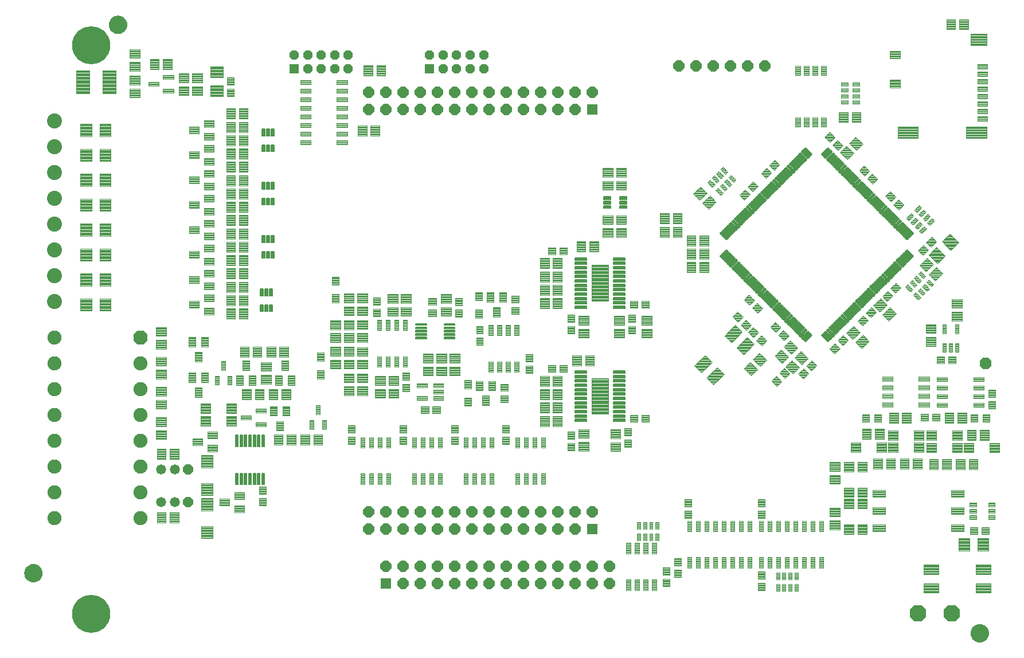
<source format=gts>
G75*
%MOIN*%
%OFA0B0*%
%FSLAX25Y25*%
%IPPOS*%
%LPD*%
%AMOC8*
5,1,8,0,0,1.08239X$1,22.5*
%
%ADD10C,0.13098*%
%ADD11OC8,0.06406*%
%ADD12R,0.06406X0.06406*%
%ADD13C,0.00494*%
%ADD14C,0.00500*%
%ADD15OC8,0.08177*%
%ADD16C,0.08177*%
%ADD17OC8,0.09555*%
%ADD18C,0.00493*%
%ADD19C,0.00449*%
%ADD20C,0.00600*%
%ADD21C,0.00444*%
%ADD22C,0.00486*%
%ADD23C,0.00551*%
%ADD24C,0.00400*%
%ADD25C,0.00487*%
%ADD26C,0.00545*%
%ADD27C,0.00408*%
%ADD28C,0.00488*%
%ADD29C,0.00432*%
%ADD30C,0.00435*%
%ADD31C,0.00525*%
%ADD32OC8,0.05815*%
%ADD33C,0.05815*%
%ADD34OC8,0.06996*%
%ADD35C,0.00421*%
%ADD36R,0.05224X0.05224*%
%ADD37OC8,0.05224*%
%ADD38C,0.08768*%
%ADD39C,0.00399*%
%ADD40C,0.00483*%
%ADD41C,0.22154*%
D10*
X0137995Y0062083D03*
X0137995Y0392791D03*
D11*
X0299412Y0365390D03*
X0309412Y0365390D03*
X0319412Y0365390D03*
X0329412Y0365390D03*
X0339412Y0365390D03*
X0349412Y0365390D03*
X0359412Y0365390D03*
X0369412Y0365390D03*
X0379412Y0365390D03*
X0389412Y0365390D03*
X0399412Y0365390D03*
X0409412Y0365390D03*
X0419412Y0365390D03*
X0429412Y0365390D03*
X0419412Y0355390D03*
X0409412Y0355390D03*
X0399412Y0355390D03*
X0389412Y0355390D03*
X0379412Y0355390D03*
X0369412Y0355390D03*
X0359412Y0355390D03*
X0349412Y0355390D03*
X0339412Y0355390D03*
X0329412Y0355390D03*
X0319412Y0355390D03*
X0309412Y0355390D03*
X0299412Y0355390D03*
X0479688Y0380679D03*
X0489688Y0380679D03*
X0499688Y0380679D03*
X0509688Y0380679D03*
X0519688Y0380679D03*
X0529688Y0380679D03*
X0429412Y0121295D03*
X0419412Y0121295D03*
X0419412Y0111295D03*
X0409412Y0111295D03*
X0399412Y0111295D03*
X0389412Y0111295D03*
X0379412Y0111295D03*
X0369412Y0111295D03*
X0359412Y0111295D03*
X0349412Y0111295D03*
X0339412Y0111295D03*
X0329412Y0111295D03*
X0319412Y0111295D03*
X0309412Y0111295D03*
X0299412Y0111295D03*
X0299412Y0121295D03*
X0309412Y0121295D03*
X0319412Y0121295D03*
X0329412Y0121295D03*
X0339412Y0121295D03*
X0349412Y0121295D03*
X0359412Y0121295D03*
X0369412Y0121295D03*
X0379412Y0121295D03*
X0389412Y0121295D03*
X0399412Y0121295D03*
X0409412Y0121295D03*
X0409333Y0089642D03*
X0399333Y0089642D03*
X0389333Y0089642D03*
X0379333Y0089642D03*
X0369333Y0089642D03*
X0359333Y0089642D03*
X0349333Y0089642D03*
X0339333Y0089642D03*
X0329333Y0089642D03*
X0319333Y0089642D03*
X0309333Y0089642D03*
X0319333Y0079642D03*
X0329333Y0079642D03*
X0339333Y0079642D03*
X0349333Y0079642D03*
X0359333Y0079642D03*
X0369333Y0079642D03*
X0379333Y0079642D03*
X0389333Y0079642D03*
X0399333Y0079642D03*
X0409333Y0079642D03*
X0419333Y0079642D03*
X0429333Y0079642D03*
X0439333Y0079642D03*
X0439333Y0089642D03*
X0429333Y0089642D03*
X0419333Y0089642D03*
D12*
X0429412Y0111295D03*
X0309333Y0079642D03*
X0429412Y0355390D03*
D13*
X0496472Y0312982D02*
X0497868Y0314378D01*
X0500654Y0311592D01*
X0499258Y0310196D01*
X0496472Y0312982D01*
X0498765Y0310689D02*
X0499751Y0310689D01*
X0500244Y0311182D02*
X0498272Y0311182D01*
X0497779Y0311675D02*
X0500571Y0311675D01*
X0500078Y0312168D02*
X0497286Y0312168D01*
X0496793Y0312661D02*
X0499585Y0312661D01*
X0499092Y0313154D02*
X0496644Y0313154D01*
X0497137Y0313647D02*
X0498599Y0313647D01*
X0498106Y0314140D02*
X0497630Y0314140D01*
X0498978Y0315488D02*
X0500374Y0316884D01*
X0503160Y0314098D01*
X0501764Y0312702D01*
X0498978Y0315488D01*
X0501271Y0313195D02*
X0502257Y0313195D01*
X0502750Y0313688D02*
X0500778Y0313688D01*
X0500285Y0314181D02*
X0503077Y0314181D01*
X0502584Y0314674D02*
X0499792Y0314674D01*
X0499299Y0315167D02*
X0502091Y0315167D01*
X0501598Y0315660D02*
X0499150Y0315660D01*
X0499643Y0316153D02*
X0501105Y0316153D01*
X0500612Y0316646D02*
X0500136Y0316646D01*
X0501483Y0317993D02*
X0502879Y0319389D01*
X0505665Y0316603D01*
X0504269Y0315207D01*
X0501483Y0317993D01*
X0503776Y0315700D02*
X0504762Y0315700D01*
X0505255Y0316193D02*
X0503283Y0316193D01*
X0502790Y0316686D02*
X0505582Y0316686D01*
X0505089Y0317179D02*
X0502297Y0317179D01*
X0501804Y0317672D02*
X0504596Y0317672D01*
X0504103Y0318165D02*
X0501655Y0318165D01*
X0502148Y0318658D02*
X0503610Y0318658D01*
X0503117Y0319151D02*
X0502641Y0319151D01*
X0503989Y0320499D02*
X0505385Y0321895D01*
X0508171Y0319109D01*
X0506775Y0317713D01*
X0503989Y0320499D01*
X0506282Y0318206D02*
X0507268Y0318206D01*
X0507761Y0318699D02*
X0505789Y0318699D01*
X0505296Y0319192D02*
X0508088Y0319192D01*
X0507595Y0319685D02*
X0504803Y0319685D01*
X0504310Y0320178D02*
X0507102Y0320178D01*
X0506609Y0320671D02*
X0504161Y0320671D01*
X0504654Y0321164D02*
X0506116Y0321164D01*
X0505623Y0321657D02*
X0505147Y0321657D01*
X0510117Y0317162D02*
X0508721Y0315766D01*
X0510117Y0317162D02*
X0512903Y0314376D01*
X0511507Y0312980D01*
X0508721Y0315766D01*
X0511014Y0313473D02*
X0512000Y0313473D01*
X0512493Y0313966D02*
X0510521Y0313966D01*
X0510028Y0314459D02*
X0512820Y0314459D01*
X0512327Y0314952D02*
X0509535Y0314952D01*
X0509042Y0315445D02*
X0511834Y0315445D01*
X0511341Y0315938D02*
X0508893Y0315938D01*
X0509386Y0316431D02*
X0510848Y0316431D01*
X0510355Y0316924D02*
X0509879Y0316924D01*
X0507612Y0314657D02*
X0506216Y0313261D01*
X0507612Y0314657D02*
X0510398Y0311871D01*
X0509002Y0310475D01*
X0506216Y0313261D01*
X0508509Y0310968D02*
X0509495Y0310968D01*
X0509988Y0311461D02*
X0508016Y0311461D01*
X0507523Y0311954D02*
X0510315Y0311954D01*
X0509822Y0312447D02*
X0507030Y0312447D01*
X0506537Y0312940D02*
X0509329Y0312940D01*
X0508836Y0313433D02*
X0506388Y0313433D01*
X0506881Y0313926D02*
X0508343Y0313926D01*
X0507850Y0314419D02*
X0507374Y0314419D01*
X0505106Y0312151D02*
X0503710Y0310755D01*
X0505106Y0312151D02*
X0507892Y0309365D01*
X0506496Y0307969D01*
X0503710Y0310755D01*
X0506003Y0308462D02*
X0506989Y0308462D01*
X0507482Y0308955D02*
X0505510Y0308955D01*
X0505017Y0309448D02*
X0507809Y0309448D01*
X0507316Y0309941D02*
X0504524Y0309941D01*
X0504031Y0310434D02*
X0506823Y0310434D01*
X0506330Y0310927D02*
X0503882Y0310927D01*
X0504375Y0311420D02*
X0505837Y0311420D01*
X0505344Y0311913D02*
X0504868Y0311913D01*
X0502601Y0309646D02*
X0501205Y0308250D01*
X0502601Y0309646D02*
X0505387Y0306860D01*
X0503991Y0305464D01*
X0501205Y0308250D01*
X0503498Y0305957D02*
X0504484Y0305957D01*
X0504977Y0306450D02*
X0503005Y0306450D01*
X0502512Y0306943D02*
X0505304Y0306943D01*
X0504811Y0307436D02*
X0502019Y0307436D01*
X0501526Y0307929D02*
X0504318Y0307929D01*
X0503825Y0308422D02*
X0501377Y0308422D01*
X0501870Y0308915D02*
X0503332Y0308915D01*
X0502839Y0309408D02*
X0502363Y0309408D01*
X0578112Y0358577D02*
X0578112Y0360551D01*
X0578112Y0358577D02*
X0574170Y0358577D01*
X0574170Y0360551D01*
X0578112Y0360551D01*
X0578112Y0359070D02*
X0574170Y0359070D01*
X0574170Y0359563D02*
X0578112Y0359563D01*
X0578112Y0360056D02*
X0574170Y0360056D01*
X0574170Y0360549D02*
X0578112Y0360549D01*
X0578112Y0362120D02*
X0578112Y0364094D01*
X0578112Y0362120D02*
X0574170Y0362120D01*
X0574170Y0364094D01*
X0578112Y0364094D01*
X0578112Y0362613D02*
X0574170Y0362613D01*
X0574170Y0363106D02*
X0578112Y0363106D01*
X0578112Y0363599D02*
X0574170Y0363599D01*
X0574170Y0364092D02*
X0578112Y0364092D01*
X0578112Y0365664D02*
X0578112Y0367638D01*
X0578112Y0365664D02*
X0574170Y0365664D01*
X0574170Y0367638D01*
X0578112Y0367638D01*
X0578112Y0366157D02*
X0574170Y0366157D01*
X0574170Y0366650D02*
X0578112Y0366650D01*
X0578112Y0367143D02*
X0574170Y0367143D01*
X0574170Y0367636D02*
X0578112Y0367636D01*
X0578112Y0369207D02*
X0578112Y0371181D01*
X0578112Y0369207D02*
X0574170Y0369207D01*
X0574170Y0371181D01*
X0578112Y0371181D01*
X0578112Y0369700D02*
X0574170Y0369700D01*
X0574170Y0370193D02*
X0578112Y0370193D01*
X0578112Y0370686D02*
X0574170Y0370686D01*
X0574170Y0371179D02*
X0578112Y0371179D01*
X0584805Y0371181D02*
X0584805Y0369207D01*
X0580863Y0369207D01*
X0580863Y0371181D01*
X0584805Y0371181D01*
X0584805Y0369700D02*
X0580863Y0369700D01*
X0580863Y0370193D02*
X0584805Y0370193D01*
X0584805Y0370686D02*
X0580863Y0370686D01*
X0580863Y0371179D02*
X0584805Y0371179D01*
X0584805Y0367638D02*
X0584805Y0365664D01*
X0580863Y0365664D01*
X0580863Y0367638D01*
X0584805Y0367638D01*
X0584805Y0366157D02*
X0580863Y0366157D01*
X0580863Y0366650D02*
X0584805Y0366650D01*
X0584805Y0367143D02*
X0580863Y0367143D01*
X0580863Y0367636D02*
X0584805Y0367636D01*
X0584805Y0364094D02*
X0584805Y0362120D01*
X0580863Y0362120D01*
X0580863Y0364094D01*
X0584805Y0364094D01*
X0584805Y0362613D02*
X0580863Y0362613D01*
X0580863Y0363106D02*
X0584805Y0363106D01*
X0584805Y0363599D02*
X0580863Y0363599D01*
X0580863Y0364092D02*
X0584805Y0364092D01*
X0584805Y0360551D02*
X0584805Y0358577D01*
X0580863Y0358577D01*
X0580863Y0360551D01*
X0584805Y0360551D01*
X0584805Y0359070D02*
X0580863Y0359070D01*
X0580863Y0359563D02*
X0584805Y0359563D01*
X0584805Y0360056D02*
X0580863Y0360056D01*
X0580863Y0360549D02*
X0584805Y0360549D01*
X0619491Y0299645D02*
X0620887Y0298249D01*
X0618101Y0295463D01*
X0616705Y0296859D01*
X0619491Y0299645D01*
X0618594Y0295956D02*
X0617608Y0295956D01*
X0617115Y0296449D02*
X0619087Y0296449D01*
X0619580Y0296942D02*
X0616788Y0296942D01*
X0617281Y0297435D02*
X0620073Y0297435D01*
X0620566Y0297928D02*
X0617774Y0297928D01*
X0618267Y0298421D02*
X0620715Y0298421D01*
X0620222Y0298914D02*
X0618760Y0298914D01*
X0619253Y0299407D02*
X0619729Y0299407D01*
X0621996Y0297139D02*
X0623392Y0295743D01*
X0620606Y0292957D01*
X0619210Y0294353D01*
X0621996Y0297139D01*
X0621099Y0293450D02*
X0620113Y0293450D01*
X0619620Y0293943D02*
X0621592Y0293943D01*
X0622085Y0294436D02*
X0619293Y0294436D01*
X0619786Y0294929D02*
X0622578Y0294929D01*
X0623071Y0295422D02*
X0620279Y0295422D01*
X0620772Y0295915D02*
X0623220Y0295915D01*
X0622727Y0296408D02*
X0621265Y0296408D01*
X0621758Y0296901D02*
X0622234Y0296901D01*
X0624502Y0294634D02*
X0625898Y0293238D01*
X0623112Y0290452D01*
X0621716Y0291848D01*
X0624502Y0294634D01*
X0623605Y0290945D02*
X0622619Y0290945D01*
X0622126Y0291438D02*
X0624098Y0291438D01*
X0624591Y0291931D02*
X0621799Y0291931D01*
X0622292Y0292424D02*
X0625084Y0292424D01*
X0625577Y0292917D02*
X0622785Y0292917D01*
X0623278Y0293410D02*
X0625726Y0293410D01*
X0625233Y0293903D02*
X0623771Y0293903D01*
X0624264Y0294396D02*
X0624740Y0294396D01*
X0627007Y0292128D02*
X0628403Y0290732D01*
X0625617Y0287946D01*
X0624221Y0289342D01*
X0627007Y0292128D01*
X0626110Y0288439D02*
X0625124Y0288439D01*
X0624631Y0288932D02*
X0626603Y0288932D01*
X0627096Y0289425D02*
X0624304Y0289425D01*
X0624797Y0289918D02*
X0627589Y0289918D01*
X0628082Y0290411D02*
X0625290Y0290411D01*
X0625783Y0290904D02*
X0628231Y0290904D01*
X0627738Y0291397D02*
X0626276Y0291397D01*
X0626769Y0291890D02*
X0627245Y0291890D01*
X0621165Y0288505D02*
X0619769Y0289901D01*
X0621165Y0288505D02*
X0618379Y0285719D01*
X0616983Y0287115D01*
X0619769Y0289901D01*
X0618872Y0286212D02*
X0617886Y0286212D01*
X0617393Y0286705D02*
X0619365Y0286705D01*
X0619858Y0287198D02*
X0617066Y0287198D01*
X0617559Y0287691D02*
X0620351Y0287691D01*
X0620844Y0288184D02*
X0618052Y0288184D01*
X0618545Y0288677D02*
X0620993Y0288677D01*
X0620500Y0289170D02*
X0619038Y0289170D01*
X0619531Y0289663D02*
X0620007Y0289663D01*
X0618660Y0291011D02*
X0617264Y0292407D01*
X0618660Y0291011D02*
X0615874Y0288225D01*
X0614478Y0289621D01*
X0617264Y0292407D01*
X0616367Y0288718D02*
X0615381Y0288718D01*
X0614888Y0289211D02*
X0616860Y0289211D01*
X0617353Y0289704D02*
X0614561Y0289704D01*
X0615054Y0290197D02*
X0617846Y0290197D01*
X0618339Y0290690D02*
X0615547Y0290690D01*
X0616040Y0291183D02*
X0618488Y0291183D01*
X0617995Y0291676D02*
X0616533Y0291676D01*
X0617026Y0292169D02*
X0617502Y0292169D01*
X0616154Y0293516D02*
X0614758Y0294912D01*
X0616154Y0293516D02*
X0613368Y0290730D01*
X0611972Y0292126D01*
X0614758Y0294912D01*
X0613861Y0291223D02*
X0612875Y0291223D01*
X0612382Y0291716D02*
X0614354Y0291716D01*
X0614847Y0292209D02*
X0612055Y0292209D01*
X0612548Y0292702D02*
X0615340Y0292702D01*
X0615833Y0293195D02*
X0613041Y0293195D01*
X0613534Y0293688D02*
X0615982Y0293688D01*
X0615489Y0294181D02*
X0614027Y0294181D01*
X0614520Y0294674D02*
X0614996Y0294674D01*
X0622275Y0287396D02*
X0623671Y0286000D01*
X0620885Y0283214D01*
X0619489Y0284610D01*
X0622275Y0287396D01*
X0621378Y0283707D02*
X0620392Y0283707D01*
X0619899Y0284200D02*
X0621871Y0284200D01*
X0622364Y0284693D02*
X0619572Y0284693D01*
X0620065Y0285186D02*
X0622857Y0285186D01*
X0623350Y0285679D02*
X0620558Y0285679D01*
X0621051Y0286172D02*
X0623499Y0286172D01*
X0623006Y0286665D02*
X0621544Y0286665D01*
X0622037Y0287158D02*
X0622513Y0287158D01*
X0623171Y0258359D02*
X0621775Y0256963D01*
X0618989Y0259749D01*
X0620385Y0261145D01*
X0623171Y0258359D01*
X0622268Y0257456D02*
X0621282Y0257456D01*
X0620789Y0257949D02*
X0622761Y0257949D01*
X0623088Y0258442D02*
X0620296Y0258442D01*
X0619803Y0258935D02*
X0622595Y0258935D01*
X0622102Y0259428D02*
X0619310Y0259428D01*
X0619161Y0259921D02*
X0621609Y0259921D01*
X0621116Y0260414D02*
X0619654Y0260414D01*
X0620147Y0260907D02*
X0620623Y0260907D01*
X0620665Y0255853D02*
X0619269Y0254457D01*
X0616483Y0257243D01*
X0617879Y0258639D01*
X0620665Y0255853D01*
X0619762Y0254950D02*
X0618776Y0254950D01*
X0618283Y0255443D02*
X0620255Y0255443D01*
X0620582Y0255936D02*
X0617790Y0255936D01*
X0617297Y0256429D02*
X0620089Y0256429D01*
X0619596Y0256922D02*
X0616804Y0256922D01*
X0616655Y0257415D02*
X0619103Y0257415D01*
X0618610Y0257908D02*
X0617148Y0257908D01*
X0617641Y0258401D02*
X0618117Y0258401D01*
X0618160Y0253348D02*
X0616764Y0251952D01*
X0613978Y0254738D01*
X0615374Y0256134D01*
X0618160Y0253348D01*
X0617257Y0252445D02*
X0616271Y0252445D01*
X0615778Y0252938D02*
X0617750Y0252938D01*
X0618077Y0253431D02*
X0615285Y0253431D01*
X0614792Y0253924D02*
X0617584Y0253924D01*
X0617091Y0254417D02*
X0614299Y0254417D01*
X0614150Y0254910D02*
X0616598Y0254910D01*
X0616105Y0255403D02*
X0614643Y0255403D01*
X0615136Y0255896D02*
X0615612Y0255896D01*
X0615654Y0250842D02*
X0614258Y0249446D01*
X0611472Y0252232D01*
X0612868Y0253628D01*
X0615654Y0250842D01*
X0614751Y0249939D02*
X0613765Y0249939D01*
X0613272Y0250432D02*
X0615244Y0250432D01*
X0615571Y0250925D02*
X0612779Y0250925D01*
X0612286Y0251418D02*
X0615078Y0251418D01*
X0614585Y0251911D02*
X0611793Y0251911D01*
X0611644Y0252404D02*
X0614092Y0252404D01*
X0613599Y0252897D02*
X0612137Y0252897D01*
X0612630Y0253390D02*
X0613106Y0253390D01*
X0620387Y0246110D02*
X0618991Y0244714D01*
X0616205Y0247500D01*
X0617601Y0248896D01*
X0620387Y0246110D01*
X0619484Y0245207D02*
X0618498Y0245207D01*
X0618005Y0245700D02*
X0619977Y0245700D01*
X0620304Y0246193D02*
X0617512Y0246193D01*
X0617019Y0246686D02*
X0619811Y0246686D01*
X0619318Y0247179D02*
X0616526Y0247179D01*
X0616377Y0247672D02*
X0618825Y0247672D01*
X0618332Y0248165D02*
X0616870Y0248165D01*
X0617363Y0248658D02*
X0617839Y0248658D01*
X0621496Y0247219D02*
X0622892Y0248615D01*
X0621496Y0247219D02*
X0618710Y0250005D01*
X0620106Y0251401D01*
X0622892Y0248615D01*
X0621989Y0247712D02*
X0621003Y0247712D01*
X0620510Y0248205D02*
X0622482Y0248205D01*
X0622809Y0248698D02*
X0620017Y0248698D01*
X0619524Y0249191D02*
X0622316Y0249191D01*
X0621823Y0249684D02*
X0619031Y0249684D01*
X0618882Y0250177D02*
X0621330Y0250177D01*
X0620837Y0250670D02*
X0619375Y0250670D01*
X0619868Y0251163D02*
X0620344Y0251163D01*
X0624002Y0249725D02*
X0625398Y0251121D01*
X0624002Y0249725D02*
X0621216Y0252511D01*
X0622612Y0253907D01*
X0625398Y0251121D01*
X0624495Y0250218D02*
X0623509Y0250218D01*
X0623016Y0250711D02*
X0624988Y0250711D01*
X0625315Y0251204D02*
X0622523Y0251204D01*
X0622030Y0251697D02*
X0624822Y0251697D01*
X0624329Y0252190D02*
X0621537Y0252190D01*
X0621388Y0252683D02*
X0623836Y0252683D01*
X0623343Y0253176D02*
X0621881Y0253176D01*
X0622374Y0253669D02*
X0622850Y0253669D01*
X0626507Y0252230D02*
X0627903Y0253626D01*
X0626507Y0252230D02*
X0623721Y0255016D01*
X0625117Y0256412D01*
X0627903Y0253626D01*
X0627000Y0252723D02*
X0626014Y0252723D01*
X0625521Y0253216D02*
X0627493Y0253216D01*
X0627820Y0253709D02*
X0625028Y0253709D01*
X0624535Y0254202D02*
X0627327Y0254202D01*
X0626834Y0254695D02*
X0624042Y0254695D01*
X0623893Y0255188D02*
X0626341Y0255188D01*
X0625848Y0255681D02*
X0624386Y0255681D01*
X0624879Y0256174D02*
X0625355Y0256174D01*
X0468140Y0111505D02*
X0466166Y0111505D01*
X0466166Y0115447D01*
X0468140Y0115447D01*
X0468140Y0111505D01*
X0468140Y0111998D02*
X0466166Y0111998D01*
X0466166Y0112491D02*
X0468140Y0112491D01*
X0468140Y0112984D02*
X0466166Y0112984D01*
X0466166Y0113477D02*
X0468140Y0113477D01*
X0468140Y0113970D02*
X0466166Y0113970D01*
X0466166Y0114463D02*
X0468140Y0114463D01*
X0468140Y0114956D02*
X0466166Y0114956D01*
X0464596Y0111505D02*
X0462622Y0111505D01*
X0462622Y0115447D01*
X0464596Y0115447D01*
X0464596Y0111505D01*
X0464596Y0111998D02*
X0462622Y0111998D01*
X0462622Y0112491D02*
X0464596Y0112491D01*
X0464596Y0112984D02*
X0462622Y0112984D01*
X0462622Y0113477D02*
X0464596Y0113477D01*
X0464596Y0113970D02*
X0462622Y0113970D01*
X0462622Y0114463D02*
X0464596Y0114463D01*
X0464596Y0114956D02*
X0462622Y0114956D01*
X0461053Y0111505D02*
X0459079Y0111505D01*
X0459079Y0115447D01*
X0461053Y0115447D01*
X0461053Y0111505D01*
X0461053Y0111998D02*
X0459079Y0111998D01*
X0459079Y0112491D02*
X0461053Y0112491D01*
X0461053Y0112984D02*
X0459079Y0112984D01*
X0459079Y0113477D02*
X0461053Y0113477D01*
X0461053Y0113970D02*
X0459079Y0113970D01*
X0459079Y0114463D02*
X0461053Y0114463D01*
X0461053Y0114956D02*
X0459079Y0114956D01*
X0457510Y0111505D02*
X0455536Y0111505D01*
X0455536Y0115447D01*
X0457510Y0115447D01*
X0457510Y0111505D01*
X0457510Y0111998D02*
X0455536Y0111998D01*
X0455536Y0112491D02*
X0457510Y0112491D01*
X0457510Y0112984D02*
X0455536Y0112984D01*
X0455536Y0113477D02*
X0457510Y0113477D01*
X0457510Y0113970D02*
X0455536Y0113970D01*
X0455536Y0114463D02*
X0457510Y0114463D01*
X0457510Y0114956D02*
X0455536Y0114956D01*
X0455536Y0104812D02*
X0457510Y0104812D01*
X0455536Y0104812D02*
X0455536Y0108754D01*
X0457510Y0108754D01*
X0457510Y0104812D01*
X0457510Y0105305D02*
X0455536Y0105305D01*
X0455536Y0105798D02*
X0457510Y0105798D01*
X0457510Y0106291D02*
X0455536Y0106291D01*
X0455536Y0106784D02*
X0457510Y0106784D01*
X0457510Y0107277D02*
X0455536Y0107277D01*
X0455536Y0107770D02*
X0457510Y0107770D01*
X0457510Y0108263D02*
X0455536Y0108263D01*
X0459079Y0104812D02*
X0461053Y0104812D01*
X0459079Y0104812D02*
X0459079Y0108754D01*
X0461053Y0108754D01*
X0461053Y0104812D01*
X0461053Y0105305D02*
X0459079Y0105305D01*
X0459079Y0105798D02*
X0461053Y0105798D01*
X0461053Y0106291D02*
X0459079Y0106291D01*
X0459079Y0106784D02*
X0461053Y0106784D01*
X0461053Y0107277D02*
X0459079Y0107277D01*
X0459079Y0107770D02*
X0461053Y0107770D01*
X0461053Y0108263D02*
X0459079Y0108263D01*
X0462622Y0104812D02*
X0464596Y0104812D01*
X0462622Y0104812D02*
X0462622Y0108754D01*
X0464596Y0108754D01*
X0464596Y0104812D01*
X0464596Y0105305D02*
X0462622Y0105305D01*
X0462622Y0105798D02*
X0464596Y0105798D01*
X0464596Y0106291D02*
X0462622Y0106291D01*
X0462622Y0106784D02*
X0464596Y0106784D01*
X0464596Y0107277D02*
X0462622Y0107277D01*
X0462622Y0107770D02*
X0464596Y0107770D01*
X0464596Y0108263D02*
X0462622Y0108263D01*
X0466166Y0104812D02*
X0468140Y0104812D01*
X0466166Y0104812D02*
X0466166Y0108754D01*
X0468140Y0108754D01*
X0468140Y0104812D01*
X0468140Y0105305D02*
X0466166Y0105305D01*
X0466166Y0105798D02*
X0468140Y0105798D01*
X0468140Y0106291D02*
X0466166Y0106291D01*
X0466166Y0106784D02*
X0468140Y0106784D01*
X0468140Y0107277D02*
X0466166Y0107277D01*
X0466166Y0107770D02*
X0468140Y0107770D01*
X0468140Y0108263D02*
X0466166Y0108263D01*
X0536386Y0085997D02*
X0538360Y0085997D01*
X0538360Y0082055D01*
X0536386Y0082055D01*
X0536386Y0085997D01*
X0536386Y0082548D02*
X0538360Y0082548D01*
X0538360Y0083041D02*
X0536386Y0083041D01*
X0536386Y0083534D02*
X0538360Y0083534D01*
X0538360Y0084027D02*
X0536386Y0084027D01*
X0536386Y0084520D02*
X0538360Y0084520D01*
X0538360Y0085013D02*
X0536386Y0085013D01*
X0536386Y0085506D02*
X0538360Y0085506D01*
X0539929Y0085997D02*
X0541903Y0085997D01*
X0541903Y0082055D01*
X0539929Y0082055D01*
X0539929Y0085997D01*
X0539929Y0082548D02*
X0541903Y0082548D01*
X0541903Y0083041D02*
X0539929Y0083041D01*
X0539929Y0083534D02*
X0541903Y0083534D01*
X0541903Y0084027D02*
X0539929Y0084027D01*
X0539929Y0084520D02*
X0541903Y0084520D01*
X0541903Y0085013D02*
X0539929Y0085013D01*
X0539929Y0085506D02*
X0541903Y0085506D01*
X0543472Y0085997D02*
X0545446Y0085997D01*
X0545446Y0082055D01*
X0543472Y0082055D01*
X0543472Y0085997D01*
X0543472Y0082548D02*
X0545446Y0082548D01*
X0545446Y0083041D02*
X0543472Y0083041D01*
X0543472Y0083534D02*
X0545446Y0083534D01*
X0545446Y0084027D02*
X0543472Y0084027D01*
X0543472Y0084520D02*
X0545446Y0084520D01*
X0545446Y0085013D02*
X0543472Y0085013D01*
X0543472Y0085506D02*
X0545446Y0085506D01*
X0547016Y0085997D02*
X0548990Y0085997D01*
X0548990Y0082055D01*
X0547016Y0082055D01*
X0547016Y0085997D01*
X0547016Y0082548D02*
X0548990Y0082548D01*
X0548990Y0083041D02*
X0547016Y0083041D01*
X0547016Y0083534D02*
X0548990Y0083534D01*
X0548990Y0084027D02*
X0547016Y0084027D01*
X0547016Y0084520D02*
X0548990Y0084520D01*
X0548990Y0085013D02*
X0547016Y0085013D01*
X0547016Y0085506D02*
X0548990Y0085506D01*
X0548990Y0079304D02*
X0547016Y0079304D01*
X0548990Y0079304D02*
X0548990Y0075362D01*
X0547016Y0075362D01*
X0547016Y0079304D01*
X0547016Y0075855D02*
X0548990Y0075855D01*
X0548990Y0076348D02*
X0547016Y0076348D01*
X0547016Y0076841D02*
X0548990Y0076841D01*
X0548990Y0077334D02*
X0547016Y0077334D01*
X0547016Y0077827D02*
X0548990Y0077827D01*
X0548990Y0078320D02*
X0547016Y0078320D01*
X0547016Y0078813D02*
X0548990Y0078813D01*
X0545446Y0079304D02*
X0543472Y0079304D01*
X0545446Y0079304D02*
X0545446Y0075362D01*
X0543472Y0075362D01*
X0543472Y0079304D01*
X0543472Y0075855D02*
X0545446Y0075855D01*
X0545446Y0076348D02*
X0543472Y0076348D01*
X0543472Y0076841D02*
X0545446Y0076841D01*
X0545446Y0077334D02*
X0543472Y0077334D01*
X0543472Y0077827D02*
X0545446Y0077827D01*
X0545446Y0078320D02*
X0543472Y0078320D01*
X0543472Y0078813D02*
X0545446Y0078813D01*
X0541903Y0079304D02*
X0539929Y0079304D01*
X0541903Y0079304D02*
X0541903Y0075362D01*
X0539929Y0075362D01*
X0539929Y0079304D01*
X0539929Y0075855D02*
X0541903Y0075855D01*
X0541903Y0076348D02*
X0539929Y0076348D01*
X0539929Y0076841D02*
X0541903Y0076841D01*
X0541903Y0077334D02*
X0539929Y0077334D01*
X0539929Y0077827D02*
X0541903Y0077827D01*
X0541903Y0078320D02*
X0539929Y0078320D01*
X0539929Y0078813D02*
X0541903Y0078813D01*
X0538360Y0079304D02*
X0536386Y0079304D01*
X0538360Y0079304D02*
X0538360Y0075362D01*
X0536386Y0075362D01*
X0536386Y0079304D01*
X0536386Y0075855D02*
X0538360Y0075855D01*
X0538360Y0076348D02*
X0536386Y0076348D01*
X0536386Y0076841D02*
X0538360Y0076841D01*
X0538360Y0077334D02*
X0536386Y0077334D01*
X0536386Y0077827D02*
X0538360Y0077827D01*
X0538360Y0078320D02*
X0536386Y0078320D01*
X0536386Y0078813D02*
X0538360Y0078813D01*
D14*
X0102030Y0081375D02*
X0101316Y0081875D01*
X0100700Y0082491D01*
X0100200Y0083205D01*
X0099832Y0083995D01*
X0099606Y0084836D01*
X0099530Y0085705D01*
X0099606Y0086573D01*
X0099832Y0087415D01*
X0100200Y0088205D01*
X0100700Y0088919D01*
X0101316Y0089535D01*
X0102030Y0090035D01*
X0102820Y0090403D01*
X0103662Y0090629D01*
X0104530Y0090705D01*
X0105398Y0090629D01*
X0106240Y0090403D01*
X0107030Y0090035D01*
X0107744Y0089535D01*
X0108360Y0088919D01*
X0108860Y0088205D01*
X0109229Y0087415D01*
X0109454Y0086573D01*
X0109530Y0085705D01*
X0109454Y0084836D01*
X0109229Y0083995D01*
X0108860Y0083205D01*
X0108360Y0082491D01*
X0107744Y0081875D01*
X0107030Y0081375D01*
X0106240Y0081006D01*
X0105398Y0080781D01*
X0104530Y0080705D01*
X0103662Y0080781D01*
X0102820Y0081006D01*
X0102030Y0081375D01*
X0102175Y0081307D02*
X0106885Y0081307D01*
X0107646Y0081806D02*
X0101415Y0081806D01*
X0100887Y0082304D02*
X0108174Y0082304D01*
X0108579Y0082803D02*
X0100482Y0082803D01*
X0100155Y0083301D02*
X0108905Y0083301D01*
X0109138Y0083800D02*
X0099923Y0083800D01*
X0099750Y0084298D02*
X0109310Y0084298D01*
X0109444Y0084797D02*
X0099617Y0084797D01*
X0099566Y0085295D02*
X0109494Y0085295D01*
X0109522Y0085794D02*
X0099538Y0085794D01*
X0099582Y0086292D02*
X0109479Y0086292D01*
X0109396Y0086791D02*
X0099664Y0086791D01*
X0099798Y0087289D02*
X0109262Y0087289D01*
X0109055Y0087788D02*
X0100006Y0087788D01*
X0100257Y0088286D02*
X0108803Y0088286D01*
X0108454Y0088785D02*
X0100606Y0088785D01*
X0101065Y0089283D02*
X0107996Y0089283D01*
X0107392Y0089782D02*
X0101669Y0089782D01*
X0102556Y0090280D02*
X0106504Y0090280D01*
X0105502Y0080809D02*
X0103558Y0080809D01*
X0152875Y0399678D02*
X0152033Y0399904D01*
X0151243Y0400272D01*
X0150529Y0400772D01*
X0149913Y0401388D01*
X0149413Y0402102D01*
X0149044Y0402892D01*
X0148819Y0403734D01*
X0148743Y0404602D01*
X0148819Y0405471D01*
X0149044Y0406312D01*
X0149413Y0407102D01*
X0149913Y0407816D01*
X0150529Y0408433D01*
X0151243Y0408932D01*
X0152033Y0409301D01*
X0152875Y0409526D01*
X0153743Y0409602D01*
X0154611Y0409526D01*
X0155453Y0409301D01*
X0156243Y0408932D01*
X0156957Y0408433D01*
X0157573Y0407816D01*
X0158073Y0407102D01*
X0158441Y0406312D01*
X0158667Y0405471D01*
X0158743Y0404602D01*
X0158667Y0403734D01*
X0158441Y0402892D01*
X0158073Y0402102D01*
X0157573Y0401388D01*
X0156957Y0400772D01*
X0156243Y0400272D01*
X0155453Y0399904D01*
X0154611Y0399678D01*
X0153743Y0399602D01*
X0152875Y0399678D01*
X0152212Y0399856D02*
X0155273Y0399856D01*
X0156360Y0400354D02*
X0151126Y0400354D01*
X0150448Y0400853D02*
X0157037Y0400853D01*
X0157536Y0401351D02*
X0149950Y0401351D01*
X0149589Y0401850D02*
X0157896Y0401850D01*
X0158188Y0402348D02*
X0149298Y0402348D01*
X0149065Y0402847D02*
X0158420Y0402847D01*
X0158563Y0403345D02*
X0148923Y0403345D01*
X0148809Y0403844D02*
X0158676Y0403844D01*
X0158720Y0404342D02*
X0148766Y0404342D01*
X0148764Y0404841D02*
X0158722Y0404841D01*
X0158678Y0405339D02*
X0148807Y0405339D01*
X0148917Y0405838D02*
X0158568Y0405838D01*
X0158430Y0406336D02*
X0149055Y0406336D01*
X0149288Y0406835D02*
X0158198Y0406835D01*
X0157911Y0407333D02*
X0149574Y0407333D01*
X0149928Y0407832D02*
X0157557Y0407832D01*
X0157059Y0408330D02*
X0150427Y0408330D01*
X0151095Y0408829D02*
X0156391Y0408829D01*
X0155353Y0409328D02*
X0152132Y0409328D01*
X0650895Y0053954D02*
X0651511Y0054570D01*
X0652225Y0055070D01*
X0653015Y0055439D01*
X0653857Y0055664D01*
X0654725Y0055740D01*
X0655593Y0055664D01*
X0656435Y0055439D01*
X0657225Y0055070D01*
X0657939Y0054570D01*
X0658555Y0053954D01*
X0659055Y0053240D01*
X0659424Y0052450D01*
X0659649Y0051608D01*
X0659725Y0050740D01*
X0659649Y0049872D01*
X0659424Y0049030D01*
X0659055Y0048240D01*
X0658555Y0047526D01*
X0657939Y0046910D01*
X0657225Y0046410D01*
X0656435Y0046042D01*
X0655593Y0045816D01*
X0654725Y0045740D01*
X0653857Y0045816D01*
X0653015Y0046042D01*
X0652225Y0046410D01*
X0651511Y0046910D01*
X0650895Y0047526D01*
X0650395Y0048240D01*
X0650027Y0049030D01*
X0649801Y0049872D01*
X0649725Y0050740D01*
X0649801Y0051608D01*
X0650027Y0052450D01*
X0650395Y0053240D01*
X0650895Y0053954D01*
X0650849Y0053889D02*
X0658601Y0053889D01*
X0658950Y0053390D02*
X0650500Y0053390D01*
X0650233Y0052892D02*
X0659218Y0052892D01*
X0659439Y0052393D02*
X0650011Y0052393D01*
X0649878Y0051895D02*
X0659572Y0051895D01*
X0659668Y0051396D02*
X0649782Y0051396D01*
X0649739Y0050898D02*
X0659711Y0050898D01*
X0659695Y0050399D02*
X0649755Y0050399D01*
X0649798Y0049901D02*
X0659652Y0049901D01*
X0659523Y0049402D02*
X0649927Y0049402D01*
X0650085Y0048904D02*
X0659365Y0048904D01*
X0659132Y0048405D02*
X0650318Y0048405D01*
X0650628Y0047907D02*
X0658822Y0047907D01*
X0658437Y0047408D02*
X0651013Y0047408D01*
X0651511Y0046910D02*
X0657939Y0046910D01*
X0657227Y0046411D02*
X0652223Y0046411D01*
X0653496Y0045913D02*
X0655954Y0045913D01*
X0658122Y0054387D02*
X0651328Y0054387D01*
X0651962Y0054886D02*
X0657488Y0054886D01*
X0656551Y0055384D02*
X0652899Y0055384D01*
D15*
X0166932Y0222850D03*
D16*
X0166932Y0207850D03*
X0166932Y0192850D03*
X0166932Y0177850D03*
X0166932Y0162850D03*
X0166932Y0147850D03*
X0166932Y0132850D03*
X0166932Y0117850D03*
X0116932Y0117850D03*
X0116932Y0132850D03*
X0116932Y0147850D03*
X0116932Y0162850D03*
X0116932Y0177850D03*
X0116932Y0192850D03*
X0116932Y0207850D03*
X0116932Y0222850D03*
D17*
X0618845Y0062429D03*
X0638530Y0062429D03*
D18*
X0563892Y0088775D02*
X0563892Y0094883D01*
X0563892Y0088775D02*
X0561484Y0088775D01*
X0561484Y0094883D01*
X0563892Y0094883D01*
X0563892Y0089267D02*
X0561484Y0089267D01*
X0561484Y0089759D02*
X0563892Y0089759D01*
X0563892Y0090251D02*
X0561484Y0090251D01*
X0561484Y0090743D02*
X0563892Y0090743D01*
X0563892Y0091235D02*
X0561484Y0091235D01*
X0561484Y0091727D02*
X0563892Y0091727D01*
X0563892Y0092219D02*
X0561484Y0092219D01*
X0561484Y0092711D02*
X0563892Y0092711D01*
X0563892Y0093203D02*
X0561484Y0093203D01*
X0561484Y0093695D02*
X0563892Y0093695D01*
X0563892Y0094187D02*
X0561484Y0094187D01*
X0561484Y0094679D02*
X0563892Y0094679D01*
X0558892Y0094883D02*
X0558892Y0088775D01*
X0556484Y0088775D01*
X0556484Y0094883D01*
X0558892Y0094883D01*
X0558892Y0089267D02*
X0556484Y0089267D01*
X0556484Y0089759D02*
X0558892Y0089759D01*
X0558892Y0090251D02*
X0556484Y0090251D01*
X0556484Y0090743D02*
X0558892Y0090743D01*
X0558892Y0091235D02*
X0556484Y0091235D01*
X0556484Y0091727D02*
X0558892Y0091727D01*
X0558892Y0092219D02*
X0556484Y0092219D01*
X0556484Y0092711D02*
X0558892Y0092711D01*
X0558892Y0093203D02*
X0556484Y0093203D01*
X0556484Y0093695D02*
X0558892Y0093695D01*
X0558892Y0094187D02*
X0556484Y0094187D01*
X0556484Y0094679D02*
X0558892Y0094679D01*
X0553892Y0094883D02*
X0553892Y0088775D01*
X0551484Y0088775D01*
X0551484Y0094883D01*
X0553892Y0094883D01*
X0553892Y0089267D02*
X0551484Y0089267D01*
X0551484Y0089759D02*
X0553892Y0089759D01*
X0553892Y0090251D02*
X0551484Y0090251D01*
X0551484Y0090743D02*
X0553892Y0090743D01*
X0553892Y0091235D02*
X0551484Y0091235D01*
X0551484Y0091727D02*
X0553892Y0091727D01*
X0553892Y0092219D02*
X0551484Y0092219D01*
X0551484Y0092711D02*
X0553892Y0092711D01*
X0553892Y0093203D02*
X0551484Y0093203D01*
X0551484Y0093695D02*
X0553892Y0093695D01*
X0553892Y0094187D02*
X0551484Y0094187D01*
X0551484Y0094679D02*
X0553892Y0094679D01*
X0548892Y0094883D02*
X0548892Y0088775D01*
X0546484Y0088775D01*
X0546484Y0094883D01*
X0548892Y0094883D01*
X0548892Y0089267D02*
X0546484Y0089267D01*
X0546484Y0089759D02*
X0548892Y0089759D01*
X0548892Y0090251D02*
X0546484Y0090251D01*
X0546484Y0090743D02*
X0548892Y0090743D01*
X0548892Y0091235D02*
X0546484Y0091235D01*
X0546484Y0091727D02*
X0548892Y0091727D01*
X0548892Y0092219D02*
X0546484Y0092219D01*
X0546484Y0092711D02*
X0548892Y0092711D01*
X0548892Y0093203D02*
X0546484Y0093203D01*
X0546484Y0093695D02*
X0548892Y0093695D01*
X0548892Y0094187D02*
X0546484Y0094187D01*
X0546484Y0094679D02*
X0548892Y0094679D01*
X0543892Y0094883D02*
X0543892Y0088775D01*
X0541484Y0088775D01*
X0541484Y0094883D01*
X0543892Y0094883D01*
X0543892Y0089267D02*
X0541484Y0089267D01*
X0541484Y0089759D02*
X0543892Y0089759D01*
X0543892Y0090251D02*
X0541484Y0090251D01*
X0541484Y0090743D02*
X0543892Y0090743D01*
X0543892Y0091235D02*
X0541484Y0091235D01*
X0541484Y0091727D02*
X0543892Y0091727D01*
X0543892Y0092219D02*
X0541484Y0092219D01*
X0541484Y0092711D02*
X0543892Y0092711D01*
X0543892Y0093203D02*
X0541484Y0093203D01*
X0541484Y0093695D02*
X0543892Y0093695D01*
X0543892Y0094187D02*
X0541484Y0094187D01*
X0541484Y0094679D02*
X0543892Y0094679D01*
X0538892Y0094883D02*
X0538892Y0088775D01*
X0536484Y0088775D01*
X0536484Y0094883D01*
X0538892Y0094883D01*
X0538892Y0089267D02*
X0536484Y0089267D01*
X0536484Y0089759D02*
X0538892Y0089759D01*
X0538892Y0090251D02*
X0536484Y0090251D01*
X0536484Y0090743D02*
X0538892Y0090743D01*
X0538892Y0091235D02*
X0536484Y0091235D01*
X0536484Y0091727D02*
X0538892Y0091727D01*
X0538892Y0092219D02*
X0536484Y0092219D01*
X0536484Y0092711D02*
X0538892Y0092711D01*
X0538892Y0093203D02*
X0536484Y0093203D01*
X0536484Y0093695D02*
X0538892Y0093695D01*
X0538892Y0094187D02*
X0536484Y0094187D01*
X0536484Y0094679D02*
X0538892Y0094679D01*
X0533892Y0094883D02*
X0533892Y0088775D01*
X0531484Y0088775D01*
X0531484Y0094883D01*
X0533892Y0094883D01*
X0533892Y0089267D02*
X0531484Y0089267D01*
X0531484Y0089759D02*
X0533892Y0089759D01*
X0533892Y0090251D02*
X0531484Y0090251D01*
X0531484Y0090743D02*
X0533892Y0090743D01*
X0533892Y0091235D02*
X0531484Y0091235D01*
X0531484Y0091727D02*
X0533892Y0091727D01*
X0533892Y0092219D02*
X0531484Y0092219D01*
X0531484Y0092711D02*
X0533892Y0092711D01*
X0533892Y0093203D02*
X0531484Y0093203D01*
X0531484Y0093695D02*
X0533892Y0093695D01*
X0533892Y0094187D02*
X0531484Y0094187D01*
X0531484Y0094679D02*
X0533892Y0094679D01*
X0528892Y0094883D02*
X0528892Y0088775D01*
X0526484Y0088775D01*
X0526484Y0094883D01*
X0528892Y0094883D01*
X0528892Y0089267D02*
X0526484Y0089267D01*
X0526484Y0089759D02*
X0528892Y0089759D01*
X0528892Y0090251D02*
X0526484Y0090251D01*
X0526484Y0090743D02*
X0528892Y0090743D01*
X0528892Y0091235D02*
X0526484Y0091235D01*
X0526484Y0091727D02*
X0528892Y0091727D01*
X0528892Y0092219D02*
X0526484Y0092219D01*
X0526484Y0092711D02*
X0528892Y0092711D01*
X0528892Y0093203D02*
X0526484Y0093203D01*
X0526484Y0093695D02*
X0528892Y0093695D01*
X0528892Y0094187D02*
X0526484Y0094187D01*
X0526484Y0094679D02*
X0528892Y0094679D01*
X0522142Y0094883D02*
X0522142Y0088775D01*
X0519734Y0088775D01*
X0519734Y0094883D01*
X0522142Y0094883D01*
X0522142Y0089267D02*
X0519734Y0089267D01*
X0519734Y0089759D02*
X0522142Y0089759D01*
X0522142Y0090251D02*
X0519734Y0090251D01*
X0519734Y0090743D02*
X0522142Y0090743D01*
X0522142Y0091235D02*
X0519734Y0091235D01*
X0519734Y0091727D02*
X0522142Y0091727D01*
X0522142Y0092219D02*
X0519734Y0092219D01*
X0519734Y0092711D02*
X0522142Y0092711D01*
X0522142Y0093203D02*
X0519734Y0093203D01*
X0519734Y0093695D02*
X0522142Y0093695D01*
X0522142Y0094187D02*
X0519734Y0094187D01*
X0519734Y0094679D02*
X0522142Y0094679D01*
X0517142Y0094883D02*
X0517142Y0088775D01*
X0514734Y0088775D01*
X0514734Y0094883D01*
X0517142Y0094883D01*
X0517142Y0089267D02*
X0514734Y0089267D01*
X0514734Y0089759D02*
X0517142Y0089759D01*
X0517142Y0090251D02*
X0514734Y0090251D01*
X0514734Y0090743D02*
X0517142Y0090743D01*
X0517142Y0091235D02*
X0514734Y0091235D01*
X0514734Y0091727D02*
X0517142Y0091727D01*
X0517142Y0092219D02*
X0514734Y0092219D01*
X0514734Y0092711D02*
X0517142Y0092711D01*
X0517142Y0093203D02*
X0514734Y0093203D01*
X0514734Y0093695D02*
X0517142Y0093695D01*
X0517142Y0094187D02*
X0514734Y0094187D01*
X0514734Y0094679D02*
X0517142Y0094679D01*
X0512142Y0094883D02*
X0512142Y0088775D01*
X0509734Y0088775D01*
X0509734Y0094883D01*
X0512142Y0094883D01*
X0512142Y0089267D02*
X0509734Y0089267D01*
X0509734Y0089759D02*
X0512142Y0089759D01*
X0512142Y0090251D02*
X0509734Y0090251D01*
X0509734Y0090743D02*
X0512142Y0090743D01*
X0512142Y0091235D02*
X0509734Y0091235D01*
X0509734Y0091727D02*
X0512142Y0091727D01*
X0512142Y0092219D02*
X0509734Y0092219D01*
X0509734Y0092711D02*
X0512142Y0092711D01*
X0512142Y0093203D02*
X0509734Y0093203D01*
X0509734Y0093695D02*
X0512142Y0093695D01*
X0512142Y0094187D02*
X0509734Y0094187D01*
X0509734Y0094679D02*
X0512142Y0094679D01*
X0507142Y0094883D02*
X0507142Y0088775D01*
X0504734Y0088775D01*
X0504734Y0094883D01*
X0507142Y0094883D01*
X0507142Y0089267D02*
X0504734Y0089267D01*
X0504734Y0089759D02*
X0507142Y0089759D01*
X0507142Y0090251D02*
X0504734Y0090251D01*
X0504734Y0090743D02*
X0507142Y0090743D01*
X0507142Y0091235D02*
X0504734Y0091235D01*
X0504734Y0091727D02*
X0507142Y0091727D01*
X0507142Y0092219D02*
X0504734Y0092219D01*
X0504734Y0092711D02*
X0507142Y0092711D01*
X0507142Y0093203D02*
X0504734Y0093203D01*
X0504734Y0093695D02*
X0507142Y0093695D01*
X0507142Y0094187D02*
X0504734Y0094187D01*
X0504734Y0094679D02*
X0507142Y0094679D01*
X0502142Y0094883D02*
X0502142Y0088775D01*
X0499734Y0088775D01*
X0499734Y0094883D01*
X0502142Y0094883D01*
X0502142Y0089267D02*
X0499734Y0089267D01*
X0499734Y0089759D02*
X0502142Y0089759D01*
X0502142Y0090251D02*
X0499734Y0090251D01*
X0499734Y0090743D02*
X0502142Y0090743D01*
X0502142Y0091235D02*
X0499734Y0091235D01*
X0499734Y0091727D02*
X0502142Y0091727D01*
X0502142Y0092219D02*
X0499734Y0092219D01*
X0499734Y0092711D02*
X0502142Y0092711D01*
X0502142Y0093203D02*
X0499734Y0093203D01*
X0499734Y0093695D02*
X0502142Y0093695D01*
X0502142Y0094187D02*
X0499734Y0094187D01*
X0499734Y0094679D02*
X0502142Y0094679D01*
X0497142Y0094883D02*
X0497142Y0088775D01*
X0494734Y0088775D01*
X0494734Y0094883D01*
X0497142Y0094883D01*
X0497142Y0089267D02*
X0494734Y0089267D01*
X0494734Y0089759D02*
X0497142Y0089759D01*
X0497142Y0090251D02*
X0494734Y0090251D01*
X0494734Y0090743D02*
X0497142Y0090743D01*
X0497142Y0091235D02*
X0494734Y0091235D01*
X0494734Y0091727D02*
X0497142Y0091727D01*
X0497142Y0092219D02*
X0494734Y0092219D01*
X0494734Y0092711D02*
X0497142Y0092711D01*
X0497142Y0093203D02*
X0494734Y0093203D01*
X0494734Y0093695D02*
X0497142Y0093695D01*
X0497142Y0094187D02*
X0494734Y0094187D01*
X0494734Y0094679D02*
X0497142Y0094679D01*
X0492142Y0094883D02*
X0492142Y0088775D01*
X0489734Y0088775D01*
X0489734Y0094883D01*
X0492142Y0094883D01*
X0492142Y0089267D02*
X0489734Y0089267D01*
X0489734Y0089759D02*
X0492142Y0089759D01*
X0492142Y0090251D02*
X0489734Y0090251D01*
X0489734Y0090743D02*
X0492142Y0090743D01*
X0492142Y0091235D02*
X0489734Y0091235D01*
X0489734Y0091727D02*
X0492142Y0091727D01*
X0492142Y0092219D02*
X0489734Y0092219D01*
X0489734Y0092711D02*
X0492142Y0092711D01*
X0492142Y0093203D02*
X0489734Y0093203D01*
X0489734Y0093695D02*
X0492142Y0093695D01*
X0492142Y0094187D02*
X0489734Y0094187D01*
X0489734Y0094679D02*
X0492142Y0094679D01*
X0487142Y0094883D02*
X0487142Y0088775D01*
X0484734Y0088775D01*
X0484734Y0094883D01*
X0487142Y0094883D01*
X0487142Y0089267D02*
X0484734Y0089267D01*
X0484734Y0089759D02*
X0487142Y0089759D01*
X0487142Y0090251D02*
X0484734Y0090251D01*
X0484734Y0090743D02*
X0487142Y0090743D01*
X0487142Y0091235D02*
X0484734Y0091235D01*
X0484734Y0091727D02*
X0487142Y0091727D01*
X0487142Y0092219D02*
X0484734Y0092219D01*
X0484734Y0092711D02*
X0487142Y0092711D01*
X0487142Y0093203D02*
X0484734Y0093203D01*
X0484734Y0093695D02*
X0487142Y0093695D01*
X0487142Y0094187D02*
X0484734Y0094187D01*
X0484734Y0094679D02*
X0487142Y0094679D01*
X0487142Y0109975D02*
X0487142Y0116083D01*
X0487142Y0109975D02*
X0484734Y0109975D01*
X0484734Y0116083D01*
X0487142Y0116083D01*
X0487142Y0110467D02*
X0484734Y0110467D01*
X0484734Y0110959D02*
X0487142Y0110959D01*
X0487142Y0111451D02*
X0484734Y0111451D01*
X0484734Y0111943D02*
X0487142Y0111943D01*
X0487142Y0112435D02*
X0484734Y0112435D01*
X0484734Y0112927D02*
X0487142Y0112927D01*
X0487142Y0113419D02*
X0484734Y0113419D01*
X0484734Y0113911D02*
X0487142Y0113911D01*
X0487142Y0114403D02*
X0484734Y0114403D01*
X0484734Y0114895D02*
X0487142Y0114895D01*
X0487142Y0115387D02*
X0484734Y0115387D01*
X0484734Y0115879D02*
X0487142Y0115879D01*
X0492142Y0116083D02*
X0492142Y0109975D01*
X0489734Y0109975D01*
X0489734Y0116083D01*
X0492142Y0116083D01*
X0492142Y0110467D02*
X0489734Y0110467D01*
X0489734Y0110959D02*
X0492142Y0110959D01*
X0492142Y0111451D02*
X0489734Y0111451D01*
X0489734Y0111943D02*
X0492142Y0111943D01*
X0492142Y0112435D02*
X0489734Y0112435D01*
X0489734Y0112927D02*
X0492142Y0112927D01*
X0492142Y0113419D02*
X0489734Y0113419D01*
X0489734Y0113911D02*
X0492142Y0113911D01*
X0492142Y0114403D02*
X0489734Y0114403D01*
X0489734Y0114895D02*
X0492142Y0114895D01*
X0492142Y0115387D02*
X0489734Y0115387D01*
X0489734Y0115879D02*
X0492142Y0115879D01*
X0497142Y0116083D02*
X0497142Y0109975D01*
X0494734Y0109975D01*
X0494734Y0116083D01*
X0497142Y0116083D01*
X0497142Y0110467D02*
X0494734Y0110467D01*
X0494734Y0110959D02*
X0497142Y0110959D01*
X0497142Y0111451D02*
X0494734Y0111451D01*
X0494734Y0111943D02*
X0497142Y0111943D01*
X0497142Y0112435D02*
X0494734Y0112435D01*
X0494734Y0112927D02*
X0497142Y0112927D01*
X0497142Y0113419D02*
X0494734Y0113419D01*
X0494734Y0113911D02*
X0497142Y0113911D01*
X0497142Y0114403D02*
X0494734Y0114403D01*
X0494734Y0114895D02*
X0497142Y0114895D01*
X0497142Y0115387D02*
X0494734Y0115387D01*
X0494734Y0115879D02*
X0497142Y0115879D01*
X0502142Y0116083D02*
X0502142Y0109975D01*
X0499734Y0109975D01*
X0499734Y0116083D01*
X0502142Y0116083D01*
X0502142Y0110467D02*
X0499734Y0110467D01*
X0499734Y0110959D02*
X0502142Y0110959D01*
X0502142Y0111451D02*
X0499734Y0111451D01*
X0499734Y0111943D02*
X0502142Y0111943D01*
X0502142Y0112435D02*
X0499734Y0112435D01*
X0499734Y0112927D02*
X0502142Y0112927D01*
X0502142Y0113419D02*
X0499734Y0113419D01*
X0499734Y0113911D02*
X0502142Y0113911D01*
X0502142Y0114403D02*
X0499734Y0114403D01*
X0499734Y0114895D02*
X0502142Y0114895D01*
X0502142Y0115387D02*
X0499734Y0115387D01*
X0499734Y0115879D02*
X0502142Y0115879D01*
X0507142Y0116083D02*
X0507142Y0109975D01*
X0504734Y0109975D01*
X0504734Y0116083D01*
X0507142Y0116083D01*
X0507142Y0110467D02*
X0504734Y0110467D01*
X0504734Y0110959D02*
X0507142Y0110959D01*
X0507142Y0111451D02*
X0504734Y0111451D01*
X0504734Y0111943D02*
X0507142Y0111943D01*
X0507142Y0112435D02*
X0504734Y0112435D01*
X0504734Y0112927D02*
X0507142Y0112927D01*
X0507142Y0113419D02*
X0504734Y0113419D01*
X0504734Y0113911D02*
X0507142Y0113911D01*
X0507142Y0114403D02*
X0504734Y0114403D01*
X0504734Y0114895D02*
X0507142Y0114895D01*
X0507142Y0115387D02*
X0504734Y0115387D01*
X0504734Y0115879D02*
X0507142Y0115879D01*
X0512142Y0116083D02*
X0512142Y0109975D01*
X0509734Y0109975D01*
X0509734Y0116083D01*
X0512142Y0116083D01*
X0512142Y0110467D02*
X0509734Y0110467D01*
X0509734Y0110959D02*
X0512142Y0110959D01*
X0512142Y0111451D02*
X0509734Y0111451D01*
X0509734Y0111943D02*
X0512142Y0111943D01*
X0512142Y0112435D02*
X0509734Y0112435D01*
X0509734Y0112927D02*
X0512142Y0112927D01*
X0512142Y0113419D02*
X0509734Y0113419D01*
X0509734Y0113911D02*
X0512142Y0113911D01*
X0512142Y0114403D02*
X0509734Y0114403D01*
X0509734Y0114895D02*
X0512142Y0114895D01*
X0512142Y0115387D02*
X0509734Y0115387D01*
X0509734Y0115879D02*
X0512142Y0115879D01*
X0517142Y0116083D02*
X0517142Y0109975D01*
X0514734Y0109975D01*
X0514734Y0116083D01*
X0517142Y0116083D01*
X0517142Y0110467D02*
X0514734Y0110467D01*
X0514734Y0110959D02*
X0517142Y0110959D01*
X0517142Y0111451D02*
X0514734Y0111451D01*
X0514734Y0111943D02*
X0517142Y0111943D01*
X0517142Y0112435D02*
X0514734Y0112435D01*
X0514734Y0112927D02*
X0517142Y0112927D01*
X0517142Y0113419D02*
X0514734Y0113419D01*
X0514734Y0113911D02*
X0517142Y0113911D01*
X0517142Y0114403D02*
X0514734Y0114403D01*
X0514734Y0114895D02*
X0517142Y0114895D01*
X0517142Y0115387D02*
X0514734Y0115387D01*
X0514734Y0115879D02*
X0517142Y0115879D01*
X0522142Y0116083D02*
X0522142Y0109975D01*
X0519734Y0109975D01*
X0519734Y0116083D01*
X0522142Y0116083D01*
X0522142Y0110467D02*
X0519734Y0110467D01*
X0519734Y0110959D02*
X0522142Y0110959D01*
X0522142Y0111451D02*
X0519734Y0111451D01*
X0519734Y0111943D02*
X0522142Y0111943D01*
X0522142Y0112435D02*
X0519734Y0112435D01*
X0519734Y0112927D02*
X0522142Y0112927D01*
X0522142Y0113419D02*
X0519734Y0113419D01*
X0519734Y0113911D02*
X0522142Y0113911D01*
X0522142Y0114403D02*
X0519734Y0114403D01*
X0519734Y0114895D02*
X0522142Y0114895D01*
X0522142Y0115387D02*
X0519734Y0115387D01*
X0519734Y0115879D02*
X0522142Y0115879D01*
X0528892Y0116083D02*
X0528892Y0109975D01*
X0526484Y0109975D01*
X0526484Y0116083D01*
X0528892Y0116083D01*
X0528892Y0110467D02*
X0526484Y0110467D01*
X0526484Y0110959D02*
X0528892Y0110959D01*
X0528892Y0111451D02*
X0526484Y0111451D01*
X0526484Y0111943D02*
X0528892Y0111943D01*
X0528892Y0112435D02*
X0526484Y0112435D01*
X0526484Y0112927D02*
X0528892Y0112927D01*
X0528892Y0113419D02*
X0526484Y0113419D01*
X0526484Y0113911D02*
X0528892Y0113911D01*
X0528892Y0114403D02*
X0526484Y0114403D01*
X0526484Y0114895D02*
X0528892Y0114895D01*
X0528892Y0115387D02*
X0526484Y0115387D01*
X0526484Y0115879D02*
X0528892Y0115879D01*
X0533892Y0116083D02*
X0533892Y0109975D01*
X0531484Y0109975D01*
X0531484Y0116083D01*
X0533892Y0116083D01*
X0533892Y0110467D02*
X0531484Y0110467D01*
X0531484Y0110959D02*
X0533892Y0110959D01*
X0533892Y0111451D02*
X0531484Y0111451D01*
X0531484Y0111943D02*
X0533892Y0111943D01*
X0533892Y0112435D02*
X0531484Y0112435D01*
X0531484Y0112927D02*
X0533892Y0112927D01*
X0533892Y0113419D02*
X0531484Y0113419D01*
X0531484Y0113911D02*
X0533892Y0113911D01*
X0533892Y0114403D02*
X0531484Y0114403D01*
X0531484Y0114895D02*
X0533892Y0114895D01*
X0533892Y0115387D02*
X0531484Y0115387D01*
X0531484Y0115879D02*
X0533892Y0115879D01*
X0538892Y0116083D02*
X0538892Y0109975D01*
X0536484Y0109975D01*
X0536484Y0116083D01*
X0538892Y0116083D01*
X0538892Y0110467D02*
X0536484Y0110467D01*
X0536484Y0110959D02*
X0538892Y0110959D01*
X0538892Y0111451D02*
X0536484Y0111451D01*
X0536484Y0111943D02*
X0538892Y0111943D01*
X0538892Y0112435D02*
X0536484Y0112435D01*
X0536484Y0112927D02*
X0538892Y0112927D01*
X0538892Y0113419D02*
X0536484Y0113419D01*
X0536484Y0113911D02*
X0538892Y0113911D01*
X0538892Y0114403D02*
X0536484Y0114403D01*
X0536484Y0114895D02*
X0538892Y0114895D01*
X0538892Y0115387D02*
X0536484Y0115387D01*
X0536484Y0115879D02*
X0538892Y0115879D01*
X0543892Y0116083D02*
X0543892Y0109975D01*
X0541484Y0109975D01*
X0541484Y0116083D01*
X0543892Y0116083D01*
X0543892Y0110467D02*
X0541484Y0110467D01*
X0541484Y0110959D02*
X0543892Y0110959D01*
X0543892Y0111451D02*
X0541484Y0111451D01*
X0541484Y0111943D02*
X0543892Y0111943D01*
X0543892Y0112435D02*
X0541484Y0112435D01*
X0541484Y0112927D02*
X0543892Y0112927D01*
X0543892Y0113419D02*
X0541484Y0113419D01*
X0541484Y0113911D02*
X0543892Y0113911D01*
X0543892Y0114403D02*
X0541484Y0114403D01*
X0541484Y0114895D02*
X0543892Y0114895D01*
X0543892Y0115387D02*
X0541484Y0115387D01*
X0541484Y0115879D02*
X0543892Y0115879D01*
X0548892Y0116083D02*
X0548892Y0109975D01*
X0546484Y0109975D01*
X0546484Y0116083D01*
X0548892Y0116083D01*
X0548892Y0110467D02*
X0546484Y0110467D01*
X0546484Y0110959D02*
X0548892Y0110959D01*
X0548892Y0111451D02*
X0546484Y0111451D01*
X0546484Y0111943D02*
X0548892Y0111943D01*
X0548892Y0112435D02*
X0546484Y0112435D01*
X0546484Y0112927D02*
X0548892Y0112927D01*
X0548892Y0113419D02*
X0546484Y0113419D01*
X0546484Y0113911D02*
X0548892Y0113911D01*
X0548892Y0114403D02*
X0546484Y0114403D01*
X0546484Y0114895D02*
X0548892Y0114895D01*
X0548892Y0115387D02*
X0546484Y0115387D01*
X0546484Y0115879D02*
X0548892Y0115879D01*
X0553892Y0116083D02*
X0553892Y0109975D01*
X0551484Y0109975D01*
X0551484Y0116083D01*
X0553892Y0116083D01*
X0553892Y0110467D02*
X0551484Y0110467D01*
X0551484Y0110959D02*
X0553892Y0110959D01*
X0553892Y0111451D02*
X0551484Y0111451D01*
X0551484Y0111943D02*
X0553892Y0111943D01*
X0553892Y0112435D02*
X0551484Y0112435D01*
X0551484Y0112927D02*
X0553892Y0112927D01*
X0553892Y0113419D02*
X0551484Y0113419D01*
X0551484Y0113911D02*
X0553892Y0113911D01*
X0553892Y0114403D02*
X0551484Y0114403D01*
X0551484Y0114895D02*
X0553892Y0114895D01*
X0553892Y0115387D02*
X0551484Y0115387D01*
X0551484Y0115879D02*
X0553892Y0115879D01*
X0558892Y0116083D02*
X0558892Y0109975D01*
X0556484Y0109975D01*
X0556484Y0116083D01*
X0558892Y0116083D01*
X0558892Y0110467D02*
X0556484Y0110467D01*
X0556484Y0110959D02*
X0558892Y0110959D01*
X0558892Y0111451D02*
X0556484Y0111451D01*
X0556484Y0111943D02*
X0558892Y0111943D01*
X0558892Y0112435D02*
X0556484Y0112435D01*
X0556484Y0112927D02*
X0558892Y0112927D01*
X0558892Y0113419D02*
X0556484Y0113419D01*
X0556484Y0113911D02*
X0558892Y0113911D01*
X0558892Y0114403D02*
X0556484Y0114403D01*
X0556484Y0114895D02*
X0558892Y0114895D01*
X0558892Y0115387D02*
X0556484Y0115387D01*
X0556484Y0115879D02*
X0558892Y0115879D01*
X0563892Y0116083D02*
X0563892Y0109975D01*
X0561484Y0109975D01*
X0561484Y0116083D01*
X0563892Y0116083D01*
X0563892Y0110467D02*
X0561484Y0110467D01*
X0561484Y0110959D02*
X0563892Y0110959D01*
X0563892Y0111451D02*
X0561484Y0111451D01*
X0561484Y0111943D02*
X0563892Y0111943D01*
X0563892Y0112435D02*
X0561484Y0112435D01*
X0561484Y0112927D02*
X0563892Y0112927D01*
X0563892Y0113419D02*
X0561484Y0113419D01*
X0561484Y0113911D02*
X0563892Y0113911D01*
X0563892Y0114403D02*
X0561484Y0114403D01*
X0561484Y0114895D02*
X0563892Y0114895D01*
X0563892Y0115387D02*
X0561484Y0115387D01*
X0561484Y0115879D02*
X0563892Y0115879D01*
X0286942Y0335025D02*
X0280834Y0335025D01*
X0280834Y0337433D01*
X0286942Y0337433D01*
X0286942Y0335025D01*
X0286942Y0335517D02*
X0280834Y0335517D01*
X0280834Y0336009D02*
X0286942Y0336009D01*
X0286942Y0336501D02*
X0280834Y0336501D01*
X0280834Y0336993D02*
X0286942Y0336993D01*
X0286942Y0340025D02*
X0280834Y0340025D01*
X0280834Y0342433D01*
X0286942Y0342433D01*
X0286942Y0340025D01*
X0286942Y0340517D02*
X0280834Y0340517D01*
X0280834Y0341009D02*
X0286942Y0341009D01*
X0286942Y0341501D02*
X0280834Y0341501D01*
X0280834Y0341993D02*
X0286942Y0341993D01*
X0286942Y0345025D02*
X0280834Y0345025D01*
X0280834Y0347433D01*
X0286942Y0347433D01*
X0286942Y0345025D01*
X0286942Y0345517D02*
X0280834Y0345517D01*
X0280834Y0346009D02*
X0286942Y0346009D01*
X0286942Y0346501D02*
X0280834Y0346501D01*
X0280834Y0346993D02*
X0286942Y0346993D01*
X0286942Y0350025D02*
X0280834Y0350025D01*
X0280834Y0352433D01*
X0286942Y0352433D01*
X0286942Y0350025D01*
X0286942Y0350517D02*
X0280834Y0350517D01*
X0280834Y0351009D02*
X0286942Y0351009D01*
X0286942Y0351501D02*
X0280834Y0351501D01*
X0280834Y0351993D02*
X0286942Y0351993D01*
X0286942Y0355025D02*
X0280834Y0355025D01*
X0280834Y0357433D01*
X0286942Y0357433D01*
X0286942Y0355025D01*
X0286942Y0355517D02*
X0280834Y0355517D01*
X0280834Y0356009D02*
X0286942Y0356009D01*
X0286942Y0356501D02*
X0280834Y0356501D01*
X0280834Y0356993D02*
X0286942Y0356993D01*
X0286942Y0360025D02*
X0280834Y0360025D01*
X0280834Y0362433D01*
X0286942Y0362433D01*
X0286942Y0360025D01*
X0286942Y0360517D02*
X0280834Y0360517D01*
X0280834Y0361009D02*
X0286942Y0361009D01*
X0286942Y0361501D02*
X0280834Y0361501D01*
X0280834Y0361993D02*
X0286942Y0361993D01*
X0286942Y0365025D02*
X0280834Y0365025D01*
X0280834Y0367433D01*
X0286942Y0367433D01*
X0286942Y0365025D01*
X0286942Y0365517D02*
X0280834Y0365517D01*
X0280834Y0366009D02*
X0286942Y0366009D01*
X0286942Y0366501D02*
X0280834Y0366501D01*
X0280834Y0366993D02*
X0286942Y0366993D01*
X0286942Y0370025D02*
X0280834Y0370025D01*
X0280834Y0372433D01*
X0286942Y0372433D01*
X0286942Y0370025D01*
X0286942Y0370517D02*
X0280834Y0370517D01*
X0280834Y0371009D02*
X0286942Y0371009D01*
X0286942Y0371501D02*
X0280834Y0371501D01*
X0280834Y0371993D02*
X0286942Y0371993D01*
X0265742Y0370025D02*
X0259634Y0370025D01*
X0259634Y0372433D01*
X0265742Y0372433D01*
X0265742Y0370025D01*
X0265742Y0370517D02*
X0259634Y0370517D01*
X0259634Y0371009D02*
X0265742Y0371009D01*
X0265742Y0371501D02*
X0259634Y0371501D01*
X0259634Y0371993D02*
X0265742Y0371993D01*
X0265742Y0365025D02*
X0259634Y0365025D01*
X0259634Y0367433D01*
X0265742Y0367433D01*
X0265742Y0365025D01*
X0265742Y0365517D02*
X0259634Y0365517D01*
X0259634Y0366009D02*
X0265742Y0366009D01*
X0265742Y0366501D02*
X0259634Y0366501D01*
X0259634Y0366993D02*
X0265742Y0366993D01*
X0265742Y0360025D02*
X0259634Y0360025D01*
X0259634Y0362433D01*
X0265742Y0362433D01*
X0265742Y0360025D01*
X0265742Y0360517D02*
X0259634Y0360517D01*
X0259634Y0361009D02*
X0265742Y0361009D01*
X0265742Y0361501D02*
X0259634Y0361501D01*
X0259634Y0361993D02*
X0265742Y0361993D01*
X0265742Y0355025D02*
X0259634Y0355025D01*
X0259634Y0357433D01*
X0265742Y0357433D01*
X0265742Y0355025D01*
X0265742Y0355517D02*
X0259634Y0355517D01*
X0259634Y0356009D02*
X0265742Y0356009D01*
X0265742Y0356501D02*
X0259634Y0356501D01*
X0259634Y0356993D02*
X0265742Y0356993D01*
X0265742Y0350025D02*
X0259634Y0350025D01*
X0259634Y0352433D01*
X0265742Y0352433D01*
X0265742Y0350025D01*
X0265742Y0350517D02*
X0259634Y0350517D01*
X0259634Y0351009D02*
X0265742Y0351009D01*
X0265742Y0351501D02*
X0259634Y0351501D01*
X0259634Y0351993D02*
X0265742Y0351993D01*
X0265742Y0345025D02*
X0259634Y0345025D01*
X0259634Y0347433D01*
X0265742Y0347433D01*
X0265742Y0345025D01*
X0265742Y0345517D02*
X0259634Y0345517D01*
X0259634Y0346009D02*
X0265742Y0346009D01*
X0265742Y0346501D02*
X0259634Y0346501D01*
X0259634Y0346993D02*
X0265742Y0346993D01*
X0265742Y0340025D02*
X0259634Y0340025D01*
X0259634Y0342433D01*
X0265742Y0342433D01*
X0265742Y0340025D01*
X0265742Y0340517D02*
X0259634Y0340517D01*
X0259634Y0341009D02*
X0265742Y0341009D01*
X0265742Y0341501D02*
X0259634Y0341501D01*
X0259634Y0341993D02*
X0265742Y0341993D01*
X0265742Y0335025D02*
X0259634Y0335025D01*
X0259634Y0337433D01*
X0265742Y0337433D01*
X0265742Y0335025D01*
X0265742Y0335517D02*
X0259634Y0335517D01*
X0259634Y0336009D02*
X0265742Y0336009D01*
X0265742Y0336501D02*
X0259634Y0336501D01*
X0259634Y0336993D02*
X0265742Y0336993D01*
D19*
X0293113Y0346058D02*
X0298283Y0346058D01*
X0298283Y0340100D01*
X0293113Y0340100D01*
X0293113Y0346058D01*
X0293113Y0340548D02*
X0298283Y0340548D01*
X0298283Y0340996D02*
X0293113Y0340996D01*
X0293113Y0341444D02*
X0298283Y0341444D01*
X0298283Y0341892D02*
X0293113Y0341892D01*
X0293113Y0342340D02*
X0298283Y0342340D01*
X0298283Y0342788D02*
X0293113Y0342788D01*
X0293113Y0343236D02*
X0298283Y0343236D01*
X0298283Y0343684D02*
X0293113Y0343684D01*
X0293113Y0344132D02*
X0298283Y0344132D01*
X0298283Y0344580D02*
X0293113Y0344580D01*
X0293113Y0345028D02*
X0298283Y0345028D01*
X0298283Y0345476D02*
X0293113Y0345476D01*
X0293113Y0345924D02*
X0298283Y0345924D01*
X0300593Y0346058D02*
X0305763Y0346058D01*
X0305763Y0340100D01*
X0300593Y0340100D01*
X0300593Y0346058D01*
X0300593Y0340548D02*
X0305763Y0340548D01*
X0305763Y0340996D02*
X0300593Y0340996D01*
X0300593Y0341444D02*
X0305763Y0341444D01*
X0305763Y0341892D02*
X0300593Y0341892D01*
X0300593Y0342340D02*
X0305763Y0342340D01*
X0305763Y0342788D02*
X0300593Y0342788D01*
X0300593Y0343236D02*
X0305763Y0343236D01*
X0305763Y0343684D02*
X0300593Y0343684D01*
X0300593Y0344132D02*
X0305763Y0344132D01*
X0305763Y0344580D02*
X0300593Y0344580D01*
X0300593Y0345028D02*
X0305763Y0345028D01*
X0305763Y0345476D02*
X0300593Y0345476D01*
X0300593Y0345924D02*
X0305763Y0345924D01*
X0304043Y0381008D02*
X0309213Y0381008D01*
X0309213Y0375050D01*
X0304043Y0375050D01*
X0304043Y0381008D01*
X0304043Y0375498D02*
X0309213Y0375498D01*
X0309213Y0375946D02*
X0304043Y0375946D01*
X0304043Y0376394D02*
X0309213Y0376394D01*
X0309213Y0376842D02*
X0304043Y0376842D01*
X0304043Y0377290D02*
X0309213Y0377290D01*
X0309213Y0377738D02*
X0304043Y0377738D01*
X0304043Y0378186D02*
X0309213Y0378186D01*
X0309213Y0378634D02*
X0304043Y0378634D01*
X0304043Y0379082D02*
X0309213Y0379082D01*
X0309213Y0379530D02*
X0304043Y0379530D01*
X0304043Y0379978D02*
X0309213Y0379978D01*
X0309213Y0380426D02*
X0304043Y0380426D01*
X0304043Y0380874D02*
X0309213Y0380874D01*
X0301733Y0381008D02*
X0296563Y0381008D01*
X0301733Y0381008D02*
X0301733Y0375050D01*
X0296563Y0375050D01*
X0296563Y0381008D01*
X0296563Y0375498D02*
X0301733Y0375498D01*
X0301733Y0375946D02*
X0296563Y0375946D01*
X0296563Y0376394D02*
X0301733Y0376394D01*
X0301733Y0376842D02*
X0296563Y0376842D01*
X0296563Y0377290D02*
X0301733Y0377290D01*
X0301733Y0377738D02*
X0296563Y0377738D01*
X0296563Y0378186D02*
X0301733Y0378186D01*
X0301733Y0378634D02*
X0296563Y0378634D01*
X0296563Y0379082D02*
X0301733Y0379082D01*
X0301733Y0379530D02*
X0296563Y0379530D01*
X0296563Y0379978D02*
X0301733Y0379978D01*
X0301733Y0380426D02*
X0296563Y0380426D01*
X0296563Y0380874D02*
X0301733Y0380874D01*
X0229263Y0355908D02*
X0224093Y0355908D01*
X0229263Y0355908D02*
X0229263Y0349950D01*
X0224093Y0349950D01*
X0224093Y0355908D01*
X0224093Y0350398D02*
X0229263Y0350398D01*
X0229263Y0350846D02*
X0224093Y0350846D01*
X0224093Y0351294D02*
X0229263Y0351294D01*
X0229263Y0351742D02*
X0224093Y0351742D01*
X0224093Y0352190D02*
X0229263Y0352190D01*
X0229263Y0352638D02*
X0224093Y0352638D01*
X0224093Y0353086D02*
X0229263Y0353086D01*
X0229263Y0353534D02*
X0224093Y0353534D01*
X0224093Y0353982D02*
X0229263Y0353982D01*
X0229263Y0354430D02*
X0224093Y0354430D01*
X0224093Y0354878D02*
X0229263Y0354878D01*
X0229263Y0355326D02*
X0224093Y0355326D01*
X0224093Y0355774D02*
X0229263Y0355774D01*
X0221783Y0355908D02*
X0216613Y0355908D01*
X0221783Y0355908D02*
X0221783Y0349950D01*
X0216613Y0349950D01*
X0216613Y0355908D01*
X0216613Y0350398D02*
X0221783Y0350398D01*
X0221783Y0350846D02*
X0216613Y0350846D01*
X0216613Y0351294D02*
X0221783Y0351294D01*
X0221783Y0351742D02*
X0216613Y0351742D01*
X0216613Y0352190D02*
X0221783Y0352190D01*
X0221783Y0352638D02*
X0216613Y0352638D01*
X0216613Y0353086D02*
X0221783Y0353086D01*
X0221783Y0353534D02*
X0216613Y0353534D01*
X0216613Y0353982D02*
X0221783Y0353982D01*
X0221783Y0354430D02*
X0216613Y0354430D01*
X0216613Y0354878D02*
X0221783Y0354878D01*
X0221783Y0355326D02*
X0216613Y0355326D01*
X0216613Y0355774D02*
X0221783Y0355774D01*
X0221783Y0342200D02*
X0216613Y0342200D01*
X0216613Y0348158D01*
X0221783Y0348158D01*
X0221783Y0342200D01*
X0221783Y0342648D02*
X0216613Y0342648D01*
X0216613Y0343096D02*
X0221783Y0343096D01*
X0221783Y0343544D02*
X0216613Y0343544D01*
X0216613Y0343992D02*
X0221783Y0343992D01*
X0221783Y0344440D02*
X0216613Y0344440D01*
X0216613Y0344888D02*
X0221783Y0344888D01*
X0221783Y0345336D02*
X0216613Y0345336D01*
X0216613Y0345784D02*
X0221783Y0345784D01*
X0221783Y0346232D02*
X0216613Y0346232D01*
X0216613Y0346680D02*
X0221783Y0346680D01*
X0221783Y0347128D02*
X0216613Y0347128D01*
X0216613Y0347576D02*
X0221783Y0347576D01*
X0221783Y0348024D02*
X0216613Y0348024D01*
X0224093Y0342200D02*
X0229263Y0342200D01*
X0224093Y0342200D02*
X0224093Y0348158D01*
X0229263Y0348158D01*
X0229263Y0342200D01*
X0229263Y0342648D02*
X0224093Y0342648D01*
X0224093Y0343096D02*
X0229263Y0343096D01*
X0229263Y0343544D02*
X0224093Y0343544D01*
X0224093Y0343992D02*
X0229263Y0343992D01*
X0229263Y0344440D02*
X0224093Y0344440D01*
X0224093Y0344888D02*
X0229263Y0344888D01*
X0229263Y0345336D02*
X0224093Y0345336D01*
X0224093Y0345784D02*
X0229263Y0345784D01*
X0229263Y0346232D02*
X0224093Y0346232D01*
X0224093Y0346680D02*
X0229263Y0346680D01*
X0229263Y0347128D02*
X0224093Y0347128D01*
X0224093Y0347576D02*
X0229263Y0347576D01*
X0229263Y0348024D02*
X0224093Y0348024D01*
X0224093Y0340408D02*
X0229263Y0340408D01*
X0229263Y0334450D01*
X0224093Y0334450D01*
X0224093Y0340408D01*
X0224093Y0334898D02*
X0229263Y0334898D01*
X0229263Y0335346D02*
X0224093Y0335346D01*
X0224093Y0335794D02*
X0229263Y0335794D01*
X0229263Y0336242D02*
X0224093Y0336242D01*
X0224093Y0336690D02*
X0229263Y0336690D01*
X0229263Y0337138D02*
X0224093Y0337138D01*
X0224093Y0337586D02*
X0229263Y0337586D01*
X0229263Y0338034D02*
X0224093Y0338034D01*
X0224093Y0338482D02*
X0229263Y0338482D01*
X0229263Y0338930D02*
X0224093Y0338930D01*
X0224093Y0339378D02*
X0229263Y0339378D01*
X0229263Y0339826D02*
X0224093Y0339826D01*
X0224093Y0340274D02*
X0229263Y0340274D01*
X0221783Y0340408D02*
X0216613Y0340408D01*
X0221783Y0340408D02*
X0221783Y0334450D01*
X0216613Y0334450D01*
X0216613Y0340408D01*
X0216613Y0334898D02*
X0221783Y0334898D01*
X0221783Y0335346D02*
X0216613Y0335346D01*
X0216613Y0335794D02*
X0221783Y0335794D01*
X0221783Y0336242D02*
X0216613Y0336242D01*
X0216613Y0336690D02*
X0221783Y0336690D01*
X0221783Y0337138D02*
X0216613Y0337138D01*
X0216613Y0337586D02*
X0221783Y0337586D01*
X0221783Y0338034D02*
X0216613Y0338034D01*
X0216613Y0338482D02*
X0221783Y0338482D01*
X0221783Y0338930D02*
X0216613Y0338930D01*
X0216613Y0339378D02*
X0221783Y0339378D01*
X0221783Y0339826D02*
X0216613Y0339826D01*
X0216613Y0340274D02*
X0221783Y0340274D01*
X0221783Y0326700D02*
X0216613Y0326700D01*
X0216613Y0332658D01*
X0221783Y0332658D01*
X0221783Y0326700D01*
X0221783Y0327148D02*
X0216613Y0327148D01*
X0216613Y0327596D02*
X0221783Y0327596D01*
X0221783Y0328044D02*
X0216613Y0328044D01*
X0216613Y0328492D02*
X0221783Y0328492D01*
X0221783Y0328940D02*
X0216613Y0328940D01*
X0216613Y0329388D02*
X0221783Y0329388D01*
X0221783Y0329836D02*
X0216613Y0329836D01*
X0216613Y0330284D02*
X0221783Y0330284D01*
X0221783Y0330732D02*
X0216613Y0330732D01*
X0216613Y0331180D02*
X0221783Y0331180D01*
X0221783Y0331628D02*
X0216613Y0331628D01*
X0216613Y0332076D02*
X0221783Y0332076D01*
X0221783Y0332524D02*
X0216613Y0332524D01*
X0224093Y0326700D02*
X0229263Y0326700D01*
X0224093Y0326700D02*
X0224093Y0332658D01*
X0229263Y0332658D01*
X0229263Y0326700D01*
X0229263Y0327148D02*
X0224093Y0327148D01*
X0224093Y0327596D02*
X0229263Y0327596D01*
X0229263Y0328044D02*
X0224093Y0328044D01*
X0224093Y0328492D02*
X0229263Y0328492D01*
X0229263Y0328940D02*
X0224093Y0328940D01*
X0224093Y0329388D02*
X0229263Y0329388D01*
X0229263Y0329836D02*
X0224093Y0329836D01*
X0224093Y0330284D02*
X0229263Y0330284D01*
X0229263Y0330732D02*
X0224093Y0330732D01*
X0224093Y0331180D02*
X0229263Y0331180D01*
X0229263Y0331628D02*
X0224093Y0331628D01*
X0224093Y0332076D02*
X0229263Y0332076D01*
X0229263Y0332524D02*
X0224093Y0332524D01*
X0224093Y0324908D02*
X0229263Y0324908D01*
X0229263Y0318950D01*
X0224093Y0318950D01*
X0224093Y0324908D01*
X0224093Y0319398D02*
X0229263Y0319398D01*
X0229263Y0319846D02*
X0224093Y0319846D01*
X0224093Y0320294D02*
X0229263Y0320294D01*
X0229263Y0320742D02*
X0224093Y0320742D01*
X0224093Y0321190D02*
X0229263Y0321190D01*
X0229263Y0321638D02*
X0224093Y0321638D01*
X0224093Y0322086D02*
X0229263Y0322086D01*
X0229263Y0322534D02*
X0224093Y0322534D01*
X0224093Y0322982D02*
X0229263Y0322982D01*
X0229263Y0323430D02*
X0224093Y0323430D01*
X0224093Y0323878D02*
X0229263Y0323878D01*
X0229263Y0324326D02*
X0224093Y0324326D01*
X0224093Y0324774D02*
X0229263Y0324774D01*
X0221783Y0324908D02*
X0216613Y0324908D01*
X0221783Y0324908D02*
X0221783Y0318950D01*
X0216613Y0318950D01*
X0216613Y0324908D01*
X0216613Y0319398D02*
X0221783Y0319398D01*
X0221783Y0319846D02*
X0216613Y0319846D01*
X0216613Y0320294D02*
X0221783Y0320294D01*
X0221783Y0320742D02*
X0216613Y0320742D01*
X0216613Y0321190D02*
X0221783Y0321190D01*
X0221783Y0321638D02*
X0216613Y0321638D01*
X0216613Y0322086D02*
X0221783Y0322086D01*
X0221783Y0322534D02*
X0216613Y0322534D01*
X0216613Y0322982D02*
X0221783Y0322982D01*
X0221783Y0323430D02*
X0216613Y0323430D01*
X0216613Y0323878D02*
X0221783Y0323878D01*
X0221783Y0324326D02*
X0216613Y0324326D01*
X0216613Y0324774D02*
X0221783Y0324774D01*
X0221783Y0311200D02*
X0216613Y0311200D01*
X0216613Y0317158D01*
X0221783Y0317158D01*
X0221783Y0311200D01*
X0221783Y0311648D02*
X0216613Y0311648D01*
X0216613Y0312096D02*
X0221783Y0312096D01*
X0221783Y0312544D02*
X0216613Y0312544D01*
X0216613Y0312992D02*
X0221783Y0312992D01*
X0221783Y0313440D02*
X0216613Y0313440D01*
X0216613Y0313888D02*
X0221783Y0313888D01*
X0221783Y0314336D02*
X0216613Y0314336D01*
X0216613Y0314784D02*
X0221783Y0314784D01*
X0221783Y0315232D02*
X0216613Y0315232D01*
X0216613Y0315680D02*
X0221783Y0315680D01*
X0221783Y0316128D02*
X0216613Y0316128D01*
X0216613Y0316576D02*
X0221783Y0316576D01*
X0221783Y0317024D02*
X0216613Y0317024D01*
X0224093Y0311200D02*
X0229263Y0311200D01*
X0224093Y0311200D02*
X0224093Y0317158D01*
X0229263Y0317158D01*
X0229263Y0311200D01*
X0229263Y0311648D02*
X0224093Y0311648D01*
X0224093Y0312096D02*
X0229263Y0312096D01*
X0229263Y0312544D02*
X0224093Y0312544D01*
X0224093Y0312992D02*
X0229263Y0312992D01*
X0229263Y0313440D02*
X0224093Y0313440D01*
X0224093Y0313888D02*
X0229263Y0313888D01*
X0229263Y0314336D02*
X0224093Y0314336D01*
X0224093Y0314784D02*
X0229263Y0314784D01*
X0229263Y0315232D02*
X0224093Y0315232D01*
X0224093Y0315680D02*
X0229263Y0315680D01*
X0229263Y0316128D02*
X0224093Y0316128D01*
X0224093Y0316576D02*
X0229263Y0316576D01*
X0229263Y0317024D02*
X0224093Y0317024D01*
X0224093Y0309408D02*
X0229263Y0309408D01*
X0229263Y0303450D01*
X0224093Y0303450D01*
X0224093Y0309408D01*
X0224093Y0303898D02*
X0229263Y0303898D01*
X0229263Y0304346D02*
X0224093Y0304346D01*
X0224093Y0304794D02*
X0229263Y0304794D01*
X0229263Y0305242D02*
X0224093Y0305242D01*
X0224093Y0305690D02*
X0229263Y0305690D01*
X0229263Y0306138D02*
X0224093Y0306138D01*
X0224093Y0306586D02*
X0229263Y0306586D01*
X0229263Y0307034D02*
X0224093Y0307034D01*
X0224093Y0307482D02*
X0229263Y0307482D01*
X0229263Y0307930D02*
X0224093Y0307930D01*
X0224093Y0308378D02*
X0229263Y0308378D01*
X0229263Y0308826D02*
X0224093Y0308826D01*
X0224093Y0309274D02*
X0229263Y0309274D01*
X0221783Y0309408D02*
X0216613Y0309408D01*
X0221783Y0309408D02*
X0221783Y0303450D01*
X0216613Y0303450D01*
X0216613Y0309408D01*
X0216613Y0303898D02*
X0221783Y0303898D01*
X0221783Y0304346D02*
X0216613Y0304346D01*
X0216613Y0304794D02*
X0221783Y0304794D01*
X0221783Y0305242D02*
X0216613Y0305242D01*
X0216613Y0305690D02*
X0221783Y0305690D01*
X0221783Y0306138D02*
X0216613Y0306138D01*
X0216613Y0306586D02*
X0221783Y0306586D01*
X0221783Y0307034D02*
X0216613Y0307034D01*
X0216613Y0307482D02*
X0221783Y0307482D01*
X0221783Y0307930D02*
X0216613Y0307930D01*
X0216613Y0308378D02*
X0221783Y0308378D01*
X0221783Y0308826D02*
X0216613Y0308826D01*
X0216613Y0309274D02*
X0221783Y0309274D01*
X0221783Y0295700D02*
X0216613Y0295700D01*
X0216613Y0301658D01*
X0221783Y0301658D01*
X0221783Y0295700D01*
X0221783Y0296148D02*
X0216613Y0296148D01*
X0216613Y0296596D02*
X0221783Y0296596D01*
X0221783Y0297044D02*
X0216613Y0297044D01*
X0216613Y0297492D02*
X0221783Y0297492D01*
X0221783Y0297940D02*
X0216613Y0297940D01*
X0216613Y0298388D02*
X0221783Y0298388D01*
X0221783Y0298836D02*
X0216613Y0298836D01*
X0216613Y0299284D02*
X0221783Y0299284D01*
X0221783Y0299732D02*
X0216613Y0299732D01*
X0216613Y0300180D02*
X0221783Y0300180D01*
X0221783Y0300628D02*
X0216613Y0300628D01*
X0216613Y0301076D02*
X0221783Y0301076D01*
X0221783Y0301524D02*
X0216613Y0301524D01*
X0224093Y0295700D02*
X0229263Y0295700D01*
X0224093Y0295700D02*
X0224093Y0301658D01*
X0229263Y0301658D01*
X0229263Y0295700D01*
X0229263Y0296148D02*
X0224093Y0296148D01*
X0224093Y0296596D02*
X0229263Y0296596D01*
X0229263Y0297044D02*
X0224093Y0297044D01*
X0224093Y0297492D02*
X0229263Y0297492D01*
X0229263Y0297940D02*
X0224093Y0297940D01*
X0224093Y0298388D02*
X0229263Y0298388D01*
X0229263Y0298836D02*
X0224093Y0298836D01*
X0224093Y0299284D02*
X0229263Y0299284D01*
X0229263Y0299732D02*
X0224093Y0299732D01*
X0224093Y0300180D02*
X0229263Y0300180D01*
X0229263Y0300628D02*
X0224093Y0300628D01*
X0224093Y0301076D02*
X0229263Y0301076D01*
X0229263Y0301524D02*
X0224093Y0301524D01*
X0224093Y0293908D02*
X0229263Y0293908D01*
X0229263Y0287950D01*
X0224093Y0287950D01*
X0224093Y0293908D01*
X0224093Y0288398D02*
X0229263Y0288398D01*
X0229263Y0288846D02*
X0224093Y0288846D01*
X0224093Y0289294D02*
X0229263Y0289294D01*
X0229263Y0289742D02*
X0224093Y0289742D01*
X0224093Y0290190D02*
X0229263Y0290190D01*
X0229263Y0290638D02*
X0224093Y0290638D01*
X0224093Y0291086D02*
X0229263Y0291086D01*
X0229263Y0291534D02*
X0224093Y0291534D01*
X0224093Y0291982D02*
X0229263Y0291982D01*
X0229263Y0292430D02*
X0224093Y0292430D01*
X0224093Y0292878D02*
X0229263Y0292878D01*
X0229263Y0293326D02*
X0224093Y0293326D01*
X0224093Y0293774D02*
X0229263Y0293774D01*
X0221783Y0293908D02*
X0216613Y0293908D01*
X0221783Y0293908D02*
X0221783Y0287950D01*
X0216613Y0287950D01*
X0216613Y0293908D01*
X0216613Y0288398D02*
X0221783Y0288398D01*
X0221783Y0288846D02*
X0216613Y0288846D01*
X0216613Y0289294D02*
X0221783Y0289294D01*
X0221783Y0289742D02*
X0216613Y0289742D01*
X0216613Y0290190D02*
X0221783Y0290190D01*
X0221783Y0290638D02*
X0216613Y0290638D01*
X0216613Y0291086D02*
X0221783Y0291086D01*
X0221783Y0291534D02*
X0216613Y0291534D01*
X0216613Y0291982D02*
X0221783Y0291982D01*
X0221783Y0292430D02*
X0216613Y0292430D01*
X0216613Y0292878D02*
X0221783Y0292878D01*
X0221783Y0293326D02*
X0216613Y0293326D01*
X0216613Y0293774D02*
X0221783Y0293774D01*
X0221783Y0280200D02*
X0216613Y0280200D01*
X0216613Y0286158D01*
X0221783Y0286158D01*
X0221783Y0280200D01*
X0221783Y0280648D02*
X0216613Y0280648D01*
X0216613Y0281096D02*
X0221783Y0281096D01*
X0221783Y0281544D02*
X0216613Y0281544D01*
X0216613Y0281992D02*
X0221783Y0281992D01*
X0221783Y0282440D02*
X0216613Y0282440D01*
X0216613Y0282888D02*
X0221783Y0282888D01*
X0221783Y0283336D02*
X0216613Y0283336D01*
X0216613Y0283784D02*
X0221783Y0283784D01*
X0221783Y0284232D02*
X0216613Y0284232D01*
X0216613Y0284680D02*
X0221783Y0284680D01*
X0221783Y0285128D02*
X0216613Y0285128D01*
X0216613Y0285576D02*
X0221783Y0285576D01*
X0221783Y0286024D02*
X0216613Y0286024D01*
X0224093Y0280200D02*
X0229263Y0280200D01*
X0224093Y0280200D02*
X0224093Y0286158D01*
X0229263Y0286158D01*
X0229263Y0280200D01*
X0229263Y0280648D02*
X0224093Y0280648D01*
X0224093Y0281096D02*
X0229263Y0281096D01*
X0229263Y0281544D02*
X0224093Y0281544D01*
X0224093Y0281992D02*
X0229263Y0281992D01*
X0229263Y0282440D02*
X0224093Y0282440D01*
X0224093Y0282888D02*
X0229263Y0282888D01*
X0229263Y0283336D02*
X0224093Y0283336D01*
X0224093Y0283784D02*
X0229263Y0283784D01*
X0229263Y0284232D02*
X0224093Y0284232D01*
X0224093Y0284680D02*
X0229263Y0284680D01*
X0229263Y0285128D02*
X0224093Y0285128D01*
X0224093Y0285576D02*
X0229263Y0285576D01*
X0229263Y0286024D02*
X0224093Y0286024D01*
X0224093Y0278408D02*
X0229263Y0278408D01*
X0229263Y0272450D01*
X0224093Y0272450D01*
X0224093Y0278408D01*
X0224093Y0272898D02*
X0229263Y0272898D01*
X0229263Y0273346D02*
X0224093Y0273346D01*
X0224093Y0273794D02*
X0229263Y0273794D01*
X0229263Y0274242D02*
X0224093Y0274242D01*
X0224093Y0274690D02*
X0229263Y0274690D01*
X0229263Y0275138D02*
X0224093Y0275138D01*
X0224093Y0275586D02*
X0229263Y0275586D01*
X0229263Y0276034D02*
X0224093Y0276034D01*
X0224093Y0276482D02*
X0229263Y0276482D01*
X0229263Y0276930D02*
X0224093Y0276930D01*
X0224093Y0277378D02*
X0229263Y0277378D01*
X0229263Y0277826D02*
X0224093Y0277826D01*
X0224093Y0278274D02*
X0229263Y0278274D01*
X0221783Y0278408D02*
X0216613Y0278408D01*
X0221783Y0278408D02*
X0221783Y0272450D01*
X0216613Y0272450D01*
X0216613Y0278408D01*
X0216613Y0272898D02*
X0221783Y0272898D01*
X0221783Y0273346D02*
X0216613Y0273346D01*
X0216613Y0273794D02*
X0221783Y0273794D01*
X0221783Y0274242D02*
X0216613Y0274242D01*
X0216613Y0274690D02*
X0221783Y0274690D01*
X0221783Y0275138D02*
X0216613Y0275138D01*
X0216613Y0275586D02*
X0221783Y0275586D01*
X0221783Y0276034D02*
X0216613Y0276034D01*
X0216613Y0276482D02*
X0221783Y0276482D01*
X0221783Y0276930D02*
X0216613Y0276930D01*
X0216613Y0277378D02*
X0221783Y0277378D01*
X0221783Y0277826D02*
X0216613Y0277826D01*
X0216613Y0278274D02*
X0221783Y0278274D01*
X0221783Y0264700D02*
X0216613Y0264700D01*
X0216613Y0270658D01*
X0221783Y0270658D01*
X0221783Y0264700D01*
X0221783Y0265148D02*
X0216613Y0265148D01*
X0216613Y0265596D02*
X0221783Y0265596D01*
X0221783Y0266044D02*
X0216613Y0266044D01*
X0216613Y0266492D02*
X0221783Y0266492D01*
X0221783Y0266940D02*
X0216613Y0266940D01*
X0216613Y0267388D02*
X0221783Y0267388D01*
X0221783Y0267836D02*
X0216613Y0267836D01*
X0216613Y0268284D02*
X0221783Y0268284D01*
X0221783Y0268732D02*
X0216613Y0268732D01*
X0216613Y0269180D02*
X0221783Y0269180D01*
X0221783Y0269628D02*
X0216613Y0269628D01*
X0216613Y0270076D02*
X0221783Y0270076D01*
X0221783Y0270524D02*
X0216613Y0270524D01*
X0224093Y0264700D02*
X0229263Y0264700D01*
X0224093Y0264700D02*
X0224093Y0270658D01*
X0229263Y0270658D01*
X0229263Y0264700D01*
X0229263Y0265148D02*
X0224093Y0265148D01*
X0224093Y0265596D02*
X0229263Y0265596D01*
X0229263Y0266044D02*
X0224093Y0266044D01*
X0224093Y0266492D02*
X0229263Y0266492D01*
X0229263Y0266940D02*
X0224093Y0266940D01*
X0224093Y0267388D02*
X0229263Y0267388D01*
X0229263Y0267836D02*
X0224093Y0267836D01*
X0224093Y0268284D02*
X0229263Y0268284D01*
X0229263Y0268732D02*
X0224093Y0268732D01*
X0224093Y0269180D02*
X0229263Y0269180D01*
X0229263Y0269628D02*
X0224093Y0269628D01*
X0224093Y0270076D02*
X0229263Y0270076D01*
X0229263Y0270524D02*
X0224093Y0270524D01*
X0224093Y0262908D02*
X0229263Y0262908D01*
X0229263Y0256950D01*
X0224093Y0256950D01*
X0224093Y0262908D01*
X0224093Y0257398D02*
X0229263Y0257398D01*
X0229263Y0257846D02*
X0224093Y0257846D01*
X0224093Y0258294D02*
X0229263Y0258294D01*
X0229263Y0258742D02*
X0224093Y0258742D01*
X0224093Y0259190D02*
X0229263Y0259190D01*
X0229263Y0259638D02*
X0224093Y0259638D01*
X0224093Y0260086D02*
X0229263Y0260086D01*
X0229263Y0260534D02*
X0224093Y0260534D01*
X0224093Y0260982D02*
X0229263Y0260982D01*
X0229263Y0261430D02*
X0224093Y0261430D01*
X0224093Y0261878D02*
X0229263Y0261878D01*
X0229263Y0262326D02*
X0224093Y0262326D01*
X0224093Y0262774D02*
X0229263Y0262774D01*
X0221783Y0262908D02*
X0216613Y0262908D01*
X0221783Y0262908D02*
X0221783Y0256950D01*
X0216613Y0256950D01*
X0216613Y0262908D01*
X0216613Y0257398D02*
X0221783Y0257398D01*
X0221783Y0257846D02*
X0216613Y0257846D01*
X0216613Y0258294D02*
X0221783Y0258294D01*
X0221783Y0258742D02*
X0216613Y0258742D01*
X0216613Y0259190D02*
X0221783Y0259190D01*
X0221783Y0259638D02*
X0216613Y0259638D01*
X0216613Y0260086D02*
X0221783Y0260086D01*
X0221783Y0260534D02*
X0216613Y0260534D01*
X0216613Y0260982D02*
X0221783Y0260982D01*
X0221783Y0261430D02*
X0216613Y0261430D01*
X0216613Y0261878D02*
X0221783Y0261878D01*
X0221783Y0262326D02*
X0216613Y0262326D01*
X0216613Y0262774D02*
X0221783Y0262774D01*
X0221783Y0249200D02*
X0216613Y0249200D01*
X0216613Y0255158D01*
X0221783Y0255158D01*
X0221783Y0249200D01*
X0221783Y0249648D02*
X0216613Y0249648D01*
X0216613Y0250096D02*
X0221783Y0250096D01*
X0221783Y0250544D02*
X0216613Y0250544D01*
X0216613Y0250992D02*
X0221783Y0250992D01*
X0221783Y0251440D02*
X0216613Y0251440D01*
X0216613Y0251888D02*
X0221783Y0251888D01*
X0221783Y0252336D02*
X0216613Y0252336D01*
X0216613Y0252784D02*
X0221783Y0252784D01*
X0221783Y0253232D02*
X0216613Y0253232D01*
X0216613Y0253680D02*
X0221783Y0253680D01*
X0221783Y0254128D02*
X0216613Y0254128D01*
X0216613Y0254576D02*
X0221783Y0254576D01*
X0221783Y0255024D02*
X0216613Y0255024D01*
X0224093Y0249200D02*
X0229263Y0249200D01*
X0224093Y0249200D02*
X0224093Y0255158D01*
X0229263Y0255158D01*
X0229263Y0249200D01*
X0229263Y0249648D02*
X0224093Y0249648D01*
X0224093Y0250096D02*
X0229263Y0250096D01*
X0229263Y0250544D02*
X0224093Y0250544D01*
X0224093Y0250992D02*
X0229263Y0250992D01*
X0229263Y0251440D02*
X0224093Y0251440D01*
X0224093Y0251888D02*
X0229263Y0251888D01*
X0229263Y0252336D02*
X0224093Y0252336D01*
X0224093Y0252784D02*
X0229263Y0252784D01*
X0229263Y0253232D02*
X0224093Y0253232D01*
X0224093Y0253680D02*
X0229263Y0253680D01*
X0229263Y0254128D02*
X0224093Y0254128D01*
X0224093Y0254576D02*
X0229263Y0254576D01*
X0229263Y0255024D02*
X0224093Y0255024D01*
X0224093Y0247408D02*
X0229263Y0247408D01*
X0229263Y0241450D01*
X0224093Y0241450D01*
X0224093Y0247408D01*
X0224093Y0241898D02*
X0229263Y0241898D01*
X0229263Y0242346D02*
X0224093Y0242346D01*
X0224093Y0242794D02*
X0229263Y0242794D01*
X0229263Y0243242D02*
X0224093Y0243242D01*
X0224093Y0243690D02*
X0229263Y0243690D01*
X0229263Y0244138D02*
X0224093Y0244138D01*
X0224093Y0244586D02*
X0229263Y0244586D01*
X0229263Y0245034D02*
X0224093Y0245034D01*
X0224093Y0245482D02*
X0229263Y0245482D01*
X0229263Y0245930D02*
X0224093Y0245930D01*
X0224093Y0246378D02*
X0229263Y0246378D01*
X0229263Y0246826D02*
X0224093Y0246826D01*
X0224093Y0247274D02*
X0229263Y0247274D01*
X0221783Y0247408D02*
X0216613Y0247408D01*
X0221783Y0247408D02*
X0221783Y0241450D01*
X0216613Y0241450D01*
X0216613Y0247408D01*
X0216613Y0241898D02*
X0221783Y0241898D01*
X0221783Y0242346D02*
X0216613Y0242346D01*
X0216613Y0242794D02*
X0221783Y0242794D01*
X0221783Y0243242D02*
X0216613Y0243242D01*
X0216613Y0243690D02*
X0221783Y0243690D01*
X0221783Y0244138D02*
X0216613Y0244138D01*
X0216613Y0244586D02*
X0221783Y0244586D01*
X0221783Y0245034D02*
X0216613Y0245034D01*
X0216613Y0245482D02*
X0221783Y0245482D01*
X0221783Y0245930D02*
X0216613Y0245930D01*
X0216613Y0246378D02*
X0221783Y0246378D01*
X0221783Y0246826D02*
X0216613Y0246826D01*
X0216613Y0247274D02*
X0221783Y0247274D01*
X0221783Y0233700D02*
X0216613Y0233700D01*
X0216613Y0239658D01*
X0221783Y0239658D01*
X0221783Y0233700D01*
X0221783Y0234148D02*
X0216613Y0234148D01*
X0216613Y0234596D02*
X0221783Y0234596D01*
X0221783Y0235044D02*
X0216613Y0235044D01*
X0216613Y0235492D02*
X0221783Y0235492D01*
X0221783Y0235940D02*
X0216613Y0235940D01*
X0216613Y0236388D02*
X0221783Y0236388D01*
X0221783Y0236836D02*
X0216613Y0236836D01*
X0216613Y0237284D02*
X0221783Y0237284D01*
X0221783Y0237732D02*
X0216613Y0237732D01*
X0216613Y0238180D02*
X0221783Y0238180D01*
X0221783Y0238628D02*
X0216613Y0238628D01*
X0216613Y0239076D02*
X0221783Y0239076D01*
X0221783Y0239524D02*
X0216613Y0239524D01*
X0224093Y0233700D02*
X0229263Y0233700D01*
X0224093Y0233700D02*
X0224093Y0239658D01*
X0229263Y0239658D01*
X0229263Y0233700D01*
X0229263Y0234148D02*
X0224093Y0234148D01*
X0224093Y0234596D02*
X0229263Y0234596D01*
X0229263Y0235044D02*
X0224093Y0235044D01*
X0224093Y0235492D02*
X0229263Y0235492D01*
X0229263Y0235940D02*
X0224093Y0235940D01*
X0224093Y0236388D02*
X0229263Y0236388D01*
X0229263Y0236836D02*
X0224093Y0236836D01*
X0224093Y0237284D02*
X0229263Y0237284D01*
X0229263Y0237732D02*
X0224093Y0237732D01*
X0224093Y0238180D02*
X0229263Y0238180D01*
X0229263Y0238628D02*
X0224093Y0238628D01*
X0224093Y0239076D02*
X0229263Y0239076D01*
X0229263Y0239524D02*
X0224093Y0239524D01*
X0224613Y0211450D02*
X0229783Y0211450D01*
X0224613Y0211450D02*
X0224613Y0217408D01*
X0229783Y0217408D01*
X0229783Y0211450D01*
X0229783Y0211898D02*
X0224613Y0211898D01*
X0224613Y0212346D02*
X0229783Y0212346D01*
X0229783Y0212794D02*
X0224613Y0212794D01*
X0224613Y0213242D02*
X0229783Y0213242D01*
X0229783Y0213690D02*
X0224613Y0213690D01*
X0224613Y0214138D02*
X0229783Y0214138D01*
X0229783Y0214586D02*
X0224613Y0214586D01*
X0224613Y0215034D02*
X0229783Y0215034D01*
X0229783Y0215482D02*
X0224613Y0215482D01*
X0224613Y0215930D02*
X0229783Y0215930D01*
X0229783Y0216378D02*
X0224613Y0216378D01*
X0224613Y0216826D02*
X0229783Y0216826D01*
X0229783Y0217274D02*
X0224613Y0217274D01*
X0232093Y0211450D02*
X0237263Y0211450D01*
X0232093Y0211450D02*
X0232093Y0217408D01*
X0237263Y0217408D01*
X0237263Y0211450D01*
X0237263Y0211898D02*
X0232093Y0211898D01*
X0232093Y0212346D02*
X0237263Y0212346D01*
X0237263Y0212794D02*
X0232093Y0212794D01*
X0232093Y0213242D02*
X0237263Y0213242D01*
X0237263Y0213690D02*
X0232093Y0213690D01*
X0232093Y0214138D02*
X0237263Y0214138D01*
X0237263Y0214586D02*
X0232093Y0214586D01*
X0232093Y0215034D02*
X0237263Y0215034D01*
X0237263Y0215482D02*
X0232093Y0215482D01*
X0232093Y0215930D02*
X0237263Y0215930D01*
X0237263Y0216378D02*
X0232093Y0216378D01*
X0232093Y0216826D02*
X0237263Y0216826D01*
X0237263Y0217274D02*
X0232093Y0217274D01*
X0240113Y0211450D02*
X0245283Y0211450D01*
X0240113Y0211450D02*
X0240113Y0217408D01*
X0245283Y0217408D01*
X0245283Y0211450D01*
X0245283Y0211898D02*
X0240113Y0211898D01*
X0240113Y0212346D02*
X0245283Y0212346D01*
X0245283Y0212794D02*
X0240113Y0212794D01*
X0240113Y0213242D02*
X0245283Y0213242D01*
X0245283Y0213690D02*
X0240113Y0213690D01*
X0240113Y0214138D02*
X0245283Y0214138D01*
X0245283Y0214586D02*
X0240113Y0214586D01*
X0240113Y0215034D02*
X0245283Y0215034D01*
X0245283Y0215482D02*
X0240113Y0215482D01*
X0240113Y0215930D02*
X0245283Y0215930D01*
X0245283Y0216378D02*
X0240113Y0216378D01*
X0240113Y0216826D02*
X0245283Y0216826D01*
X0245283Y0217274D02*
X0240113Y0217274D01*
X0247593Y0211450D02*
X0252763Y0211450D01*
X0247593Y0211450D02*
X0247593Y0217408D01*
X0252763Y0217408D01*
X0252763Y0211450D01*
X0252763Y0211898D02*
X0247593Y0211898D01*
X0247593Y0212346D02*
X0252763Y0212346D01*
X0252763Y0212794D02*
X0247593Y0212794D01*
X0247593Y0213242D02*
X0252763Y0213242D01*
X0252763Y0213690D02*
X0247593Y0213690D01*
X0247593Y0214138D02*
X0252763Y0214138D01*
X0252763Y0214586D02*
X0247593Y0214586D01*
X0247593Y0215034D02*
X0252763Y0215034D01*
X0252763Y0215482D02*
X0247593Y0215482D01*
X0247593Y0215930D02*
X0252763Y0215930D01*
X0252763Y0216378D02*
X0247593Y0216378D01*
X0247593Y0216826D02*
X0252763Y0216826D01*
X0252763Y0217274D02*
X0247593Y0217274D01*
X0236759Y0208504D02*
X0236759Y0203334D01*
X0236759Y0208504D02*
X0242717Y0208504D01*
X0242717Y0203334D01*
X0236759Y0203334D01*
X0236759Y0203782D02*
X0242717Y0203782D01*
X0242717Y0204230D02*
X0236759Y0204230D01*
X0236759Y0204678D02*
X0242717Y0204678D01*
X0242717Y0205126D02*
X0236759Y0205126D01*
X0236759Y0205574D02*
X0242717Y0205574D01*
X0242717Y0206022D02*
X0236759Y0206022D01*
X0236759Y0206470D02*
X0242717Y0206470D01*
X0242717Y0206918D02*
X0236759Y0206918D01*
X0236759Y0207366D02*
X0242717Y0207366D01*
X0242717Y0207814D02*
X0236759Y0207814D01*
X0236759Y0208262D02*
X0242717Y0208262D01*
X0236759Y0201024D02*
X0236759Y0195854D01*
X0236759Y0201024D02*
X0242717Y0201024D01*
X0242717Y0195854D01*
X0236759Y0195854D01*
X0236759Y0196302D02*
X0242717Y0196302D01*
X0242717Y0196750D02*
X0236759Y0196750D01*
X0236759Y0197198D02*
X0242717Y0197198D01*
X0242717Y0197646D02*
X0236759Y0197646D01*
X0236759Y0198094D02*
X0242717Y0198094D01*
X0242717Y0198542D02*
X0236759Y0198542D01*
X0236759Y0198990D02*
X0242717Y0198990D01*
X0242717Y0199438D02*
X0236759Y0199438D01*
X0236759Y0199886D02*
X0242717Y0199886D01*
X0242717Y0200334D02*
X0236759Y0200334D01*
X0236759Y0200782D02*
X0242717Y0200782D01*
X0241363Y0186700D02*
X0246533Y0186700D01*
X0241363Y0186700D02*
X0241363Y0192658D01*
X0246533Y0192658D01*
X0246533Y0186700D01*
X0246533Y0187148D02*
X0241363Y0187148D01*
X0241363Y0187596D02*
X0246533Y0187596D01*
X0246533Y0188044D02*
X0241363Y0188044D01*
X0241363Y0188492D02*
X0246533Y0188492D01*
X0246533Y0188940D02*
X0241363Y0188940D01*
X0241363Y0189388D02*
X0246533Y0189388D01*
X0246533Y0189836D02*
X0241363Y0189836D01*
X0241363Y0190284D02*
X0246533Y0190284D01*
X0246533Y0190732D02*
X0241363Y0190732D01*
X0241363Y0191180D02*
X0246533Y0191180D01*
X0246533Y0191628D02*
X0241363Y0191628D01*
X0241363Y0192076D02*
X0246533Y0192076D01*
X0246533Y0192524D02*
X0241363Y0192524D01*
X0238513Y0192658D02*
X0233343Y0192658D01*
X0238513Y0192658D02*
X0238513Y0186700D01*
X0233343Y0186700D01*
X0233343Y0192658D01*
X0233343Y0187148D02*
X0238513Y0187148D01*
X0238513Y0187596D02*
X0233343Y0187596D01*
X0233343Y0188044D02*
X0238513Y0188044D01*
X0238513Y0188492D02*
X0233343Y0188492D01*
X0233343Y0188940D02*
X0238513Y0188940D01*
X0238513Y0189388D02*
X0233343Y0189388D01*
X0233343Y0189836D02*
X0238513Y0189836D01*
X0238513Y0190284D02*
X0233343Y0190284D01*
X0233343Y0190732D02*
X0238513Y0190732D01*
X0238513Y0191180D02*
X0233343Y0191180D01*
X0233343Y0191628D02*
X0238513Y0191628D01*
X0238513Y0192076D02*
X0233343Y0192076D01*
X0233343Y0192524D02*
X0238513Y0192524D01*
X0231033Y0192658D02*
X0225863Y0192658D01*
X0231033Y0192658D02*
X0231033Y0186700D01*
X0225863Y0186700D01*
X0225863Y0192658D01*
X0225863Y0187148D02*
X0231033Y0187148D01*
X0231033Y0187596D02*
X0225863Y0187596D01*
X0225863Y0188044D02*
X0231033Y0188044D01*
X0231033Y0188492D02*
X0225863Y0188492D01*
X0225863Y0188940D02*
X0231033Y0188940D01*
X0231033Y0189388D02*
X0225863Y0189388D01*
X0225863Y0189836D02*
X0231033Y0189836D01*
X0231033Y0190284D02*
X0225863Y0190284D01*
X0225863Y0190732D02*
X0231033Y0190732D01*
X0231033Y0191180D02*
X0225863Y0191180D01*
X0225863Y0191628D02*
X0231033Y0191628D01*
X0231033Y0192076D02*
X0225863Y0192076D01*
X0225863Y0192524D02*
X0231033Y0192524D01*
X0248843Y0186700D02*
X0254013Y0186700D01*
X0248843Y0186700D02*
X0248843Y0192658D01*
X0254013Y0192658D01*
X0254013Y0186700D01*
X0254013Y0187148D02*
X0248843Y0187148D01*
X0248843Y0187596D02*
X0254013Y0187596D01*
X0254013Y0188044D02*
X0248843Y0188044D01*
X0248843Y0188492D02*
X0254013Y0188492D01*
X0254013Y0188940D02*
X0248843Y0188940D01*
X0248843Y0189388D02*
X0254013Y0189388D01*
X0254013Y0189836D02*
X0248843Y0189836D01*
X0248843Y0190284D02*
X0254013Y0190284D01*
X0254013Y0190732D02*
X0248843Y0190732D01*
X0248843Y0191180D02*
X0254013Y0191180D01*
X0254013Y0191628D02*
X0248843Y0191628D01*
X0248843Y0192076D02*
X0254013Y0192076D01*
X0254013Y0192524D02*
X0248843Y0192524D01*
X0277209Y0204604D02*
X0277209Y0209774D01*
X0283167Y0209774D01*
X0283167Y0204604D01*
X0277209Y0204604D01*
X0277209Y0205052D02*
X0283167Y0205052D01*
X0283167Y0205500D02*
X0277209Y0205500D01*
X0277209Y0205948D02*
X0283167Y0205948D01*
X0283167Y0206396D02*
X0277209Y0206396D01*
X0277209Y0206844D02*
X0283167Y0206844D01*
X0283167Y0207292D02*
X0277209Y0207292D01*
X0277209Y0207740D02*
X0283167Y0207740D01*
X0283167Y0208188D02*
X0277209Y0208188D01*
X0277209Y0208636D02*
X0283167Y0208636D01*
X0283167Y0209084D02*
X0277209Y0209084D01*
X0277209Y0209532D02*
X0283167Y0209532D01*
X0290917Y0209774D02*
X0290917Y0204604D01*
X0284959Y0204604D01*
X0284959Y0209774D01*
X0290917Y0209774D01*
X0290917Y0205052D02*
X0284959Y0205052D01*
X0284959Y0205500D02*
X0290917Y0205500D01*
X0290917Y0205948D02*
X0284959Y0205948D01*
X0284959Y0206396D02*
X0290917Y0206396D01*
X0290917Y0206844D02*
X0284959Y0206844D01*
X0284959Y0207292D02*
X0290917Y0207292D01*
X0290917Y0207740D02*
X0284959Y0207740D01*
X0284959Y0208188D02*
X0290917Y0208188D01*
X0290917Y0208636D02*
X0284959Y0208636D01*
X0284959Y0209084D02*
X0290917Y0209084D01*
X0290917Y0209532D02*
X0284959Y0209532D01*
X0290917Y0212084D02*
X0290917Y0217254D01*
X0290917Y0212084D02*
X0284959Y0212084D01*
X0284959Y0217254D01*
X0290917Y0217254D01*
X0290917Y0212532D02*
X0284959Y0212532D01*
X0284959Y0212980D02*
X0290917Y0212980D01*
X0290917Y0213428D02*
X0284959Y0213428D01*
X0284959Y0213876D02*
X0290917Y0213876D01*
X0290917Y0214324D02*
X0284959Y0214324D01*
X0284959Y0214772D02*
X0290917Y0214772D01*
X0290917Y0215220D02*
X0284959Y0215220D01*
X0284959Y0215668D02*
X0290917Y0215668D01*
X0290917Y0216116D02*
X0284959Y0216116D01*
X0284959Y0216564D02*
X0290917Y0216564D01*
X0290917Y0217012D02*
X0284959Y0217012D01*
X0277209Y0217254D02*
X0277209Y0212084D01*
X0277209Y0217254D02*
X0283167Y0217254D01*
X0283167Y0212084D01*
X0277209Y0212084D01*
X0277209Y0212532D02*
X0283167Y0212532D01*
X0283167Y0212980D02*
X0277209Y0212980D01*
X0277209Y0213428D02*
X0283167Y0213428D01*
X0283167Y0213876D02*
X0277209Y0213876D01*
X0277209Y0214324D02*
X0283167Y0214324D01*
X0283167Y0214772D02*
X0277209Y0214772D01*
X0277209Y0215220D02*
X0283167Y0215220D01*
X0283167Y0215668D02*
X0277209Y0215668D01*
X0277209Y0216116D02*
X0283167Y0216116D01*
X0283167Y0216564D02*
X0277209Y0216564D01*
X0277209Y0217012D02*
X0283167Y0217012D01*
X0283167Y0220054D02*
X0283167Y0225224D01*
X0283167Y0220054D02*
X0277209Y0220054D01*
X0277209Y0225224D01*
X0283167Y0225224D01*
X0283167Y0220502D02*
X0277209Y0220502D01*
X0277209Y0220950D02*
X0283167Y0220950D01*
X0283167Y0221398D02*
X0277209Y0221398D01*
X0277209Y0221846D02*
X0283167Y0221846D01*
X0283167Y0222294D02*
X0277209Y0222294D01*
X0277209Y0222742D02*
X0283167Y0222742D01*
X0283167Y0223190D02*
X0277209Y0223190D01*
X0277209Y0223638D02*
X0283167Y0223638D01*
X0283167Y0224086D02*
X0277209Y0224086D01*
X0277209Y0224534D02*
X0283167Y0224534D01*
X0283167Y0224982D02*
X0277209Y0224982D01*
X0283167Y0227534D02*
X0283167Y0232704D01*
X0283167Y0227534D02*
X0277209Y0227534D01*
X0277209Y0232704D01*
X0283167Y0232704D01*
X0283167Y0227982D02*
X0277209Y0227982D01*
X0277209Y0228430D02*
X0283167Y0228430D01*
X0283167Y0228878D02*
X0277209Y0228878D01*
X0277209Y0229326D02*
X0283167Y0229326D01*
X0283167Y0229774D02*
X0277209Y0229774D01*
X0277209Y0230222D02*
X0283167Y0230222D01*
X0283167Y0230670D02*
X0277209Y0230670D01*
X0277209Y0231118D02*
X0283167Y0231118D01*
X0283167Y0231566D02*
X0277209Y0231566D01*
X0277209Y0232014D02*
X0283167Y0232014D01*
X0283167Y0232462D02*
X0277209Y0232462D01*
X0284959Y0232704D02*
X0284959Y0227534D01*
X0284959Y0232704D02*
X0290917Y0232704D01*
X0290917Y0227534D01*
X0284959Y0227534D01*
X0284959Y0227982D02*
X0290917Y0227982D01*
X0290917Y0228430D02*
X0284959Y0228430D01*
X0284959Y0228878D02*
X0290917Y0228878D01*
X0290917Y0229326D02*
X0284959Y0229326D01*
X0284959Y0229774D02*
X0290917Y0229774D01*
X0290917Y0230222D02*
X0284959Y0230222D01*
X0284959Y0230670D02*
X0290917Y0230670D01*
X0290917Y0231118D02*
X0284959Y0231118D01*
X0284959Y0231566D02*
X0290917Y0231566D01*
X0290917Y0232014D02*
X0284959Y0232014D01*
X0284959Y0232462D02*
X0290917Y0232462D01*
X0298667Y0232754D02*
X0298667Y0227584D01*
X0292709Y0227584D01*
X0292709Y0232754D01*
X0298667Y0232754D01*
X0298667Y0228032D02*
X0292709Y0228032D01*
X0292709Y0228480D02*
X0298667Y0228480D01*
X0298667Y0228928D02*
X0292709Y0228928D01*
X0292709Y0229376D02*
X0298667Y0229376D01*
X0298667Y0229824D02*
X0292709Y0229824D01*
X0292709Y0230272D02*
X0298667Y0230272D01*
X0298667Y0230720D02*
X0292709Y0230720D01*
X0292709Y0231168D02*
X0298667Y0231168D01*
X0298667Y0231616D02*
X0292709Y0231616D01*
X0292709Y0232064D02*
X0298667Y0232064D01*
X0298667Y0232512D02*
X0292709Y0232512D01*
X0298667Y0235604D02*
X0298667Y0240774D01*
X0298667Y0235604D02*
X0292709Y0235604D01*
X0292709Y0240774D01*
X0298667Y0240774D01*
X0298667Y0236052D02*
X0292709Y0236052D01*
X0292709Y0236500D02*
X0298667Y0236500D01*
X0298667Y0236948D02*
X0292709Y0236948D01*
X0292709Y0237396D02*
X0298667Y0237396D01*
X0298667Y0237844D02*
X0292709Y0237844D01*
X0292709Y0238292D02*
X0298667Y0238292D01*
X0298667Y0238740D02*
X0292709Y0238740D01*
X0292709Y0239188D02*
X0298667Y0239188D01*
X0298667Y0239636D02*
X0292709Y0239636D01*
X0292709Y0240084D02*
X0298667Y0240084D01*
X0298667Y0240532D02*
X0292709Y0240532D01*
X0284959Y0240774D02*
X0284959Y0235604D01*
X0284959Y0240774D02*
X0290917Y0240774D01*
X0290917Y0235604D01*
X0284959Y0235604D01*
X0284959Y0236052D02*
X0290917Y0236052D01*
X0290917Y0236500D02*
X0284959Y0236500D01*
X0284959Y0236948D02*
X0290917Y0236948D01*
X0290917Y0237396D02*
X0284959Y0237396D01*
X0284959Y0237844D02*
X0290917Y0237844D01*
X0290917Y0238292D02*
X0284959Y0238292D01*
X0284959Y0238740D02*
X0290917Y0238740D01*
X0290917Y0239188D02*
X0284959Y0239188D01*
X0284959Y0239636D02*
X0290917Y0239636D01*
X0290917Y0240084D02*
X0284959Y0240084D01*
X0284959Y0240532D02*
X0290917Y0240532D01*
X0284959Y0243084D02*
X0284959Y0248254D01*
X0290917Y0248254D01*
X0290917Y0243084D01*
X0284959Y0243084D01*
X0284959Y0243532D02*
X0290917Y0243532D01*
X0290917Y0243980D02*
X0284959Y0243980D01*
X0284959Y0244428D02*
X0290917Y0244428D01*
X0290917Y0244876D02*
X0284959Y0244876D01*
X0284959Y0245324D02*
X0290917Y0245324D01*
X0290917Y0245772D02*
X0284959Y0245772D01*
X0284959Y0246220D02*
X0290917Y0246220D01*
X0290917Y0246668D02*
X0284959Y0246668D01*
X0284959Y0247116D02*
X0290917Y0247116D01*
X0290917Y0247564D02*
X0284959Y0247564D01*
X0284959Y0248012D02*
X0290917Y0248012D01*
X0298667Y0248254D02*
X0298667Y0243084D01*
X0292709Y0243084D01*
X0292709Y0248254D01*
X0298667Y0248254D01*
X0298667Y0243532D02*
X0292709Y0243532D01*
X0292709Y0243980D02*
X0298667Y0243980D01*
X0298667Y0244428D02*
X0292709Y0244428D01*
X0292709Y0244876D02*
X0298667Y0244876D01*
X0298667Y0245324D02*
X0292709Y0245324D01*
X0292709Y0245772D02*
X0298667Y0245772D01*
X0298667Y0246220D02*
X0292709Y0246220D01*
X0292709Y0246668D02*
X0298667Y0246668D01*
X0298667Y0247116D02*
X0292709Y0247116D01*
X0292709Y0247564D02*
X0298667Y0247564D01*
X0298667Y0248012D02*
X0292709Y0248012D01*
X0316417Y0248004D02*
X0316417Y0242834D01*
X0310459Y0242834D01*
X0310459Y0248004D01*
X0316417Y0248004D01*
X0316417Y0243282D02*
X0310459Y0243282D01*
X0310459Y0243730D02*
X0316417Y0243730D01*
X0316417Y0244178D02*
X0310459Y0244178D01*
X0310459Y0244626D02*
X0316417Y0244626D01*
X0316417Y0245074D02*
X0310459Y0245074D01*
X0310459Y0245522D02*
X0316417Y0245522D01*
X0316417Y0245970D02*
X0310459Y0245970D01*
X0310459Y0246418D02*
X0316417Y0246418D01*
X0316417Y0246866D02*
X0310459Y0246866D01*
X0310459Y0247314D02*
X0316417Y0247314D01*
X0316417Y0247762D02*
X0310459Y0247762D01*
X0316417Y0240524D02*
X0316417Y0235354D01*
X0310459Y0235354D01*
X0310459Y0240524D01*
X0316417Y0240524D01*
X0316417Y0235802D02*
X0310459Y0235802D01*
X0310459Y0236250D02*
X0316417Y0236250D01*
X0316417Y0236698D02*
X0310459Y0236698D01*
X0310459Y0237146D02*
X0316417Y0237146D01*
X0316417Y0237594D02*
X0310459Y0237594D01*
X0310459Y0238042D02*
X0316417Y0238042D01*
X0316417Y0238490D02*
X0310459Y0238490D01*
X0310459Y0238938D02*
X0316417Y0238938D01*
X0316417Y0239386D02*
X0310459Y0239386D01*
X0310459Y0239834D02*
X0316417Y0239834D01*
X0316417Y0240282D02*
X0310459Y0240282D01*
X0324167Y0240524D02*
X0324167Y0235354D01*
X0318209Y0235354D01*
X0318209Y0240524D01*
X0324167Y0240524D01*
X0324167Y0235802D02*
X0318209Y0235802D01*
X0318209Y0236250D02*
X0324167Y0236250D01*
X0324167Y0236698D02*
X0318209Y0236698D01*
X0318209Y0237146D02*
X0324167Y0237146D01*
X0324167Y0237594D02*
X0318209Y0237594D01*
X0318209Y0238042D02*
X0324167Y0238042D01*
X0324167Y0238490D02*
X0318209Y0238490D01*
X0318209Y0238938D02*
X0324167Y0238938D01*
X0324167Y0239386D02*
X0318209Y0239386D01*
X0318209Y0239834D02*
X0324167Y0239834D01*
X0324167Y0240282D02*
X0318209Y0240282D01*
X0324167Y0242834D02*
X0324167Y0248004D01*
X0324167Y0242834D02*
X0318209Y0242834D01*
X0318209Y0248004D01*
X0324167Y0248004D01*
X0324167Y0243282D02*
X0318209Y0243282D01*
X0318209Y0243730D02*
X0324167Y0243730D01*
X0324167Y0244178D02*
X0318209Y0244178D01*
X0318209Y0244626D02*
X0324167Y0244626D01*
X0324167Y0245074D02*
X0318209Y0245074D01*
X0318209Y0245522D02*
X0324167Y0245522D01*
X0324167Y0245970D02*
X0318209Y0245970D01*
X0318209Y0246418D02*
X0324167Y0246418D01*
X0324167Y0246866D02*
X0318209Y0246866D01*
X0318209Y0247314D02*
X0324167Y0247314D01*
X0324167Y0247762D02*
X0318209Y0247762D01*
X0341459Y0248004D02*
X0341459Y0242834D01*
X0341459Y0248004D02*
X0347417Y0248004D01*
X0347417Y0242834D01*
X0341459Y0242834D01*
X0341459Y0243282D02*
X0347417Y0243282D01*
X0347417Y0243730D02*
X0341459Y0243730D01*
X0341459Y0244178D02*
X0347417Y0244178D01*
X0347417Y0244626D02*
X0341459Y0244626D01*
X0341459Y0245074D02*
X0347417Y0245074D01*
X0347417Y0245522D02*
X0341459Y0245522D01*
X0341459Y0245970D02*
X0347417Y0245970D01*
X0347417Y0246418D02*
X0341459Y0246418D01*
X0341459Y0246866D02*
X0347417Y0246866D01*
X0347417Y0247314D02*
X0341459Y0247314D01*
X0341459Y0247762D02*
X0347417Y0247762D01*
X0341459Y0240524D02*
X0341459Y0235354D01*
X0341459Y0240524D02*
X0347417Y0240524D01*
X0347417Y0235354D01*
X0341459Y0235354D01*
X0341459Y0235802D02*
X0347417Y0235802D01*
X0347417Y0236250D02*
X0341459Y0236250D01*
X0341459Y0236698D02*
X0347417Y0236698D01*
X0347417Y0237146D02*
X0341459Y0237146D01*
X0341459Y0237594D02*
X0347417Y0237594D01*
X0347417Y0238042D02*
X0341459Y0238042D01*
X0341459Y0238490D02*
X0347417Y0238490D01*
X0347417Y0238938D02*
X0341459Y0238938D01*
X0341459Y0239386D02*
X0347417Y0239386D01*
X0347417Y0239834D02*
X0341459Y0239834D01*
X0341459Y0240282D02*
X0347417Y0240282D01*
X0352417Y0213254D02*
X0352417Y0208084D01*
X0346459Y0208084D01*
X0346459Y0213254D01*
X0352417Y0213254D01*
X0352417Y0208532D02*
X0346459Y0208532D01*
X0346459Y0208980D02*
X0352417Y0208980D01*
X0352417Y0209428D02*
X0346459Y0209428D01*
X0346459Y0209876D02*
X0352417Y0209876D01*
X0352417Y0210324D02*
X0346459Y0210324D01*
X0346459Y0210772D02*
X0352417Y0210772D01*
X0352417Y0211220D02*
X0346459Y0211220D01*
X0346459Y0211668D02*
X0352417Y0211668D01*
X0352417Y0212116D02*
X0346459Y0212116D01*
X0346459Y0212564D02*
X0352417Y0212564D01*
X0352417Y0213012D02*
X0346459Y0213012D01*
X0338709Y0213254D02*
X0338709Y0208084D01*
X0338709Y0213254D02*
X0344667Y0213254D01*
X0344667Y0208084D01*
X0338709Y0208084D01*
X0338709Y0208532D02*
X0344667Y0208532D01*
X0344667Y0208980D02*
X0338709Y0208980D01*
X0338709Y0209428D02*
X0344667Y0209428D01*
X0344667Y0209876D02*
X0338709Y0209876D01*
X0338709Y0210324D02*
X0344667Y0210324D01*
X0344667Y0210772D02*
X0338709Y0210772D01*
X0338709Y0211220D02*
X0344667Y0211220D01*
X0344667Y0211668D02*
X0338709Y0211668D01*
X0338709Y0212116D02*
X0344667Y0212116D01*
X0344667Y0212564D02*
X0338709Y0212564D01*
X0338709Y0213012D02*
X0344667Y0213012D01*
X0336917Y0213254D02*
X0336917Y0208084D01*
X0330959Y0208084D01*
X0330959Y0213254D01*
X0336917Y0213254D01*
X0336917Y0208532D02*
X0330959Y0208532D01*
X0330959Y0208980D02*
X0336917Y0208980D01*
X0336917Y0209428D02*
X0330959Y0209428D01*
X0330959Y0209876D02*
X0336917Y0209876D01*
X0336917Y0210324D02*
X0330959Y0210324D01*
X0330959Y0210772D02*
X0336917Y0210772D01*
X0336917Y0211220D02*
X0330959Y0211220D01*
X0330959Y0211668D02*
X0336917Y0211668D01*
X0336917Y0212116D02*
X0330959Y0212116D01*
X0330959Y0212564D02*
X0336917Y0212564D01*
X0336917Y0213012D02*
X0330959Y0213012D01*
X0336917Y0205774D02*
X0336917Y0200604D01*
X0330959Y0200604D01*
X0330959Y0205774D01*
X0336917Y0205774D01*
X0336917Y0201052D02*
X0330959Y0201052D01*
X0330959Y0201500D02*
X0336917Y0201500D01*
X0336917Y0201948D02*
X0330959Y0201948D01*
X0330959Y0202396D02*
X0336917Y0202396D01*
X0336917Y0202844D02*
X0330959Y0202844D01*
X0330959Y0203292D02*
X0336917Y0203292D01*
X0336917Y0203740D02*
X0330959Y0203740D01*
X0330959Y0204188D02*
X0336917Y0204188D01*
X0336917Y0204636D02*
X0330959Y0204636D01*
X0330959Y0205084D02*
X0336917Y0205084D01*
X0336917Y0205532D02*
X0330959Y0205532D01*
X0338709Y0205774D02*
X0338709Y0200604D01*
X0338709Y0205774D02*
X0344667Y0205774D01*
X0344667Y0200604D01*
X0338709Y0200604D01*
X0338709Y0201052D02*
X0344667Y0201052D01*
X0344667Y0201500D02*
X0338709Y0201500D01*
X0338709Y0201948D02*
X0344667Y0201948D01*
X0344667Y0202396D02*
X0338709Y0202396D01*
X0338709Y0202844D02*
X0344667Y0202844D01*
X0344667Y0203292D02*
X0338709Y0203292D01*
X0338709Y0203740D02*
X0344667Y0203740D01*
X0344667Y0204188D02*
X0338709Y0204188D01*
X0338709Y0204636D02*
X0344667Y0204636D01*
X0344667Y0205084D02*
X0338709Y0205084D01*
X0338709Y0205532D02*
X0344667Y0205532D01*
X0352417Y0205774D02*
X0352417Y0200604D01*
X0346459Y0200604D01*
X0346459Y0205774D01*
X0352417Y0205774D01*
X0352417Y0201052D02*
X0346459Y0201052D01*
X0346459Y0201500D02*
X0352417Y0201500D01*
X0352417Y0201948D02*
X0346459Y0201948D01*
X0346459Y0202396D02*
X0352417Y0202396D01*
X0352417Y0202844D02*
X0346459Y0202844D01*
X0346459Y0203292D02*
X0352417Y0203292D01*
X0352417Y0203740D02*
X0346459Y0203740D01*
X0346459Y0204188D02*
X0352417Y0204188D01*
X0352417Y0204636D02*
X0346459Y0204636D01*
X0346459Y0205084D02*
X0352417Y0205084D01*
X0352417Y0205532D02*
X0346459Y0205532D01*
X0316917Y0200254D02*
X0316917Y0195084D01*
X0310959Y0195084D01*
X0310959Y0200254D01*
X0316917Y0200254D01*
X0316917Y0195532D02*
X0310959Y0195532D01*
X0310959Y0195980D02*
X0316917Y0195980D01*
X0316917Y0196428D02*
X0310959Y0196428D01*
X0310959Y0196876D02*
X0316917Y0196876D01*
X0316917Y0197324D02*
X0310959Y0197324D01*
X0310959Y0197772D02*
X0316917Y0197772D01*
X0316917Y0198220D02*
X0310959Y0198220D01*
X0310959Y0198668D02*
X0316917Y0198668D01*
X0316917Y0199116D02*
X0310959Y0199116D01*
X0310959Y0199564D02*
X0316917Y0199564D01*
X0316917Y0200012D02*
X0310959Y0200012D01*
X0303209Y0200254D02*
X0303209Y0195084D01*
X0303209Y0200254D02*
X0309167Y0200254D01*
X0309167Y0195084D01*
X0303209Y0195084D01*
X0303209Y0195532D02*
X0309167Y0195532D01*
X0309167Y0195980D02*
X0303209Y0195980D01*
X0303209Y0196428D02*
X0309167Y0196428D01*
X0309167Y0196876D02*
X0303209Y0196876D01*
X0303209Y0197324D02*
X0309167Y0197324D01*
X0309167Y0197772D02*
X0303209Y0197772D01*
X0303209Y0198220D02*
X0309167Y0198220D01*
X0309167Y0198668D02*
X0303209Y0198668D01*
X0303209Y0199116D02*
X0309167Y0199116D01*
X0309167Y0199564D02*
X0303209Y0199564D01*
X0303209Y0200012D02*
X0309167Y0200012D01*
X0292709Y0201754D02*
X0292709Y0196584D01*
X0292709Y0201754D02*
X0298667Y0201754D01*
X0298667Y0196584D01*
X0292709Y0196584D01*
X0292709Y0197032D02*
X0298667Y0197032D01*
X0298667Y0197480D02*
X0292709Y0197480D01*
X0292709Y0197928D02*
X0298667Y0197928D01*
X0298667Y0198376D02*
X0292709Y0198376D01*
X0292709Y0198824D02*
X0298667Y0198824D01*
X0298667Y0199272D02*
X0292709Y0199272D01*
X0292709Y0199720D02*
X0298667Y0199720D01*
X0298667Y0200168D02*
X0292709Y0200168D01*
X0292709Y0200616D02*
X0298667Y0200616D01*
X0298667Y0201064D02*
X0292709Y0201064D01*
X0292709Y0201512D02*
X0298667Y0201512D01*
X0298667Y0204554D02*
X0298667Y0209724D01*
X0298667Y0204554D02*
X0292709Y0204554D01*
X0292709Y0209724D01*
X0298667Y0209724D01*
X0298667Y0205002D02*
X0292709Y0205002D01*
X0292709Y0205450D02*
X0298667Y0205450D01*
X0298667Y0205898D02*
X0292709Y0205898D01*
X0292709Y0206346D02*
X0298667Y0206346D01*
X0298667Y0206794D02*
X0292709Y0206794D01*
X0292709Y0207242D02*
X0298667Y0207242D01*
X0298667Y0207690D02*
X0292709Y0207690D01*
X0292709Y0208138D02*
X0298667Y0208138D01*
X0298667Y0208586D02*
X0292709Y0208586D01*
X0292709Y0209034D02*
X0298667Y0209034D01*
X0298667Y0209482D02*
X0292709Y0209482D01*
X0298667Y0212034D02*
X0298667Y0217204D01*
X0298667Y0212034D02*
X0292709Y0212034D01*
X0292709Y0217204D01*
X0298667Y0217204D01*
X0298667Y0212482D02*
X0292709Y0212482D01*
X0292709Y0212930D02*
X0298667Y0212930D01*
X0298667Y0213378D02*
X0292709Y0213378D01*
X0292709Y0213826D02*
X0298667Y0213826D01*
X0298667Y0214274D02*
X0292709Y0214274D01*
X0292709Y0214722D02*
X0298667Y0214722D01*
X0298667Y0215170D02*
X0292709Y0215170D01*
X0292709Y0215618D02*
X0298667Y0215618D01*
X0298667Y0216066D02*
X0292709Y0216066D01*
X0292709Y0216514D02*
X0298667Y0216514D01*
X0298667Y0216962D02*
X0292709Y0216962D01*
X0298667Y0220104D02*
X0298667Y0225274D01*
X0298667Y0220104D02*
X0292709Y0220104D01*
X0292709Y0225274D01*
X0298667Y0225274D01*
X0298667Y0220552D02*
X0292709Y0220552D01*
X0292709Y0221000D02*
X0298667Y0221000D01*
X0298667Y0221448D02*
X0292709Y0221448D01*
X0292709Y0221896D02*
X0298667Y0221896D01*
X0298667Y0222344D02*
X0292709Y0222344D01*
X0292709Y0222792D02*
X0298667Y0222792D01*
X0298667Y0223240D02*
X0292709Y0223240D01*
X0292709Y0223688D02*
X0298667Y0223688D01*
X0298667Y0224136D02*
X0292709Y0224136D01*
X0292709Y0224584D02*
X0298667Y0224584D01*
X0298667Y0225032D02*
X0292709Y0225032D01*
X0284959Y0225224D02*
X0284959Y0220054D01*
X0284959Y0225224D02*
X0290917Y0225224D01*
X0290917Y0220054D01*
X0284959Y0220054D01*
X0284959Y0220502D02*
X0290917Y0220502D01*
X0290917Y0220950D02*
X0284959Y0220950D01*
X0284959Y0221398D02*
X0290917Y0221398D01*
X0290917Y0221846D02*
X0284959Y0221846D01*
X0284959Y0222294D02*
X0290917Y0222294D01*
X0290917Y0222742D02*
X0284959Y0222742D01*
X0284959Y0223190D02*
X0290917Y0223190D01*
X0290917Y0223638D02*
X0284959Y0223638D01*
X0284959Y0224086D02*
X0290917Y0224086D01*
X0290917Y0224534D02*
X0284959Y0224534D01*
X0284959Y0224982D02*
X0290917Y0224982D01*
X0284959Y0201754D02*
X0284959Y0196584D01*
X0284959Y0201754D02*
X0290917Y0201754D01*
X0290917Y0196584D01*
X0284959Y0196584D01*
X0284959Y0197032D02*
X0290917Y0197032D01*
X0290917Y0197480D02*
X0284959Y0197480D01*
X0284959Y0197928D02*
X0290917Y0197928D01*
X0290917Y0198376D02*
X0284959Y0198376D01*
X0284959Y0198824D02*
X0290917Y0198824D01*
X0290917Y0199272D02*
X0284959Y0199272D01*
X0284959Y0199720D02*
X0290917Y0199720D01*
X0290917Y0200168D02*
X0284959Y0200168D01*
X0284959Y0200616D02*
X0290917Y0200616D01*
X0290917Y0201064D02*
X0284959Y0201064D01*
X0284959Y0201512D02*
X0290917Y0201512D01*
X0284959Y0194274D02*
X0284959Y0189104D01*
X0284959Y0194274D02*
X0290917Y0194274D01*
X0290917Y0189104D01*
X0284959Y0189104D01*
X0284959Y0189552D02*
X0290917Y0189552D01*
X0290917Y0190000D02*
X0284959Y0190000D01*
X0284959Y0190448D02*
X0290917Y0190448D01*
X0290917Y0190896D02*
X0284959Y0190896D01*
X0284959Y0191344D02*
X0290917Y0191344D01*
X0290917Y0191792D02*
X0284959Y0191792D01*
X0284959Y0192240D02*
X0290917Y0192240D01*
X0290917Y0192688D02*
X0284959Y0192688D01*
X0284959Y0193136D02*
X0290917Y0193136D01*
X0290917Y0193584D02*
X0284959Y0193584D01*
X0284959Y0194032D02*
X0290917Y0194032D01*
X0292709Y0194274D02*
X0292709Y0189104D01*
X0292709Y0194274D02*
X0298667Y0194274D01*
X0298667Y0189104D01*
X0292709Y0189104D01*
X0292709Y0189552D02*
X0298667Y0189552D01*
X0298667Y0190000D02*
X0292709Y0190000D01*
X0292709Y0190448D02*
X0298667Y0190448D01*
X0298667Y0190896D02*
X0292709Y0190896D01*
X0292709Y0191344D02*
X0298667Y0191344D01*
X0298667Y0191792D02*
X0292709Y0191792D01*
X0292709Y0192240D02*
X0298667Y0192240D01*
X0298667Y0192688D02*
X0292709Y0192688D01*
X0292709Y0193136D02*
X0298667Y0193136D01*
X0298667Y0193584D02*
X0292709Y0193584D01*
X0292709Y0194032D02*
X0298667Y0194032D01*
X0303209Y0192774D02*
X0303209Y0187604D01*
X0303209Y0192774D02*
X0309167Y0192774D01*
X0309167Y0187604D01*
X0303209Y0187604D01*
X0303209Y0188052D02*
X0309167Y0188052D01*
X0309167Y0188500D02*
X0303209Y0188500D01*
X0303209Y0188948D02*
X0309167Y0188948D01*
X0309167Y0189396D02*
X0303209Y0189396D01*
X0303209Y0189844D02*
X0309167Y0189844D01*
X0309167Y0190292D02*
X0303209Y0190292D01*
X0303209Y0190740D02*
X0309167Y0190740D01*
X0309167Y0191188D02*
X0303209Y0191188D01*
X0303209Y0191636D02*
X0309167Y0191636D01*
X0309167Y0192084D02*
X0303209Y0192084D01*
X0303209Y0192532D02*
X0309167Y0192532D01*
X0316917Y0192774D02*
X0316917Y0187604D01*
X0310959Y0187604D01*
X0310959Y0192774D01*
X0316917Y0192774D01*
X0316917Y0188052D02*
X0310959Y0188052D01*
X0310959Y0188500D02*
X0316917Y0188500D01*
X0316917Y0188948D02*
X0310959Y0188948D01*
X0310959Y0189396D02*
X0316917Y0189396D01*
X0316917Y0189844D02*
X0310959Y0189844D01*
X0310959Y0190292D02*
X0316917Y0190292D01*
X0316917Y0190740D02*
X0310959Y0190740D01*
X0310959Y0191188D02*
X0316917Y0191188D01*
X0316917Y0191636D02*
X0310959Y0191636D01*
X0310959Y0192084D02*
X0316917Y0192084D01*
X0316917Y0192532D02*
X0310959Y0192532D01*
X0272513Y0166408D02*
X0267343Y0166408D01*
X0272513Y0166408D02*
X0272513Y0160450D01*
X0267343Y0160450D01*
X0267343Y0166408D01*
X0267343Y0160898D02*
X0272513Y0160898D01*
X0272513Y0161346D02*
X0267343Y0161346D01*
X0267343Y0161794D02*
X0272513Y0161794D01*
X0272513Y0162242D02*
X0267343Y0162242D01*
X0267343Y0162690D02*
X0272513Y0162690D01*
X0272513Y0163138D02*
X0267343Y0163138D01*
X0267343Y0163586D02*
X0272513Y0163586D01*
X0272513Y0164034D02*
X0267343Y0164034D01*
X0267343Y0164482D02*
X0272513Y0164482D01*
X0272513Y0164930D02*
X0267343Y0164930D01*
X0267343Y0165378D02*
X0272513Y0165378D01*
X0272513Y0165826D02*
X0267343Y0165826D01*
X0267343Y0166274D02*
X0272513Y0166274D01*
X0265033Y0166408D02*
X0259863Y0166408D01*
X0265033Y0166408D02*
X0265033Y0160450D01*
X0259863Y0160450D01*
X0259863Y0166408D01*
X0259863Y0160898D02*
X0265033Y0160898D01*
X0265033Y0161346D02*
X0259863Y0161346D01*
X0259863Y0161794D02*
X0265033Y0161794D01*
X0265033Y0162242D02*
X0259863Y0162242D01*
X0259863Y0162690D02*
X0265033Y0162690D01*
X0265033Y0163138D02*
X0259863Y0163138D01*
X0259863Y0163586D02*
X0265033Y0163586D01*
X0265033Y0164034D02*
X0259863Y0164034D01*
X0259863Y0164482D02*
X0265033Y0164482D01*
X0265033Y0164930D02*
X0259863Y0164930D01*
X0259863Y0165378D02*
X0265033Y0165378D01*
X0265033Y0165826D02*
X0259863Y0165826D01*
X0259863Y0166274D02*
X0265033Y0166274D01*
X0257013Y0160450D02*
X0251843Y0160450D01*
X0251843Y0166408D01*
X0257013Y0166408D01*
X0257013Y0160450D01*
X0257013Y0160898D02*
X0251843Y0160898D01*
X0251843Y0161346D02*
X0257013Y0161346D01*
X0257013Y0161794D02*
X0251843Y0161794D01*
X0251843Y0162242D02*
X0257013Y0162242D01*
X0257013Y0162690D02*
X0251843Y0162690D01*
X0251843Y0163138D02*
X0257013Y0163138D01*
X0257013Y0163586D02*
X0251843Y0163586D01*
X0251843Y0164034D02*
X0257013Y0164034D01*
X0257013Y0164482D02*
X0251843Y0164482D01*
X0251843Y0164930D02*
X0257013Y0164930D01*
X0257013Y0165378D02*
X0251843Y0165378D01*
X0251843Y0165826D02*
X0257013Y0165826D01*
X0257013Y0166274D02*
X0251843Y0166274D01*
X0249533Y0160450D02*
X0244363Y0160450D01*
X0244363Y0166408D01*
X0249533Y0166408D01*
X0249533Y0160450D01*
X0249533Y0160898D02*
X0244363Y0160898D01*
X0244363Y0161346D02*
X0249533Y0161346D01*
X0249533Y0161794D02*
X0244363Y0161794D01*
X0244363Y0162242D02*
X0249533Y0162242D01*
X0249533Y0162690D02*
X0244363Y0162690D01*
X0244363Y0163138D02*
X0249533Y0163138D01*
X0249533Y0163586D02*
X0244363Y0163586D01*
X0244363Y0164034D02*
X0249533Y0164034D01*
X0249533Y0164482D02*
X0244363Y0164482D01*
X0244363Y0164930D02*
X0249533Y0164930D01*
X0249533Y0165378D02*
X0244363Y0165378D01*
X0244363Y0165826D02*
X0249533Y0165826D01*
X0249533Y0166274D02*
X0244363Y0166274D01*
X0189013Y0151950D02*
X0183843Y0151950D01*
X0183843Y0157908D01*
X0189013Y0157908D01*
X0189013Y0151950D01*
X0189013Y0152398D02*
X0183843Y0152398D01*
X0183843Y0152846D02*
X0189013Y0152846D01*
X0189013Y0153294D02*
X0183843Y0153294D01*
X0183843Y0153742D02*
X0189013Y0153742D01*
X0189013Y0154190D02*
X0183843Y0154190D01*
X0183843Y0154638D02*
X0189013Y0154638D01*
X0189013Y0155086D02*
X0183843Y0155086D01*
X0183843Y0155534D02*
X0189013Y0155534D01*
X0189013Y0155982D02*
X0183843Y0155982D01*
X0183843Y0156430D02*
X0189013Y0156430D01*
X0189013Y0156878D02*
X0183843Y0156878D01*
X0183843Y0157326D02*
X0189013Y0157326D01*
X0189013Y0157774D02*
X0183843Y0157774D01*
X0181533Y0151950D02*
X0176363Y0151950D01*
X0176363Y0157908D01*
X0181533Y0157908D01*
X0181533Y0151950D01*
X0181533Y0152398D02*
X0176363Y0152398D01*
X0176363Y0152846D02*
X0181533Y0152846D01*
X0181533Y0153294D02*
X0176363Y0153294D01*
X0176363Y0153742D02*
X0181533Y0153742D01*
X0181533Y0154190D02*
X0176363Y0154190D01*
X0176363Y0154638D02*
X0181533Y0154638D01*
X0181533Y0155086D02*
X0176363Y0155086D01*
X0176363Y0155534D02*
X0181533Y0155534D01*
X0181533Y0155982D02*
X0176363Y0155982D01*
X0176363Y0156430D02*
X0181533Y0156430D01*
X0181533Y0156878D02*
X0176363Y0156878D01*
X0176363Y0157326D02*
X0181533Y0157326D01*
X0181533Y0157774D02*
X0176363Y0157774D01*
X0181667Y0163604D02*
X0181667Y0168774D01*
X0181667Y0163604D02*
X0175709Y0163604D01*
X0175709Y0168774D01*
X0181667Y0168774D01*
X0181667Y0164052D02*
X0175709Y0164052D01*
X0175709Y0164500D02*
X0181667Y0164500D01*
X0181667Y0164948D02*
X0175709Y0164948D01*
X0175709Y0165396D02*
X0181667Y0165396D01*
X0181667Y0165844D02*
X0175709Y0165844D01*
X0175709Y0166292D02*
X0181667Y0166292D01*
X0181667Y0166740D02*
X0175709Y0166740D01*
X0175709Y0167188D02*
X0181667Y0167188D01*
X0181667Y0167636D02*
X0175709Y0167636D01*
X0175709Y0168084D02*
X0181667Y0168084D01*
X0181667Y0168532D02*
X0175709Y0168532D01*
X0181667Y0171084D02*
X0181667Y0176254D01*
X0181667Y0171084D02*
X0175709Y0171084D01*
X0175709Y0176254D01*
X0181667Y0176254D01*
X0181667Y0171532D02*
X0175709Y0171532D01*
X0175709Y0171980D02*
X0181667Y0171980D01*
X0181667Y0172428D02*
X0175709Y0172428D01*
X0175709Y0172876D02*
X0181667Y0172876D01*
X0181667Y0173324D02*
X0175709Y0173324D01*
X0175709Y0173772D02*
X0181667Y0173772D01*
X0181667Y0174220D02*
X0175709Y0174220D01*
X0175709Y0174668D02*
X0181667Y0174668D01*
X0181667Y0175116D02*
X0175709Y0175116D01*
X0175709Y0175564D02*
X0181667Y0175564D01*
X0181667Y0176012D02*
X0175709Y0176012D01*
X0181667Y0181354D02*
X0181667Y0186524D01*
X0181667Y0181354D02*
X0175709Y0181354D01*
X0175709Y0186524D01*
X0181667Y0186524D01*
X0181667Y0181802D02*
X0175709Y0181802D01*
X0175709Y0182250D02*
X0181667Y0182250D01*
X0181667Y0182698D02*
X0175709Y0182698D01*
X0175709Y0183146D02*
X0181667Y0183146D01*
X0181667Y0183594D02*
X0175709Y0183594D01*
X0175709Y0184042D02*
X0181667Y0184042D01*
X0181667Y0184490D02*
X0175709Y0184490D01*
X0175709Y0184938D02*
X0181667Y0184938D01*
X0181667Y0185386D02*
X0175709Y0185386D01*
X0175709Y0185834D02*
X0181667Y0185834D01*
X0181667Y0186282D02*
X0175709Y0186282D01*
X0181667Y0188834D02*
X0181667Y0194004D01*
X0181667Y0188834D02*
X0175709Y0188834D01*
X0175709Y0194004D01*
X0181667Y0194004D01*
X0181667Y0189282D02*
X0175709Y0189282D01*
X0175709Y0189730D02*
X0181667Y0189730D01*
X0181667Y0190178D02*
X0175709Y0190178D01*
X0175709Y0190626D02*
X0181667Y0190626D01*
X0181667Y0191074D02*
X0175709Y0191074D01*
X0175709Y0191522D02*
X0181667Y0191522D01*
X0181667Y0191970D02*
X0175709Y0191970D01*
X0175709Y0192418D02*
X0181667Y0192418D01*
X0181667Y0192866D02*
X0175709Y0192866D01*
X0175709Y0193314D02*
X0181667Y0193314D01*
X0181667Y0193762D02*
X0175709Y0193762D01*
X0181667Y0198854D02*
X0181667Y0204024D01*
X0181667Y0198854D02*
X0175709Y0198854D01*
X0175709Y0204024D01*
X0181667Y0204024D01*
X0181667Y0199302D02*
X0175709Y0199302D01*
X0175709Y0199750D02*
X0181667Y0199750D01*
X0181667Y0200198D02*
X0175709Y0200198D01*
X0175709Y0200646D02*
X0181667Y0200646D01*
X0181667Y0201094D02*
X0175709Y0201094D01*
X0175709Y0201542D02*
X0181667Y0201542D01*
X0181667Y0201990D02*
X0175709Y0201990D01*
X0175709Y0202438D02*
X0181667Y0202438D01*
X0181667Y0202886D02*
X0175709Y0202886D01*
X0175709Y0203334D02*
X0181667Y0203334D01*
X0181667Y0203782D02*
X0175709Y0203782D01*
X0181667Y0206334D02*
X0181667Y0211504D01*
X0181667Y0206334D02*
X0175709Y0206334D01*
X0175709Y0211504D01*
X0181667Y0211504D01*
X0181667Y0206782D02*
X0175709Y0206782D01*
X0175709Y0207230D02*
X0181667Y0207230D01*
X0181667Y0207678D02*
X0175709Y0207678D01*
X0175709Y0208126D02*
X0181667Y0208126D01*
X0181667Y0208574D02*
X0175709Y0208574D01*
X0175709Y0209022D02*
X0181667Y0209022D01*
X0181667Y0209470D02*
X0175709Y0209470D01*
X0175709Y0209918D02*
X0181667Y0209918D01*
X0181667Y0210366D02*
X0175709Y0210366D01*
X0175709Y0210814D02*
X0181667Y0210814D01*
X0181667Y0211262D02*
X0175709Y0211262D01*
X0181667Y0216104D02*
X0181667Y0221274D01*
X0181667Y0216104D02*
X0175709Y0216104D01*
X0175709Y0221274D01*
X0181667Y0221274D01*
X0181667Y0216552D02*
X0175709Y0216552D01*
X0175709Y0217000D02*
X0181667Y0217000D01*
X0181667Y0217448D02*
X0175709Y0217448D01*
X0175709Y0217896D02*
X0181667Y0217896D01*
X0181667Y0218344D02*
X0175709Y0218344D01*
X0175709Y0218792D02*
X0181667Y0218792D01*
X0181667Y0219240D02*
X0175709Y0219240D01*
X0175709Y0219688D02*
X0181667Y0219688D01*
X0181667Y0220136D02*
X0175709Y0220136D01*
X0175709Y0220584D02*
X0181667Y0220584D01*
X0181667Y0221032D02*
X0175709Y0221032D01*
X0181667Y0223584D02*
X0181667Y0228754D01*
X0181667Y0223584D02*
X0175709Y0223584D01*
X0175709Y0228754D01*
X0181667Y0228754D01*
X0181667Y0224032D02*
X0175709Y0224032D01*
X0175709Y0224480D02*
X0181667Y0224480D01*
X0181667Y0224928D02*
X0175709Y0224928D01*
X0175709Y0225376D02*
X0181667Y0225376D01*
X0181667Y0225824D02*
X0175709Y0225824D01*
X0175709Y0226272D02*
X0181667Y0226272D01*
X0181667Y0226720D02*
X0175709Y0226720D01*
X0175709Y0227168D02*
X0181667Y0227168D01*
X0181667Y0227616D02*
X0175709Y0227616D01*
X0175709Y0228064D02*
X0181667Y0228064D01*
X0181667Y0228512D02*
X0175709Y0228512D01*
X0176363Y0115200D02*
X0181533Y0115200D01*
X0176363Y0115200D02*
X0176363Y0121158D01*
X0181533Y0121158D01*
X0181533Y0115200D01*
X0181533Y0115648D02*
X0176363Y0115648D01*
X0176363Y0116096D02*
X0181533Y0116096D01*
X0181533Y0116544D02*
X0176363Y0116544D01*
X0176363Y0116992D02*
X0181533Y0116992D01*
X0181533Y0117440D02*
X0176363Y0117440D01*
X0176363Y0117888D02*
X0181533Y0117888D01*
X0181533Y0118336D02*
X0176363Y0118336D01*
X0176363Y0118784D02*
X0181533Y0118784D01*
X0181533Y0119232D02*
X0176363Y0119232D01*
X0176363Y0119680D02*
X0181533Y0119680D01*
X0181533Y0120128D02*
X0176363Y0120128D01*
X0176363Y0120576D02*
X0181533Y0120576D01*
X0181533Y0121024D02*
X0176363Y0121024D01*
X0183843Y0115200D02*
X0189013Y0115200D01*
X0183843Y0115200D02*
X0183843Y0121158D01*
X0189013Y0121158D01*
X0189013Y0115200D01*
X0189013Y0115648D02*
X0183843Y0115648D01*
X0183843Y0116096D02*
X0189013Y0116096D01*
X0189013Y0116544D02*
X0183843Y0116544D01*
X0183843Y0116992D02*
X0189013Y0116992D01*
X0189013Y0117440D02*
X0183843Y0117440D01*
X0183843Y0117888D02*
X0189013Y0117888D01*
X0189013Y0118336D02*
X0183843Y0118336D01*
X0183843Y0118784D02*
X0189013Y0118784D01*
X0189013Y0119232D02*
X0183843Y0119232D01*
X0183843Y0119680D02*
X0189013Y0119680D01*
X0189013Y0120128D02*
X0183843Y0120128D01*
X0183843Y0120576D02*
X0189013Y0120576D01*
X0189013Y0121024D02*
X0183843Y0121024D01*
X0399113Y0171200D02*
X0404283Y0171200D01*
X0399113Y0171200D02*
X0399113Y0177158D01*
X0404283Y0177158D01*
X0404283Y0171200D01*
X0404283Y0171648D02*
X0399113Y0171648D01*
X0399113Y0172096D02*
X0404283Y0172096D01*
X0404283Y0172544D02*
X0399113Y0172544D01*
X0399113Y0172992D02*
X0404283Y0172992D01*
X0404283Y0173440D02*
X0399113Y0173440D01*
X0399113Y0173888D02*
X0404283Y0173888D01*
X0404283Y0174336D02*
X0399113Y0174336D01*
X0399113Y0174784D02*
X0404283Y0174784D01*
X0404283Y0175232D02*
X0399113Y0175232D01*
X0399113Y0175680D02*
X0404283Y0175680D01*
X0404283Y0176128D02*
X0399113Y0176128D01*
X0399113Y0176576D02*
X0404283Y0176576D01*
X0404283Y0177024D02*
X0399113Y0177024D01*
X0399113Y0178950D02*
X0404283Y0178950D01*
X0399113Y0178950D02*
X0399113Y0184908D01*
X0404283Y0184908D01*
X0404283Y0178950D01*
X0404283Y0179398D02*
X0399113Y0179398D01*
X0399113Y0179846D02*
X0404283Y0179846D01*
X0404283Y0180294D02*
X0399113Y0180294D01*
X0399113Y0180742D02*
X0404283Y0180742D01*
X0404283Y0181190D02*
X0399113Y0181190D01*
X0399113Y0181638D02*
X0404283Y0181638D01*
X0404283Y0182086D02*
X0399113Y0182086D01*
X0399113Y0182534D02*
X0404283Y0182534D01*
X0404283Y0182982D02*
X0399113Y0182982D01*
X0399113Y0183430D02*
X0404283Y0183430D01*
X0404283Y0183878D02*
X0399113Y0183878D01*
X0399113Y0184326D02*
X0404283Y0184326D01*
X0404283Y0184774D02*
X0399113Y0184774D01*
X0399113Y0186700D02*
X0404283Y0186700D01*
X0399113Y0186700D02*
X0399113Y0192658D01*
X0404283Y0192658D01*
X0404283Y0186700D01*
X0404283Y0187148D02*
X0399113Y0187148D01*
X0399113Y0187596D02*
X0404283Y0187596D01*
X0404283Y0188044D02*
X0399113Y0188044D01*
X0399113Y0188492D02*
X0404283Y0188492D01*
X0404283Y0188940D02*
X0399113Y0188940D01*
X0399113Y0189388D02*
X0404283Y0189388D01*
X0404283Y0189836D02*
X0399113Y0189836D01*
X0399113Y0190284D02*
X0404283Y0190284D01*
X0404283Y0190732D02*
X0399113Y0190732D01*
X0399113Y0191180D02*
X0404283Y0191180D01*
X0404283Y0191628D02*
X0399113Y0191628D01*
X0399113Y0192076D02*
X0404283Y0192076D01*
X0404283Y0192524D02*
X0399113Y0192524D01*
X0399113Y0194450D02*
X0404283Y0194450D01*
X0399113Y0194450D02*
X0399113Y0200408D01*
X0404283Y0200408D01*
X0404283Y0194450D01*
X0404283Y0194898D02*
X0399113Y0194898D01*
X0399113Y0195346D02*
X0404283Y0195346D01*
X0404283Y0195794D02*
X0399113Y0195794D01*
X0399113Y0196242D02*
X0404283Y0196242D01*
X0404283Y0196690D02*
X0399113Y0196690D01*
X0399113Y0197138D02*
X0404283Y0197138D01*
X0404283Y0197586D02*
X0399113Y0197586D01*
X0399113Y0198034D02*
X0404283Y0198034D01*
X0404283Y0198482D02*
X0399113Y0198482D01*
X0399113Y0198930D02*
X0404283Y0198930D01*
X0404283Y0199378D02*
X0399113Y0199378D01*
X0399113Y0199826D02*
X0404283Y0199826D01*
X0404283Y0200274D02*
X0399113Y0200274D01*
X0406593Y0194450D02*
X0411763Y0194450D01*
X0406593Y0194450D02*
X0406593Y0200408D01*
X0411763Y0200408D01*
X0411763Y0194450D01*
X0411763Y0194898D02*
X0406593Y0194898D01*
X0406593Y0195346D02*
X0411763Y0195346D01*
X0411763Y0195794D02*
X0406593Y0195794D01*
X0406593Y0196242D02*
X0411763Y0196242D01*
X0411763Y0196690D02*
X0406593Y0196690D01*
X0406593Y0197138D02*
X0411763Y0197138D01*
X0411763Y0197586D02*
X0406593Y0197586D01*
X0406593Y0198034D02*
X0411763Y0198034D01*
X0411763Y0198482D02*
X0406593Y0198482D01*
X0406593Y0198930D02*
X0411763Y0198930D01*
X0411763Y0199378D02*
X0406593Y0199378D01*
X0406593Y0199826D02*
X0411763Y0199826D01*
X0411763Y0200274D02*
X0406593Y0200274D01*
X0417863Y0212408D02*
X0423033Y0212408D01*
X0423033Y0206450D01*
X0417863Y0206450D01*
X0417863Y0212408D01*
X0417863Y0206898D02*
X0423033Y0206898D01*
X0423033Y0207346D02*
X0417863Y0207346D01*
X0417863Y0207794D02*
X0423033Y0207794D01*
X0423033Y0208242D02*
X0417863Y0208242D01*
X0417863Y0208690D02*
X0423033Y0208690D01*
X0423033Y0209138D02*
X0417863Y0209138D01*
X0417863Y0209586D02*
X0423033Y0209586D01*
X0423033Y0210034D02*
X0417863Y0210034D01*
X0417863Y0210482D02*
X0423033Y0210482D01*
X0423033Y0210930D02*
X0417863Y0210930D01*
X0417863Y0211378D02*
X0423033Y0211378D01*
X0423033Y0211826D02*
X0417863Y0211826D01*
X0417863Y0212274D02*
X0423033Y0212274D01*
X0425343Y0212408D02*
X0430513Y0212408D01*
X0430513Y0206450D01*
X0425343Y0206450D01*
X0425343Y0212408D01*
X0425343Y0206898D02*
X0430513Y0206898D01*
X0430513Y0207346D02*
X0425343Y0207346D01*
X0425343Y0207794D02*
X0430513Y0207794D01*
X0430513Y0208242D02*
X0425343Y0208242D01*
X0425343Y0208690D02*
X0430513Y0208690D01*
X0430513Y0209138D02*
X0425343Y0209138D01*
X0425343Y0209586D02*
X0430513Y0209586D01*
X0430513Y0210034D02*
X0425343Y0210034D01*
X0425343Y0210482D02*
X0430513Y0210482D01*
X0430513Y0210930D02*
X0425343Y0210930D01*
X0425343Y0211378D02*
X0430513Y0211378D01*
X0430513Y0211826D02*
X0425343Y0211826D01*
X0425343Y0212274D02*
X0430513Y0212274D01*
X0427417Y0222604D02*
X0427417Y0227774D01*
X0427417Y0222604D02*
X0421459Y0222604D01*
X0421459Y0227774D01*
X0427417Y0227774D01*
X0427417Y0223052D02*
X0421459Y0223052D01*
X0421459Y0223500D02*
X0427417Y0223500D01*
X0427417Y0223948D02*
X0421459Y0223948D01*
X0421459Y0224396D02*
X0427417Y0224396D01*
X0427417Y0224844D02*
X0421459Y0224844D01*
X0421459Y0225292D02*
X0427417Y0225292D01*
X0427417Y0225740D02*
X0421459Y0225740D01*
X0421459Y0226188D02*
X0427417Y0226188D01*
X0427417Y0226636D02*
X0421459Y0226636D01*
X0421459Y0227084D02*
X0427417Y0227084D01*
X0427417Y0227532D02*
X0421459Y0227532D01*
X0427417Y0230084D02*
X0427417Y0235254D01*
X0427417Y0230084D02*
X0421459Y0230084D01*
X0421459Y0235254D01*
X0427417Y0235254D01*
X0427417Y0230532D02*
X0421459Y0230532D01*
X0421459Y0230980D02*
X0427417Y0230980D01*
X0427417Y0231428D02*
X0421459Y0231428D01*
X0421459Y0231876D02*
X0427417Y0231876D01*
X0427417Y0232324D02*
X0421459Y0232324D01*
X0421459Y0232772D02*
X0427417Y0232772D01*
X0427417Y0233220D02*
X0421459Y0233220D01*
X0421459Y0233668D02*
X0427417Y0233668D01*
X0427417Y0234116D02*
X0421459Y0234116D01*
X0421459Y0234564D02*
X0427417Y0234564D01*
X0427417Y0235012D02*
X0421459Y0235012D01*
X0411763Y0239700D02*
X0406593Y0239700D01*
X0406593Y0245658D01*
X0411763Y0245658D01*
X0411763Y0239700D01*
X0411763Y0240148D02*
X0406593Y0240148D01*
X0406593Y0240596D02*
X0411763Y0240596D01*
X0411763Y0241044D02*
X0406593Y0241044D01*
X0406593Y0241492D02*
X0411763Y0241492D01*
X0411763Y0241940D02*
X0406593Y0241940D01*
X0406593Y0242388D02*
X0411763Y0242388D01*
X0411763Y0242836D02*
X0406593Y0242836D01*
X0406593Y0243284D02*
X0411763Y0243284D01*
X0411763Y0243732D02*
X0406593Y0243732D01*
X0406593Y0244180D02*
X0411763Y0244180D01*
X0411763Y0244628D02*
X0406593Y0244628D01*
X0406593Y0245076D02*
X0411763Y0245076D01*
X0411763Y0245524D02*
X0406593Y0245524D01*
X0406593Y0247450D02*
X0411763Y0247450D01*
X0406593Y0247450D02*
X0406593Y0253408D01*
X0411763Y0253408D01*
X0411763Y0247450D01*
X0411763Y0247898D02*
X0406593Y0247898D01*
X0406593Y0248346D02*
X0411763Y0248346D01*
X0411763Y0248794D02*
X0406593Y0248794D01*
X0406593Y0249242D02*
X0411763Y0249242D01*
X0411763Y0249690D02*
X0406593Y0249690D01*
X0406593Y0250138D02*
X0411763Y0250138D01*
X0411763Y0250586D02*
X0406593Y0250586D01*
X0406593Y0251034D02*
X0411763Y0251034D01*
X0411763Y0251482D02*
X0406593Y0251482D01*
X0406593Y0251930D02*
X0411763Y0251930D01*
X0411763Y0252378D02*
X0406593Y0252378D01*
X0406593Y0252826D02*
X0411763Y0252826D01*
X0411763Y0253274D02*
X0406593Y0253274D01*
X0406593Y0255200D02*
X0411763Y0255200D01*
X0406593Y0255200D02*
X0406593Y0261158D01*
X0411763Y0261158D01*
X0411763Y0255200D01*
X0411763Y0255648D02*
X0406593Y0255648D01*
X0406593Y0256096D02*
X0411763Y0256096D01*
X0411763Y0256544D02*
X0406593Y0256544D01*
X0406593Y0256992D02*
X0411763Y0256992D01*
X0411763Y0257440D02*
X0406593Y0257440D01*
X0406593Y0257888D02*
X0411763Y0257888D01*
X0411763Y0258336D02*
X0406593Y0258336D01*
X0406593Y0258784D02*
X0411763Y0258784D01*
X0411763Y0259232D02*
X0406593Y0259232D01*
X0406593Y0259680D02*
X0411763Y0259680D01*
X0411763Y0260128D02*
X0406593Y0260128D01*
X0406593Y0260576D02*
X0411763Y0260576D01*
X0411763Y0261024D02*
X0406593Y0261024D01*
X0406593Y0262950D02*
X0411763Y0262950D01*
X0406593Y0262950D02*
X0406593Y0268908D01*
X0411763Y0268908D01*
X0411763Y0262950D01*
X0411763Y0263398D02*
X0406593Y0263398D01*
X0406593Y0263846D02*
X0411763Y0263846D01*
X0411763Y0264294D02*
X0406593Y0264294D01*
X0406593Y0264742D02*
X0411763Y0264742D01*
X0411763Y0265190D02*
X0406593Y0265190D01*
X0406593Y0265638D02*
X0411763Y0265638D01*
X0411763Y0266086D02*
X0406593Y0266086D01*
X0406593Y0266534D02*
X0411763Y0266534D01*
X0411763Y0266982D02*
X0406593Y0266982D01*
X0406593Y0267430D02*
X0411763Y0267430D01*
X0411763Y0267878D02*
X0406593Y0267878D01*
X0406593Y0268326D02*
X0411763Y0268326D01*
X0411763Y0268774D02*
X0406593Y0268774D01*
X0404283Y0262950D02*
X0399113Y0262950D01*
X0399113Y0268908D01*
X0404283Y0268908D01*
X0404283Y0262950D01*
X0404283Y0263398D02*
X0399113Y0263398D01*
X0399113Y0263846D02*
X0404283Y0263846D01*
X0404283Y0264294D02*
X0399113Y0264294D01*
X0399113Y0264742D02*
X0404283Y0264742D01*
X0404283Y0265190D02*
X0399113Y0265190D01*
X0399113Y0265638D02*
X0404283Y0265638D01*
X0404283Y0266086D02*
X0399113Y0266086D01*
X0399113Y0266534D02*
X0404283Y0266534D01*
X0404283Y0266982D02*
X0399113Y0266982D01*
X0399113Y0267430D02*
X0404283Y0267430D01*
X0404283Y0267878D02*
X0399113Y0267878D01*
X0399113Y0268326D02*
X0404283Y0268326D01*
X0404283Y0268774D02*
X0399113Y0268774D01*
X0399113Y0255200D02*
X0404283Y0255200D01*
X0399113Y0255200D02*
X0399113Y0261158D01*
X0404283Y0261158D01*
X0404283Y0255200D01*
X0404283Y0255648D02*
X0399113Y0255648D01*
X0399113Y0256096D02*
X0404283Y0256096D01*
X0404283Y0256544D02*
X0399113Y0256544D01*
X0399113Y0256992D02*
X0404283Y0256992D01*
X0404283Y0257440D02*
X0399113Y0257440D01*
X0399113Y0257888D02*
X0404283Y0257888D01*
X0404283Y0258336D02*
X0399113Y0258336D01*
X0399113Y0258784D02*
X0404283Y0258784D01*
X0404283Y0259232D02*
X0399113Y0259232D01*
X0399113Y0259680D02*
X0404283Y0259680D01*
X0404283Y0260128D02*
X0399113Y0260128D01*
X0399113Y0260576D02*
X0404283Y0260576D01*
X0404283Y0261024D02*
X0399113Y0261024D01*
X0399113Y0247450D02*
X0404283Y0247450D01*
X0399113Y0247450D02*
X0399113Y0253408D01*
X0404283Y0253408D01*
X0404283Y0247450D01*
X0404283Y0247898D02*
X0399113Y0247898D01*
X0399113Y0248346D02*
X0404283Y0248346D01*
X0404283Y0248794D02*
X0399113Y0248794D01*
X0399113Y0249242D02*
X0404283Y0249242D01*
X0404283Y0249690D02*
X0399113Y0249690D01*
X0399113Y0250138D02*
X0404283Y0250138D01*
X0404283Y0250586D02*
X0399113Y0250586D01*
X0399113Y0251034D02*
X0404283Y0251034D01*
X0404283Y0251482D02*
X0399113Y0251482D01*
X0399113Y0251930D02*
X0404283Y0251930D01*
X0404283Y0252378D02*
X0399113Y0252378D01*
X0399113Y0252826D02*
X0404283Y0252826D01*
X0404283Y0253274D02*
X0399113Y0253274D01*
X0399113Y0239700D02*
X0404283Y0239700D01*
X0399113Y0239700D02*
X0399113Y0245658D01*
X0404283Y0245658D01*
X0404283Y0239700D01*
X0404283Y0240148D02*
X0399113Y0240148D01*
X0399113Y0240596D02*
X0404283Y0240596D01*
X0404283Y0241044D02*
X0399113Y0241044D01*
X0399113Y0241492D02*
X0404283Y0241492D01*
X0404283Y0241940D02*
X0399113Y0241940D01*
X0399113Y0242388D02*
X0404283Y0242388D01*
X0404283Y0242836D02*
X0399113Y0242836D01*
X0399113Y0243284D02*
X0404283Y0243284D01*
X0404283Y0243732D02*
X0399113Y0243732D01*
X0399113Y0244180D02*
X0404283Y0244180D01*
X0404283Y0244628D02*
X0399113Y0244628D01*
X0399113Y0245076D02*
X0404283Y0245076D01*
X0404283Y0245524D02*
X0399113Y0245524D01*
X0420363Y0278658D02*
X0425533Y0278658D01*
X0425533Y0272700D01*
X0420363Y0272700D01*
X0420363Y0278658D01*
X0420363Y0273148D02*
X0425533Y0273148D01*
X0425533Y0273596D02*
X0420363Y0273596D01*
X0420363Y0274044D02*
X0425533Y0274044D01*
X0425533Y0274492D02*
X0420363Y0274492D01*
X0420363Y0274940D02*
X0425533Y0274940D01*
X0425533Y0275388D02*
X0420363Y0275388D01*
X0420363Y0275836D02*
X0425533Y0275836D01*
X0425533Y0276284D02*
X0420363Y0276284D01*
X0420363Y0276732D02*
X0425533Y0276732D01*
X0425533Y0277180D02*
X0420363Y0277180D01*
X0420363Y0277628D02*
X0425533Y0277628D01*
X0425533Y0278076D02*
X0420363Y0278076D01*
X0420363Y0278524D02*
X0425533Y0278524D01*
X0427843Y0278658D02*
X0433013Y0278658D01*
X0433013Y0272700D01*
X0427843Y0272700D01*
X0427843Y0278658D01*
X0427843Y0273148D02*
X0433013Y0273148D01*
X0433013Y0273596D02*
X0427843Y0273596D01*
X0427843Y0274044D02*
X0433013Y0274044D01*
X0433013Y0274492D02*
X0427843Y0274492D01*
X0427843Y0274940D02*
X0433013Y0274940D01*
X0433013Y0275388D02*
X0427843Y0275388D01*
X0427843Y0275836D02*
X0433013Y0275836D01*
X0433013Y0276284D02*
X0427843Y0276284D01*
X0427843Y0276732D02*
X0433013Y0276732D01*
X0433013Y0277180D02*
X0427843Y0277180D01*
X0427843Y0277628D02*
X0433013Y0277628D01*
X0433013Y0278076D02*
X0427843Y0278076D01*
X0427843Y0278524D02*
X0433013Y0278524D01*
X0441467Y0281204D02*
X0441467Y0286374D01*
X0441467Y0281204D02*
X0435509Y0281204D01*
X0435509Y0286374D01*
X0441467Y0286374D01*
X0441467Y0281652D02*
X0435509Y0281652D01*
X0435509Y0282100D02*
X0441467Y0282100D01*
X0441467Y0282548D02*
X0435509Y0282548D01*
X0435509Y0282996D02*
X0441467Y0282996D01*
X0441467Y0283444D02*
X0435509Y0283444D01*
X0435509Y0283892D02*
X0441467Y0283892D01*
X0441467Y0284340D02*
X0435509Y0284340D01*
X0435509Y0284788D02*
X0441467Y0284788D01*
X0441467Y0285236D02*
X0435509Y0285236D01*
X0435509Y0285684D02*
X0441467Y0285684D01*
X0441467Y0286132D02*
X0435509Y0286132D01*
X0441467Y0288684D02*
X0441467Y0293854D01*
X0441467Y0288684D02*
X0435509Y0288684D01*
X0435509Y0293854D01*
X0441467Y0293854D01*
X0441467Y0289132D02*
X0435509Y0289132D01*
X0435509Y0289580D02*
X0441467Y0289580D01*
X0441467Y0290028D02*
X0435509Y0290028D01*
X0435509Y0290476D02*
X0441467Y0290476D01*
X0441467Y0290924D02*
X0435509Y0290924D01*
X0435509Y0291372D02*
X0441467Y0291372D01*
X0441467Y0291820D02*
X0435509Y0291820D01*
X0435509Y0292268D02*
X0441467Y0292268D01*
X0441467Y0292716D02*
X0435509Y0292716D01*
X0435509Y0293164D02*
X0441467Y0293164D01*
X0441467Y0293612D02*
X0435509Y0293612D01*
X0449267Y0293854D02*
X0449267Y0288684D01*
X0443309Y0288684D01*
X0443309Y0293854D01*
X0449267Y0293854D01*
X0449267Y0289132D02*
X0443309Y0289132D01*
X0443309Y0289580D02*
X0449267Y0289580D01*
X0449267Y0290028D02*
X0443309Y0290028D01*
X0443309Y0290476D02*
X0449267Y0290476D01*
X0449267Y0290924D02*
X0443309Y0290924D01*
X0443309Y0291372D02*
X0449267Y0291372D01*
X0449267Y0291820D02*
X0443309Y0291820D01*
X0443309Y0292268D02*
X0449267Y0292268D01*
X0449267Y0292716D02*
X0443309Y0292716D01*
X0443309Y0293164D02*
X0449267Y0293164D01*
X0449267Y0293612D02*
X0443309Y0293612D01*
X0449267Y0286374D02*
X0449267Y0281204D01*
X0443309Y0281204D01*
X0443309Y0286374D01*
X0449267Y0286374D01*
X0449267Y0281652D02*
X0443309Y0281652D01*
X0443309Y0282100D02*
X0449267Y0282100D01*
X0449267Y0282548D02*
X0443309Y0282548D01*
X0443309Y0282996D02*
X0449267Y0282996D01*
X0449267Y0283444D02*
X0443309Y0283444D01*
X0443309Y0283892D02*
X0449267Y0283892D01*
X0449267Y0284340D02*
X0443309Y0284340D01*
X0443309Y0284788D02*
X0449267Y0284788D01*
X0449267Y0285236D02*
X0443309Y0285236D01*
X0443309Y0285684D02*
X0449267Y0285684D01*
X0449267Y0286132D02*
X0443309Y0286132D01*
X0468863Y0287158D02*
X0474033Y0287158D01*
X0474033Y0281200D01*
X0468863Y0281200D01*
X0468863Y0287158D01*
X0468863Y0281648D02*
X0474033Y0281648D01*
X0474033Y0282096D02*
X0468863Y0282096D01*
X0468863Y0282544D02*
X0474033Y0282544D01*
X0474033Y0282992D02*
X0468863Y0282992D01*
X0468863Y0283440D02*
X0474033Y0283440D01*
X0474033Y0283888D02*
X0468863Y0283888D01*
X0468863Y0284336D02*
X0474033Y0284336D01*
X0474033Y0284784D02*
X0468863Y0284784D01*
X0468863Y0285232D02*
X0474033Y0285232D01*
X0474033Y0285680D02*
X0468863Y0285680D01*
X0468863Y0286128D02*
X0474033Y0286128D01*
X0474033Y0286576D02*
X0468863Y0286576D01*
X0468863Y0287024D02*
X0474033Y0287024D01*
X0474033Y0294908D02*
X0468863Y0294908D01*
X0474033Y0294908D02*
X0474033Y0288950D01*
X0468863Y0288950D01*
X0468863Y0294908D01*
X0468863Y0289398D02*
X0474033Y0289398D01*
X0474033Y0289846D02*
X0468863Y0289846D01*
X0468863Y0290294D02*
X0474033Y0290294D01*
X0474033Y0290742D02*
X0468863Y0290742D01*
X0468863Y0291190D02*
X0474033Y0291190D01*
X0474033Y0291638D02*
X0468863Y0291638D01*
X0468863Y0292086D02*
X0474033Y0292086D01*
X0474033Y0292534D02*
X0468863Y0292534D01*
X0468863Y0292982D02*
X0474033Y0292982D01*
X0474033Y0293430D02*
X0468863Y0293430D01*
X0468863Y0293878D02*
X0474033Y0293878D01*
X0474033Y0294326D02*
X0468863Y0294326D01*
X0468863Y0294774D02*
X0474033Y0294774D01*
X0476343Y0294908D02*
X0481513Y0294908D01*
X0481513Y0288950D01*
X0476343Y0288950D01*
X0476343Y0294908D01*
X0476343Y0289398D02*
X0481513Y0289398D01*
X0481513Y0289846D02*
X0476343Y0289846D01*
X0476343Y0290294D02*
X0481513Y0290294D01*
X0481513Y0290742D02*
X0476343Y0290742D01*
X0476343Y0291190D02*
X0481513Y0291190D01*
X0481513Y0291638D02*
X0476343Y0291638D01*
X0476343Y0292086D02*
X0481513Y0292086D01*
X0481513Y0292534D02*
X0476343Y0292534D01*
X0476343Y0292982D02*
X0481513Y0292982D01*
X0481513Y0293430D02*
X0476343Y0293430D01*
X0476343Y0293878D02*
X0481513Y0293878D01*
X0481513Y0294326D02*
X0476343Y0294326D01*
X0476343Y0294774D02*
X0481513Y0294774D01*
X0491765Y0302640D02*
X0488109Y0306296D01*
X0492321Y0310508D01*
X0495977Y0306852D01*
X0491765Y0302640D01*
X0492213Y0303088D02*
X0491317Y0303088D01*
X0490869Y0303536D02*
X0492661Y0303536D01*
X0493109Y0303984D02*
X0490421Y0303984D01*
X0489973Y0304432D02*
X0493557Y0304432D01*
X0494005Y0304880D02*
X0489525Y0304880D01*
X0489077Y0305328D02*
X0494453Y0305328D01*
X0494901Y0305776D02*
X0488629Y0305776D01*
X0488181Y0306224D02*
X0495349Y0306224D01*
X0495797Y0306672D02*
X0488485Y0306672D01*
X0488933Y0307120D02*
X0495709Y0307120D01*
X0495261Y0307568D02*
X0489381Y0307568D01*
X0489829Y0308016D02*
X0494813Y0308016D01*
X0494365Y0308464D02*
X0490277Y0308464D01*
X0490725Y0308912D02*
X0493917Y0308912D01*
X0493469Y0309360D02*
X0491173Y0309360D01*
X0491621Y0309808D02*
X0493021Y0309808D01*
X0492573Y0310256D02*
X0492069Y0310256D01*
X0493398Y0301006D02*
X0497054Y0297350D01*
X0493398Y0301006D02*
X0497610Y0305218D01*
X0501266Y0301562D01*
X0497054Y0297350D01*
X0497502Y0297798D02*
X0496606Y0297798D01*
X0496158Y0298246D02*
X0497950Y0298246D01*
X0498398Y0298694D02*
X0495710Y0298694D01*
X0495262Y0299142D02*
X0498846Y0299142D01*
X0499294Y0299590D02*
X0494814Y0299590D01*
X0494366Y0300038D02*
X0499742Y0300038D01*
X0500190Y0300486D02*
X0493918Y0300486D01*
X0493470Y0300934D02*
X0500638Y0300934D01*
X0501086Y0301382D02*
X0493774Y0301382D01*
X0494222Y0301830D02*
X0500998Y0301830D01*
X0500550Y0302278D02*
X0494670Y0302278D01*
X0495118Y0302726D02*
X0500102Y0302726D01*
X0499654Y0303174D02*
X0495566Y0303174D01*
X0496014Y0303622D02*
X0499206Y0303622D01*
X0498758Y0304070D02*
X0496462Y0304070D01*
X0496910Y0304518D02*
X0498310Y0304518D01*
X0497862Y0304966D02*
X0497358Y0304966D01*
X0481513Y0287158D02*
X0476343Y0287158D01*
X0481513Y0287158D02*
X0481513Y0281200D01*
X0476343Y0281200D01*
X0476343Y0287158D01*
X0476343Y0281648D02*
X0481513Y0281648D01*
X0481513Y0282096D02*
X0476343Y0282096D01*
X0476343Y0282544D02*
X0481513Y0282544D01*
X0481513Y0282992D02*
X0476343Y0282992D01*
X0476343Y0283440D02*
X0481513Y0283440D01*
X0481513Y0283888D02*
X0476343Y0283888D01*
X0476343Y0284336D02*
X0481513Y0284336D01*
X0481513Y0284784D02*
X0476343Y0284784D01*
X0476343Y0285232D02*
X0481513Y0285232D01*
X0481513Y0285680D02*
X0476343Y0285680D01*
X0476343Y0286128D02*
X0481513Y0286128D01*
X0481513Y0286576D02*
X0476343Y0286576D01*
X0476343Y0287024D02*
X0481513Y0287024D01*
X0484363Y0282158D02*
X0489533Y0282158D01*
X0489533Y0276200D01*
X0484363Y0276200D01*
X0484363Y0282158D01*
X0484363Y0276648D02*
X0489533Y0276648D01*
X0489533Y0277096D02*
X0484363Y0277096D01*
X0484363Y0277544D02*
X0489533Y0277544D01*
X0489533Y0277992D02*
X0484363Y0277992D01*
X0484363Y0278440D02*
X0489533Y0278440D01*
X0489533Y0278888D02*
X0484363Y0278888D01*
X0484363Y0279336D02*
X0489533Y0279336D01*
X0489533Y0279784D02*
X0484363Y0279784D01*
X0484363Y0280232D02*
X0489533Y0280232D01*
X0489533Y0280680D02*
X0484363Y0280680D01*
X0484363Y0281128D02*
X0489533Y0281128D01*
X0489533Y0281576D02*
X0484363Y0281576D01*
X0484363Y0282024D02*
X0489533Y0282024D01*
X0491843Y0282158D02*
X0497013Y0282158D01*
X0497013Y0276200D01*
X0491843Y0276200D01*
X0491843Y0282158D01*
X0491843Y0276648D02*
X0497013Y0276648D01*
X0497013Y0277096D02*
X0491843Y0277096D01*
X0491843Y0277544D02*
X0497013Y0277544D01*
X0497013Y0277992D02*
X0491843Y0277992D01*
X0491843Y0278440D02*
X0497013Y0278440D01*
X0497013Y0278888D02*
X0491843Y0278888D01*
X0491843Y0279336D02*
X0497013Y0279336D01*
X0497013Y0279784D02*
X0491843Y0279784D01*
X0491843Y0280232D02*
X0497013Y0280232D01*
X0497013Y0280680D02*
X0491843Y0280680D01*
X0491843Y0281128D02*
X0497013Y0281128D01*
X0497013Y0281576D02*
X0491843Y0281576D01*
X0491843Y0282024D02*
X0497013Y0282024D01*
X0497013Y0274408D02*
X0491843Y0274408D01*
X0497013Y0274408D02*
X0497013Y0268450D01*
X0491843Y0268450D01*
X0491843Y0274408D01*
X0491843Y0268898D02*
X0497013Y0268898D01*
X0497013Y0269346D02*
X0491843Y0269346D01*
X0491843Y0269794D02*
X0497013Y0269794D01*
X0497013Y0270242D02*
X0491843Y0270242D01*
X0491843Y0270690D02*
X0497013Y0270690D01*
X0497013Y0271138D02*
X0491843Y0271138D01*
X0491843Y0271586D02*
X0497013Y0271586D01*
X0497013Y0272034D02*
X0491843Y0272034D01*
X0491843Y0272482D02*
X0497013Y0272482D01*
X0497013Y0272930D02*
X0491843Y0272930D01*
X0491843Y0273378D02*
X0497013Y0273378D01*
X0497013Y0273826D02*
X0491843Y0273826D01*
X0491843Y0274274D02*
X0497013Y0274274D01*
X0489533Y0274408D02*
X0484363Y0274408D01*
X0489533Y0274408D02*
X0489533Y0268450D01*
X0484363Y0268450D01*
X0484363Y0274408D01*
X0484363Y0268898D02*
X0489533Y0268898D01*
X0489533Y0269346D02*
X0484363Y0269346D01*
X0484363Y0269794D02*
X0489533Y0269794D01*
X0489533Y0270242D02*
X0484363Y0270242D01*
X0484363Y0270690D02*
X0489533Y0270690D01*
X0489533Y0271138D02*
X0484363Y0271138D01*
X0484363Y0271586D02*
X0489533Y0271586D01*
X0489533Y0272034D02*
X0484363Y0272034D01*
X0484363Y0272482D02*
X0489533Y0272482D01*
X0489533Y0272930D02*
X0484363Y0272930D01*
X0484363Y0273378D02*
X0489533Y0273378D01*
X0489533Y0273826D02*
X0484363Y0273826D01*
X0484363Y0274274D02*
X0489533Y0274274D01*
X0489533Y0266658D02*
X0484363Y0266658D01*
X0489533Y0266658D02*
X0489533Y0260700D01*
X0484363Y0260700D01*
X0484363Y0266658D01*
X0484363Y0261148D02*
X0489533Y0261148D01*
X0489533Y0261596D02*
X0484363Y0261596D01*
X0484363Y0262044D02*
X0489533Y0262044D01*
X0489533Y0262492D02*
X0484363Y0262492D01*
X0484363Y0262940D02*
X0489533Y0262940D01*
X0489533Y0263388D02*
X0484363Y0263388D01*
X0484363Y0263836D02*
X0489533Y0263836D01*
X0489533Y0264284D02*
X0484363Y0264284D01*
X0484363Y0264732D02*
X0489533Y0264732D01*
X0489533Y0265180D02*
X0484363Y0265180D01*
X0484363Y0265628D02*
X0489533Y0265628D01*
X0489533Y0266076D02*
X0484363Y0266076D01*
X0484363Y0266524D02*
X0489533Y0266524D01*
X0491843Y0266658D02*
X0497013Y0266658D01*
X0497013Y0260700D01*
X0491843Y0260700D01*
X0491843Y0266658D01*
X0491843Y0261148D02*
X0497013Y0261148D01*
X0497013Y0261596D02*
X0491843Y0261596D01*
X0491843Y0262044D02*
X0497013Y0262044D01*
X0497013Y0262492D02*
X0491843Y0262492D01*
X0491843Y0262940D02*
X0497013Y0262940D01*
X0497013Y0263388D02*
X0491843Y0263388D01*
X0491843Y0263836D02*
X0497013Y0263836D01*
X0497013Y0264284D02*
X0491843Y0264284D01*
X0491843Y0264732D02*
X0497013Y0264732D01*
X0497013Y0265180D02*
X0491843Y0265180D01*
X0491843Y0265628D02*
X0497013Y0265628D01*
X0497013Y0266076D02*
X0491843Y0266076D01*
X0491843Y0266524D02*
X0497013Y0266524D01*
X0464167Y0235254D02*
X0464167Y0230084D01*
X0458209Y0230084D01*
X0458209Y0235254D01*
X0464167Y0235254D01*
X0464167Y0230532D02*
X0458209Y0230532D01*
X0458209Y0230980D02*
X0464167Y0230980D01*
X0464167Y0231428D02*
X0458209Y0231428D01*
X0458209Y0231876D02*
X0464167Y0231876D01*
X0464167Y0232324D02*
X0458209Y0232324D01*
X0458209Y0232772D02*
X0464167Y0232772D01*
X0464167Y0233220D02*
X0458209Y0233220D01*
X0458209Y0233668D02*
X0464167Y0233668D01*
X0464167Y0234116D02*
X0458209Y0234116D01*
X0458209Y0234564D02*
X0464167Y0234564D01*
X0464167Y0235012D02*
X0458209Y0235012D01*
X0464167Y0227774D02*
X0464167Y0222604D01*
X0458209Y0222604D01*
X0458209Y0227774D01*
X0464167Y0227774D01*
X0464167Y0223052D02*
X0458209Y0223052D01*
X0458209Y0223500D02*
X0464167Y0223500D01*
X0464167Y0223948D02*
X0458209Y0223948D01*
X0458209Y0224396D02*
X0464167Y0224396D01*
X0464167Y0224844D02*
X0458209Y0224844D01*
X0458209Y0225292D02*
X0464167Y0225292D01*
X0464167Y0225740D02*
X0458209Y0225740D01*
X0458209Y0226188D02*
X0464167Y0226188D01*
X0464167Y0226636D02*
X0458209Y0226636D01*
X0458209Y0227084D02*
X0464167Y0227084D01*
X0464167Y0227532D02*
X0458209Y0227532D01*
X0448167Y0227774D02*
X0448167Y0222604D01*
X0442209Y0222604D01*
X0442209Y0227774D01*
X0448167Y0227774D01*
X0448167Y0223052D02*
X0442209Y0223052D01*
X0442209Y0223500D02*
X0448167Y0223500D01*
X0448167Y0223948D02*
X0442209Y0223948D01*
X0442209Y0224396D02*
X0448167Y0224396D01*
X0448167Y0224844D02*
X0442209Y0224844D01*
X0442209Y0225292D02*
X0448167Y0225292D01*
X0448167Y0225740D02*
X0442209Y0225740D01*
X0442209Y0226188D02*
X0448167Y0226188D01*
X0448167Y0226636D02*
X0442209Y0226636D01*
X0442209Y0227084D02*
X0448167Y0227084D01*
X0448167Y0227532D02*
X0442209Y0227532D01*
X0448167Y0230084D02*
X0448167Y0235254D01*
X0448167Y0230084D02*
X0442209Y0230084D01*
X0442209Y0235254D01*
X0448167Y0235254D01*
X0448167Y0230532D02*
X0442209Y0230532D01*
X0442209Y0230980D02*
X0448167Y0230980D01*
X0448167Y0231428D02*
X0442209Y0231428D01*
X0442209Y0231876D02*
X0448167Y0231876D01*
X0448167Y0232324D02*
X0442209Y0232324D01*
X0442209Y0232772D02*
X0448167Y0232772D01*
X0448167Y0233220D02*
X0442209Y0233220D01*
X0442209Y0233668D02*
X0448167Y0233668D01*
X0448167Y0234116D02*
X0442209Y0234116D01*
X0442209Y0234564D02*
X0448167Y0234564D01*
X0448167Y0235012D02*
X0442209Y0235012D01*
X0411763Y0186700D02*
X0406593Y0186700D01*
X0406593Y0192658D01*
X0411763Y0192658D01*
X0411763Y0186700D01*
X0411763Y0187148D02*
X0406593Y0187148D01*
X0406593Y0187596D02*
X0411763Y0187596D01*
X0411763Y0188044D02*
X0406593Y0188044D01*
X0406593Y0188492D02*
X0411763Y0188492D01*
X0411763Y0188940D02*
X0406593Y0188940D01*
X0406593Y0189388D02*
X0411763Y0189388D01*
X0411763Y0189836D02*
X0406593Y0189836D01*
X0406593Y0190284D02*
X0411763Y0190284D01*
X0411763Y0190732D02*
X0406593Y0190732D01*
X0406593Y0191180D02*
X0411763Y0191180D01*
X0411763Y0191628D02*
X0406593Y0191628D01*
X0406593Y0192076D02*
X0411763Y0192076D01*
X0411763Y0192524D02*
X0406593Y0192524D01*
X0406593Y0178950D02*
X0411763Y0178950D01*
X0406593Y0178950D02*
X0406593Y0184908D01*
X0411763Y0184908D01*
X0411763Y0178950D01*
X0411763Y0179398D02*
X0406593Y0179398D01*
X0406593Y0179846D02*
X0411763Y0179846D01*
X0411763Y0180294D02*
X0406593Y0180294D01*
X0406593Y0180742D02*
X0411763Y0180742D01*
X0411763Y0181190D02*
X0406593Y0181190D01*
X0406593Y0181638D02*
X0411763Y0181638D01*
X0411763Y0182086D02*
X0406593Y0182086D01*
X0406593Y0182534D02*
X0411763Y0182534D01*
X0411763Y0182982D02*
X0406593Y0182982D01*
X0406593Y0183430D02*
X0411763Y0183430D01*
X0411763Y0183878D02*
X0406593Y0183878D01*
X0406593Y0184326D02*
X0411763Y0184326D01*
X0411763Y0184774D02*
X0406593Y0184774D01*
X0406593Y0171200D02*
X0411763Y0171200D01*
X0406593Y0171200D02*
X0406593Y0177158D01*
X0411763Y0177158D01*
X0411763Y0171200D01*
X0411763Y0171648D02*
X0406593Y0171648D01*
X0406593Y0172096D02*
X0411763Y0172096D01*
X0411763Y0172544D02*
X0406593Y0172544D01*
X0406593Y0172992D02*
X0411763Y0172992D01*
X0411763Y0173440D02*
X0406593Y0173440D01*
X0406593Y0173888D02*
X0411763Y0173888D01*
X0411763Y0174336D02*
X0406593Y0174336D01*
X0406593Y0174784D02*
X0411763Y0174784D01*
X0411763Y0175232D02*
X0406593Y0175232D01*
X0406593Y0175680D02*
X0411763Y0175680D01*
X0411763Y0176128D02*
X0406593Y0176128D01*
X0406593Y0176576D02*
X0411763Y0176576D01*
X0411763Y0177024D02*
X0406593Y0177024D01*
X0427417Y0169504D02*
X0427417Y0164334D01*
X0421459Y0164334D01*
X0421459Y0169504D01*
X0427417Y0169504D01*
X0427417Y0164782D02*
X0421459Y0164782D01*
X0421459Y0165230D02*
X0427417Y0165230D01*
X0427417Y0165678D02*
X0421459Y0165678D01*
X0421459Y0166126D02*
X0427417Y0166126D01*
X0427417Y0166574D02*
X0421459Y0166574D01*
X0421459Y0167022D02*
X0427417Y0167022D01*
X0427417Y0167470D02*
X0421459Y0167470D01*
X0421459Y0167918D02*
X0427417Y0167918D01*
X0427417Y0168366D02*
X0421459Y0168366D01*
X0421459Y0168814D02*
X0427417Y0168814D01*
X0427417Y0169262D02*
X0421459Y0169262D01*
X0427417Y0162024D02*
X0427417Y0156854D01*
X0421459Y0156854D01*
X0421459Y0162024D01*
X0427417Y0162024D01*
X0427417Y0157302D02*
X0421459Y0157302D01*
X0421459Y0157750D02*
X0427417Y0157750D01*
X0427417Y0158198D02*
X0421459Y0158198D01*
X0421459Y0158646D02*
X0427417Y0158646D01*
X0427417Y0159094D02*
X0421459Y0159094D01*
X0421459Y0159542D02*
X0427417Y0159542D01*
X0427417Y0159990D02*
X0421459Y0159990D01*
X0421459Y0160438D02*
X0427417Y0160438D01*
X0427417Y0160886D02*
X0421459Y0160886D01*
X0421459Y0161334D02*
X0427417Y0161334D01*
X0427417Y0161782D02*
X0421459Y0161782D01*
X0445917Y0161824D02*
X0445917Y0156654D01*
X0439959Y0156654D01*
X0439959Y0161824D01*
X0445917Y0161824D01*
X0445917Y0157102D02*
X0439959Y0157102D01*
X0439959Y0157550D02*
X0445917Y0157550D01*
X0445917Y0157998D02*
X0439959Y0157998D01*
X0439959Y0158446D02*
X0445917Y0158446D01*
X0445917Y0158894D02*
X0439959Y0158894D01*
X0439959Y0159342D02*
X0445917Y0159342D01*
X0445917Y0159790D02*
X0439959Y0159790D01*
X0439959Y0160238D02*
X0445917Y0160238D01*
X0445917Y0160686D02*
X0439959Y0160686D01*
X0439959Y0161134D02*
X0445917Y0161134D01*
X0445917Y0161582D02*
X0439959Y0161582D01*
X0445917Y0164134D02*
X0445917Y0169304D01*
X0445917Y0164134D02*
X0439959Y0164134D01*
X0439959Y0169304D01*
X0445917Y0169304D01*
X0445917Y0164582D02*
X0439959Y0164582D01*
X0439959Y0165030D02*
X0445917Y0165030D01*
X0445917Y0165478D02*
X0439959Y0165478D01*
X0439959Y0165926D02*
X0445917Y0165926D01*
X0445917Y0166374D02*
X0439959Y0166374D01*
X0439959Y0166822D02*
X0445917Y0166822D01*
X0445917Y0167270D02*
X0439959Y0167270D01*
X0439959Y0167718D02*
X0445917Y0167718D01*
X0445917Y0168166D02*
X0439959Y0168166D01*
X0439959Y0168614D02*
X0445917Y0168614D01*
X0445917Y0169062D02*
X0439959Y0169062D01*
X0521821Y0200600D02*
X0525477Y0204256D01*
X0521821Y0200600D02*
X0517609Y0204812D01*
X0521265Y0208468D01*
X0525477Y0204256D01*
X0522269Y0201048D02*
X0521373Y0201048D01*
X0520925Y0201496D02*
X0522717Y0201496D01*
X0523165Y0201944D02*
X0520477Y0201944D01*
X0520029Y0202392D02*
X0523613Y0202392D01*
X0524061Y0202840D02*
X0519581Y0202840D01*
X0519133Y0203288D02*
X0524509Y0203288D01*
X0524957Y0203736D02*
X0518685Y0203736D01*
X0518237Y0204184D02*
X0525405Y0204184D01*
X0525101Y0204632D02*
X0517789Y0204632D01*
X0517877Y0205080D02*
X0524653Y0205080D01*
X0524205Y0205528D02*
X0518325Y0205528D01*
X0518773Y0205976D02*
X0523757Y0205976D01*
X0523309Y0206424D02*
X0519221Y0206424D01*
X0519669Y0206872D02*
X0522861Y0206872D01*
X0522413Y0207320D02*
X0520117Y0207320D01*
X0520565Y0207768D02*
X0521965Y0207768D01*
X0521517Y0208216D02*
X0521013Y0208216D01*
X0527110Y0205890D02*
X0530766Y0209546D01*
X0527110Y0205890D02*
X0522898Y0210102D01*
X0526554Y0213758D01*
X0530766Y0209546D01*
X0527558Y0206338D02*
X0526662Y0206338D01*
X0526214Y0206786D02*
X0528006Y0206786D01*
X0528454Y0207234D02*
X0525766Y0207234D01*
X0525318Y0207682D02*
X0528902Y0207682D01*
X0529350Y0208130D02*
X0524870Y0208130D01*
X0524422Y0208578D02*
X0529798Y0208578D01*
X0530246Y0209026D02*
X0523974Y0209026D01*
X0523526Y0209474D02*
X0530694Y0209474D01*
X0530390Y0209922D02*
X0523078Y0209922D01*
X0523166Y0210370D02*
X0529942Y0210370D01*
X0529494Y0210818D02*
X0523614Y0210818D01*
X0524062Y0211266D02*
X0529046Y0211266D01*
X0528598Y0211714D02*
X0524510Y0211714D01*
X0524958Y0212162D02*
X0528150Y0212162D01*
X0527702Y0212610D02*
X0525406Y0212610D01*
X0525854Y0213058D02*
X0527254Y0213058D01*
X0526806Y0213506D02*
X0526302Y0213506D01*
X0535609Y0212062D02*
X0539265Y0215718D01*
X0543477Y0211506D01*
X0539821Y0207850D01*
X0535609Y0212062D01*
X0539373Y0208298D02*
X0540269Y0208298D01*
X0540717Y0208746D02*
X0538925Y0208746D01*
X0538477Y0209194D02*
X0541165Y0209194D01*
X0541613Y0209642D02*
X0538029Y0209642D01*
X0537581Y0210090D02*
X0542061Y0210090D01*
X0542509Y0210538D02*
X0537133Y0210538D01*
X0536685Y0210986D02*
X0542957Y0210986D01*
X0543405Y0211434D02*
X0536237Y0211434D01*
X0535789Y0211882D02*
X0543101Y0211882D01*
X0542653Y0212330D02*
X0535877Y0212330D01*
X0536325Y0212778D02*
X0542205Y0212778D01*
X0541757Y0213226D02*
X0536773Y0213226D01*
X0537221Y0213674D02*
X0541309Y0213674D01*
X0540861Y0214122D02*
X0537669Y0214122D01*
X0538117Y0214570D02*
X0540413Y0214570D01*
X0539965Y0215018D02*
X0538565Y0215018D01*
X0539013Y0215466D02*
X0539517Y0215466D01*
X0540898Y0217352D02*
X0544554Y0221008D01*
X0548766Y0216796D01*
X0545110Y0213140D01*
X0540898Y0217352D01*
X0544662Y0213588D02*
X0545558Y0213588D01*
X0546006Y0214036D02*
X0544214Y0214036D01*
X0543766Y0214484D02*
X0546454Y0214484D01*
X0546902Y0214932D02*
X0543318Y0214932D01*
X0542870Y0215380D02*
X0547350Y0215380D01*
X0547798Y0215828D02*
X0542422Y0215828D01*
X0541974Y0216276D02*
X0548246Y0216276D01*
X0548694Y0216724D02*
X0541526Y0216724D01*
X0541078Y0217172D02*
X0548390Y0217172D01*
X0547942Y0217620D02*
X0541166Y0217620D01*
X0541614Y0218068D02*
X0547494Y0218068D01*
X0547046Y0218516D02*
X0542062Y0218516D01*
X0542510Y0218964D02*
X0546598Y0218964D01*
X0546150Y0219412D02*
X0542958Y0219412D01*
X0543406Y0219860D02*
X0545702Y0219860D01*
X0545254Y0220308D02*
X0543854Y0220308D01*
X0544302Y0220756D02*
X0544806Y0220756D01*
X0550704Y0214808D02*
X0547048Y0211152D01*
X0550704Y0214808D02*
X0554916Y0210596D01*
X0551260Y0206940D01*
X0547048Y0211152D01*
X0550812Y0207388D02*
X0551708Y0207388D01*
X0552156Y0207836D02*
X0550364Y0207836D01*
X0549916Y0208284D02*
X0552604Y0208284D01*
X0553052Y0208732D02*
X0549468Y0208732D01*
X0549020Y0209180D02*
X0553500Y0209180D01*
X0553948Y0209628D02*
X0548572Y0209628D01*
X0548124Y0210076D02*
X0554396Y0210076D01*
X0554844Y0210524D02*
X0547676Y0210524D01*
X0547228Y0210972D02*
X0554540Y0210972D01*
X0554092Y0211420D02*
X0547316Y0211420D01*
X0547764Y0211868D02*
X0553644Y0211868D01*
X0553196Y0212316D02*
X0548212Y0212316D01*
X0548660Y0212764D02*
X0552748Y0212764D01*
X0552300Y0213212D02*
X0549108Y0213212D01*
X0549556Y0213660D02*
X0551852Y0213660D01*
X0551404Y0214108D02*
X0550004Y0214108D01*
X0550452Y0214556D02*
X0550956Y0214556D01*
X0545415Y0209518D02*
X0541759Y0205862D01*
X0545415Y0209518D02*
X0549627Y0205306D01*
X0545971Y0201650D01*
X0541759Y0205862D01*
X0545523Y0202098D02*
X0546419Y0202098D01*
X0546867Y0202546D02*
X0545075Y0202546D01*
X0544627Y0202994D02*
X0547315Y0202994D01*
X0547763Y0203442D02*
X0544179Y0203442D01*
X0543731Y0203890D02*
X0548211Y0203890D01*
X0548659Y0204338D02*
X0543283Y0204338D01*
X0542835Y0204786D02*
X0549107Y0204786D01*
X0549555Y0205234D02*
X0542387Y0205234D01*
X0541939Y0205682D02*
X0549251Y0205682D01*
X0548803Y0206130D02*
X0542027Y0206130D01*
X0542475Y0206578D02*
X0548355Y0206578D01*
X0547907Y0207026D02*
X0542923Y0207026D01*
X0543371Y0207474D02*
X0547459Y0207474D01*
X0547011Y0207922D02*
X0543819Y0207922D01*
X0544267Y0208370D02*
X0546563Y0208370D01*
X0546115Y0208818D02*
X0544715Y0208818D01*
X0545163Y0209266D02*
X0545667Y0209266D01*
X0577109Y0225296D02*
X0580765Y0221640D01*
X0577109Y0225296D02*
X0581321Y0229508D01*
X0584977Y0225852D01*
X0580765Y0221640D01*
X0581213Y0222088D02*
X0580317Y0222088D01*
X0579869Y0222536D02*
X0581661Y0222536D01*
X0582109Y0222984D02*
X0579421Y0222984D01*
X0578973Y0223432D02*
X0582557Y0223432D01*
X0583005Y0223880D02*
X0578525Y0223880D01*
X0578077Y0224328D02*
X0583453Y0224328D01*
X0583901Y0224776D02*
X0577629Y0224776D01*
X0577181Y0225224D02*
X0584349Y0225224D01*
X0584797Y0225672D02*
X0577485Y0225672D01*
X0577933Y0226120D02*
X0584709Y0226120D01*
X0584261Y0226568D02*
X0578381Y0226568D01*
X0578829Y0227016D02*
X0583813Y0227016D01*
X0583365Y0227464D02*
X0579277Y0227464D01*
X0579725Y0227912D02*
X0582917Y0227912D01*
X0582469Y0228360D02*
X0580173Y0228360D01*
X0580621Y0228808D02*
X0582021Y0228808D01*
X0581573Y0229256D02*
X0581069Y0229256D01*
X0582398Y0220006D02*
X0586054Y0216350D01*
X0582398Y0220006D02*
X0586610Y0224218D01*
X0590266Y0220562D01*
X0586054Y0216350D01*
X0586502Y0216798D02*
X0585606Y0216798D01*
X0585158Y0217246D02*
X0586950Y0217246D01*
X0587398Y0217694D02*
X0584710Y0217694D01*
X0584262Y0218142D02*
X0587846Y0218142D01*
X0588294Y0218590D02*
X0583814Y0218590D01*
X0583366Y0219038D02*
X0588742Y0219038D01*
X0589190Y0219486D02*
X0582918Y0219486D01*
X0582470Y0219934D02*
X0589638Y0219934D01*
X0590086Y0220382D02*
X0582774Y0220382D01*
X0583222Y0220830D02*
X0589998Y0220830D01*
X0589550Y0221278D02*
X0583670Y0221278D01*
X0584118Y0221726D02*
X0589102Y0221726D01*
X0588654Y0222174D02*
X0584566Y0222174D01*
X0585014Y0222622D02*
X0588206Y0222622D01*
X0587758Y0223070D02*
X0585462Y0223070D01*
X0585910Y0223518D02*
X0587310Y0223518D01*
X0586862Y0223966D02*
X0586358Y0223966D01*
X0602360Y0240218D02*
X0606016Y0236562D01*
X0601804Y0232350D01*
X0598148Y0236006D01*
X0602360Y0240218D01*
X0602252Y0232798D02*
X0601356Y0232798D01*
X0600908Y0233246D02*
X0602700Y0233246D01*
X0603148Y0233694D02*
X0600460Y0233694D01*
X0600012Y0234142D02*
X0603596Y0234142D01*
X0604044Y0234590D02*
X0599564Y0234590D01*
X0599116Y0235038D02*
X0604492Y0235038D01*
X0604940Y0235486D02*
X0598668Y0235486D01*
X0598220Y0235934D02*
X0605388Y0235934D01*
X0605836Y0236382D02*
X0598524Y0236382D01*
X0598972Y0236830D02*
X0605748Y0236830D01*
X0605300Y0237278D02*
X0599420Y0237278D01*
X0599868Y0237726D02*
X0604852Y0237726D01*
X0604404Y0238174D02*
X0600316Y0238174D01*
X0600764Y0238622D02*
X0603956Y0238622D01*
X0603508Y0239070D02*
X0601212Y0239070D01*
X0601660Y0239518D02*
X0603060Y0239518D01*
X0602612Y0239966D02*
X0602108Y0239966D01*
X0600727Y0241852D02*
X0597071Y0245508D01*
X0600727Y0241852D02*
X0596515Y0237640D01*
X0592859Y0241296D01*
X0597071Y0245508D01*
X0596963Y0238088D02*
X0596067Y0238088D01*
X0595619Y0238536D02*
X0597411Y0238536D01*
X0597859Y0238984D02*
X0595171Y0238984D01*
X0594723Y0239432D02*
X0598307Y0239432D01*
X0598755Y0239880D02*
X0594275Y0239880D01*
X0593827Y0240328D02*
X0599203Y0240328D01*
X0599651Y0240776D02*
X0593379Y0240776D01*
X0592931Y0241224D02*
X0600099Y0241224D01*
X0600547Y0241672D02*
X0593235Y0241672D01*
X0593683Y0242120D02*
X0600459Y0242120D01*
X0600011Y0242568D02*
X0594131Y0242568D01*
X0594579Y0243016D02*
X0599563Y0243016D01*
X0599115Y0243464D02*
X0595027Y0243464D01*
X0595475Y0243912D02*
X0598667Y0243912D01*
X0598219Y0244360D02*
X0595923Y0244360D01*
X0596371Y0244808D02*
X0597771Y0244808D01*
X0597323Y0245256D02*
X0596819Y0245256D01*
X0624071Y0269008D02*
X0627727Y0265352D01*
X0623515Y0261140D01*
X0619859Y0264796D01*
X0624071Y0269008D01*
X0623963Y0261588D02*
X0623067Y0261588D01*
X0622619Y0262036D02*
X0624411Y0262036D01*
X0624859Y0262484D02*
X0622171Y0262484D01*
X0621723Y0262932D02*
X0625307Y0262932D01*
X0625755Y0263380D02*
X0621275Y0263380D01*
X0620827Y0263828D02*
X0626203Y0263828D01*
X0626651Y0264276D02*
X0620379Y0264276D01*
X0619931Y0264724D02*
X0627099Y0264724D01*
X0627547Y0265172D02*
X0620235Y0265172D01*
X0620683Y0265620D02*
X0627459Y0265620D01*
X0627011Y0266068D02*
X0621131Y0266068D01*
X0621579Y0266516D02*
X0626563Y0266516D01*
X0626115Y0266964D02*
X0622027Y0266964D01*
X0622475Y0267412D02*
X0625667Y0267412D01*
X0625219Y0267860D02*
X0622923Y0267860D01*
X0623371Y0268308D02*
X0624771Y0268308D01*
X0624323Y0268756D02*
X0623819Y0268756D01*
X0629360Y0263718D02*
X0633016Y0260062D01*
X0628804Y0255850D01*
X0625148Y0259506D01*
X0629360Y0263718D01*
X0629252Y0256298D02*
X0628356Y0256298D01*
X0627908Y0256746D02*
X0629700Y0256746D01*
X0630148Y0257194D02*
X0627460Y0257194D01*
X0627012Y0257642D02*
X0630596Y0257642D01*
X0631044Y0258090D02*
X0626564Y0258090D01*
X0626116Y0258538D02*
X0631492Y0258538D01*
X0631940Y0258986D02*
X0625668Y0258986D01*
X0625220Y0259434D02*
X0632388Y0259434D01*
X0632836Y0259882D02*
X0625524Y0259882D01*
X0625972Y0260330D02*
X0632748Y0260330D01*
X0632300Y0260778D02*
X0626420Y0260778D01*
X0626868Y0261226D02*
X0631852Y0261226D01*
X0631404Y0261674D02*
X0627316Y0261674D01*
X0627764Y0262122D02*
X0630956Y0262122D01*
X0630508Y0262570D02*
X0628212Y0262570D01*
X0628660Y0263018D02*
X0630060Y0263018D01*
X0629612Y0263466D02*
X0629108Y0263466D01*
X0638559Y0245154D02*
X0638559Y0239984D01*
X0638559Y0245154D02*
X0644517Y0245154D01*
X0644517Y0239984D01*
X0638559Y0239984D01*
X0638559Y0240432D02*
X0644517Y0240432D01*
X0644517Y0240880D02*
X0638559Y0240880D01*
X0638559Y0241328D02*
X0644517Y0241328D01*
X0644517Y0241776D02*
X0638559Y0241776D01*
X0638559Y0242224D02*
X0644517Y0242224D01*
X0644517Y0242672D02*
X0638559Y0242672D01*
X0638559Y0243120D02*
X0644517Y0243120D01*
X0644517Y0243568D02*
X0638559Y0243568D01*
X0638559Y0244016D02*
X0644517Y0244016D01*
X0644517Y0244464D02*
X0638559Y0244464D01*
X0638559Y0244912D02*
X0644517Y0244912D01*
X0638559Y0237674D02*
X0638559Y0232504D01*
X0638559Y0237674D02*
X0644517Y0237674D01*
X0644517Y0232504D01*
X0638559Y0232504D01*
X0638559Y0232952D02*
X0644517Y0232952D01*
X0644517Y0233400D02*
X0638559Y0233400D01*
X0638559Y0233848D02*
X0644517Y0233848D01*
X0644517Y0234296D02*
X0638559Y0234296D01*
X0638559Y0234744D02*
X0644517Y0234744D01*
X0644517Y0235192D02*
X0638559Y0235192D01*
X0638559Y0235640D02*
X0644517Y0235640D01*
X0644517Y0236088D02*
X0638559Y0236088D01*
X0638559Y0236536D02*
X0644517Y0236536D01*
X0644517Y0236984D02*
X0638559Y0236984D01*
X0638559Y0237432D02*
X0644517Y0237432D01*
X0623309Y0230404D02*
X0623309Y0225234D01*
X0623309Y0230404D02*
X0629267Y0230404D01*
X0629267Y0225234D01*
X0623309Y0225234D01*
X0623309Y0225682D02*
X0629267Y0225682D01*
X0629267Y0226130D02*
X0623309Y0226130D01*
X0623309Y0226578D02*
X0629267Y0226578D01*
X0629267Y0227026D02*
X0623309Y0227026D01*
X0623309Y0227474D02*
X0629267Y0227474D01*
X0629267Y0227922D02*
X0623309Y0227922D01*
X0623309Y0228370D02*
X0629267Y0228370D01*
X0629267Y0228818D02*
X0623309Y0228818D01*
X0623309Y0229266D02*
X0629267Y0229266D01*
X0629267Y0229714D02*
X0623309Y0229714D01*
X0623309Y0230162D02*
X0629267Y0230162D01*
X0623309Y0222924D02*
X0623309Y0217754D01*
X0623309Y0222924D02*
X0629267Y0222924D01*
X0629267Y0217754D01*
X0623309Y0217754D01*
X0623309Y0218202D02*
X0629267Y0218202D01*
X0629267Y0218650D02*
X0623309Y0218650D01*
X0623309Y0219098D02*
X0629267Y0219098D01*
X0629267Y0219546D02*
X0623309Y0219546D01*
X0623309Y0219994D02*
X0629267Y0219994D01*
X0629267Y0220442D02*
X0623309Y0220442D01*
X0623309Y0220890D02*
X0629267Y0220890D01*
X0629267Y0221338D02*
X0623309Y0221338D01*
X0623309Y0221786D02*
X0629267Y0221786D01*
X0629267Y0222234D02*
X0623309Y0222234D01*
X0623309Y0222682D02*
X0629267Y0222682D01*
X0634363Y0178908D02*
X0639533Y0178908D01*
X0639533Y0172950D01*
X0634363Y0172950D01*
X0634363Y0178908D01*
X0634363Y0173398D02*
X0639533Y0173398D01*
X0639533Y0173846D02*
X0634363Y0173846D01*
X0634363Y0174294D02*
X0639533Y0174294D01*
X0639533Y0174742D02*
X0634363Y0174742D01*
X0634363Y0175190D02*
X0639533Y0175190D01*
X0639533Y0175638D02*
X0634363Y0175638D01*
X0634363Y0176086D02*
X0639533Y0176086D01*
X0639533Y0176534D02*
X0634363Y0176534D01*
X0634363Y0176982D02*
X0639533Y0176982D01*
X0639533Y0177430D02*
X0634363Y0177430D01*
X0634363Y0177878D02*
X0639533Y0177878D01*
X0639533Y0178326D02*
X0634363Y0178326D01*
X0634363Y0178774D02*
X0639533Y0178774D01*
X0641843Y0178908D02*
X0647013Y0178908D01*
X0647013Y0172950D01*
X0641843Y0172950D01*
X0641843Y0178908D01*
X0641843Y0173398D02*
X0647013Y0173398D01*
X0647013Y0173846D02*
X0641843Y0173846D01*
X0641843Y0174294D02*
X0647013Y0174294D01*
X0647013Y0174742D02*
X0641843Y0174742D01*
X0641843Y0175190D02*
X0647013Y0175190D01*
X0647013Y0175638D02*
X0641843Y0175638D01*
X0641843Y0176086D02*
X0647013Y0176086D01*
X0647013Y0176534D02*
X0641843Y0176534D01*
X0641843Y0176982D02*
X0647013Y0176982D01*
X0647013Y0177430D02*
X0641843Y0177430D01*
X0641843Y0177878D02*
X0647013Y0177878D01*
X0647013Y0178326D02*
X0641843Y0178326D01*
X0641843Y0178774D02*
X0647013Y0178774D01*
X0647363Y0168908D02*
X0652533Y0168908D01*
X0652533Y0162950D01*
X0647363Y0162950D01*
X0647363Y0168908D01*
X0647363Y0163398D02*
X0652533Y0163398D01*
X0652533Y0163846D02*
X0647363Y0163846D01*
X0647363Y0164294D02*
X0652533Y0164294D01*
X0652533Y0164742D02*
X0647363Y0164742D01*
X0647363Y0165190D02*
X0652533Y0165190D01*
X0652533Y0165638D02*
X0647363Y0165638D01*
X0647363Y0166086D02*
X0652533Y0166086D01*
X0652533Y0166534D02*
X0647363Y0166534D01*
X0647363Y0166982D02*
X0652533Y0166982D01*
X0652533Y0167430D02*
X0647363Y0167430D01*
X0647363Y0167878D02*
X0652533Y0167878D01*
X0652533Y0168326D02*
X0647363Y0168326D01*
X0647363Y0168774D02*
X0652533Y0168774D01*
X0654843Y0168908D02*
X0660013Y0168908D01*
X0660013Y0162950D01*
X0654843Y0162950D01*
X0654843Y0168908D01*
X0654843Y0163398D02*
X0660013Y0163398D01*
X0660013Y0163846D02*
X0654843Y0163846D01*
X0654843Y0164294D02*
X0660013Y0164294D01*
X0660013Y0164742D02*
X0654843Y0164742D01*
X0654843Y0165190D02*
X0660013Y0165190D01*
X0660013Y0165638D02*
X0654843Y0165638D01*
X0654843Y0166086D02*
X0660013Y0166086D01*
X0660013Y0166534D02*
X0654843Y0166534D01*
X0654843Y0166982D02*
X0660013Y0166982D01*
X0660013Y0167430D02*
X0654843Y0167430D01*
X0654843Y0167878D02*
X0660013Y0167878D01*
X0660013Y0168326D02*
X0654843Y0168326D01*
X0654843Y0168774D02*
X0660013Y0168774D01*
X0653513Y0146200D02*
X0648343Y0146200D01*
X0648343Y0152158D01*
X0653513Y0152158D01*
X0653513Y0146200D01*
X0653513Y0146648D02*
X0648343Y0146648D01*
X0648343Y0147096D02*
X0653513Y0147096D01*
X0653513Y0147544D02*
X0648343Y0147544D01*
X0648343Y0147992D02*
X0653513Y0147992D01*
X0653513Y0148440D02*
X0648343Y0148440D01*
X0648343Y0148888D02*
X0653513Y0148888D01*
X0653513Y0149336D02*
X0648343Y0149336D01*
X0648343Y0149784D02*
X0653513Y0149784D01*
X0653513Y0150232D02*
X0648343Y0150232D01*
X0648343Y0150680D02*
X0653513Y0150680D01*
X0653513Y0151128D02*
X0648343Y0151128D01*
X0648343Y0151576D02*
X0653513Y0151576D01*
X0653513Y0152024D02*
X0648343Y0152024D01*
X0646033Y0146200D02*
X0640863Y0146200D01*
X0640863Y0152158D01*
X0646033Y0152158D01*
X0646033Y0146200D01*
X0646033Y0146648D02*
X0640863Y0146648D01*
X0640863Y0147096D02*
X0646033Y0147096D01*
X0646033Y0147544D02*
X0640863Y0147544D01*
X0640863Y0147992D02*
X0646033Y0147992D01*
X0646033Y0148440D02*
X0640863Y0148440D01*
X0640863Y0148888D02*
X0646033Y0148888D01*
X0646033Y0149336D02*
X0640863Y0149336D01*
X0640863Y0149784D02*
X0646033Y0149784D01*
X0646033Y0150232D02*
X0640863Y0150232D01*
X0640863Y0150680D02*
X0646033Y0150680D01*
X0646033Y0151128D02*
X0640863Y0151128D01*
X0640863Y0151576D02*
X0646033Y0151576D01*
X0646033Y0152024D02*
X0640863Y0152024D01*
X0638013Y0146200D02*
X0632843Y0146200D01*
X0632843Y0152158D01*
X0638013Y0152158D01*
X0638013Y0146200D01*
X0638013Y0146648D02*
X0632843Y0146648D01*
X0632843Y0147096D02*
X0638013Y0147096D01*
X0638013Y0147544D02*
X0632843Y0147544D01*
X0632843Y0147992D02*
X0638013Y0147992D01*
X0638013Y0148440D02*
X0632843Y0148440D01*
X0632843Y0148888D02*
X0638013Y0148888D01*
X0638013Y0149336D02*
X0632843Y0149336D01*
X0632843Y0149784D02*
X0638013Y0149784D01*
X0638013Y0150232D02*
X0632843Y0150232D01*
X0632843Y0150680D02*
X0638013Y0150680D01*
X0638013Y0151128D02*
X0632843Y0151128D01*
X0632843Y0151576D02*
X0638013Y0151576D01*
X0638013Y0152024D02*
X0632843Y0152024D01*
X0630533Y0146200D02*
X0625363Y0146200D01*
X0625363Y0152158D01*
X0630533Y0152158D01*
X0630533Y0146200D01*
X0630533Y0146648D02*
X0625363Y0146648D01*
X0625363Y0147096D02*
X0630533Y0147096D01*
X0630533Y0147544D02*
X0625363Y0147544D01*
X0625363Y0147992D02*
X0630533Y0147992D01*
X0630533Y0148440D02*
X0625363Y0148440D01*
X0625363Y0148888D02*
X0630533Y0148888D01*
X0630533Y0149336D02*
X0625363Y0149336D01*
X0625363Y0149784D02*
X0630533Y0149784D01*
X0630533Y0150232D02*
X0625363Y0150232D01*
X0625363Y0150680D02*
X0630533Y0150680D01*
X0630533Y0151128D02*
X0625363Y0151128D01*
X0625363Y0151576D02*
X0630533Y0151576D01*
X0630533Y0152024D02*
X0625363Y0152024D01*
X0621013Y0152408D02*
X0615843Y0152408D01*
X0621013Y0152408D02*
X0621013Y0146450D01*
X0615843Y0146450D01*
X0615843Y0152408D01*
X0615843Y0146898D02*
X0621013Y0146898D01*
X0621013Y0147346D02*
X0615843Y0147346D01*
X0615843Y0147794D02*
X0621013Y0147794D01*
X0621013Y0148242D02*
X0615843Y0148242D01*
X0615843Y0148690D02*
X0621013Y0148690D01*
X0621013Y0149138D02*
X0615843Y0149138D01*
X0615843Y0149586D02*
X0621013Y0149586D01*
X0621013Y0150034D02*
X0615843Y0150034D01*
X0615843Y0150482D02*
X0621013Y0150482D01*
X0621013Y0150930D02*
X0615843Y0150930D01*
X0615843Y0151378D02*
X0621013Y0151378D01*
X0621013Y0151826D02*
X0615843Y0151826D01*
X0615843Y0152274D02*
X0621013Y0152274D01*
X0613533Y0152408D02*
X0608363Y0152408D01*
X0613533Y0152408D02*
X0613533Y0146450D01*
X0608363Y0146450D01*
X0608363Y0152408D01*
X0608363Y0146898D02*
X0613533Y0146898D01*
X0613533Y0147346D02*
X0608363Y0147346D01*
X0608363Y0147794D02*
X0613533Y0147794D01*
X0613533Y0148242D02*
X0608363Y0148242D01*
X0608363Y0148690D02*
X0613533Y0148690D01*
X0613533Y0149138D02*
X0608363Y0149138D01*
X0608363Y0149586D02*
X0613533Y0149586D01*
X0613533Y0150034D02*
X0608363Y0150034D01*
X0608363Y0150482D02*
X0613533Y0150482D01*
X0613533Y0150930D02*
X0608363Y0150930D01*
X0608363Y0151378D02*
X0613533Y0151378D01*
X0613533Y0151826D02*
X0608363Y0151826D01*
X0608363Y0152274D02*
X0613533Y0152274D01*
X0605513Y0146450D02*
X0600343Y0146450D01*
X0600343Y0152408D01*
X0605513Y0152408D01*
X0605513Y0146450D01*
X0605513Y0146898D02*
X0600343Y0146898D01*
X0600343Y0147346D02*
X0605513Y0147346D01*
X0605513Y0147794D02*
X0600343Y0147794D01*
X0600343Y0148242D02*
X0605513Y0148242D01*
X0605513Y0148690D02*
X0600343Y0148690D01*
X0600343Y0149138D02*
X0605513Y0149138D01*
X0605513Y0149586D02*
X0600343Y0149586D01*
X0600343Y0150034D02*
X0605513Y0150034D01*
X0605513Y0150482D02*
X0600343Y0150482D01*
X0600343Y0150930D02*
X0605513Y0150930D01*
X0605513Y0151378D02*
X0600343Y0151378D01*
X0600343Y0151826D02*
X0605513Y0151826D01*
X0605513Y0152274D02*
X0600343Y0152274D01*
X0598033Y0146450D02*
X0592863Y0146450D01*
X0592863Y0152408D01*
X0598033Y0152408D01*
X0598033Y0146450D01*
X0598033Y0146898D02*
X0592863Y0146898D01*
X0592863Y0147346D02*
X0598033Y0147346D01*
X0598033Y0147794D02*
X0592863Y0147794D01*
X0592863Y0148242D02*
X0598033Y0148242D01*
X0598033Y0148690D02*
X0592863Y0148690D01*
X0592863Y0149138D02*
X0598033Y0149138D01*
X0598033Y0149586D02*
X0592863Y0149586D01*
X0592863Y0150034D02*
X0598033Y0150034D01*
X0598033Y0150482D02*
X0592863Y0150482D01*
X0592863Y0150930D02*
X0598033Y0150930D01*
X0598033Y0151378D02*
X0592863Y0151378D01*
X0592863Y0151826D02*
X0598033Y0151826D01*
X0598033Y0152274D02*
X0592863Y0152274D01*
X0593843Y0163700D02*
X0599013Y0163700D01*
X0593843Y0163700D02*
X0593843Y0169658D01*
X0599013Y0169658D01*
X0599013Y0163700D01*
X0599013Y0164148D02*
X0593843Y0164148D01*
X0593843Y0164596D02*
X0599013Y0164596D01*
X0599013Y0165044D02*
X0593843Y0165044D01*
X0593843Y0165492D02*
X0599013Y0165492D01*
X0599013Y0165940D02*
X0593843Y0165940D01*
X0593843Y0166388D02*
X0599013Y0166388D01*
X0599013Y0166836D02*
X0593843Y0166836D01*
X0593843Y0167284D02*
X0599013Y0167284D01*
X0599013Y0167732D02*
X0593843Y0167732D01*
X0593843Y0168180D02*
X0599013Y0168180D01*
X0599013Y0168628D02*
X0593843Y0168628D01*
X0593843Y0169076D02*
X0599013Y0169076D01*
X0599013Y0169524D02*
X0593843Y0169524D01*
X0591533Y0163700D02*
X0586363Y0163700D01*
X0586363Y0169658D01*
X0591533Y0169658D01*
X0591533Y0163700D01*
X0591533Y0164148D02*
X0586363Y0164148D01*
X0586363Y0164596D02*
X0591533Y0164596D01*
X0591533Y0165044D02*
X0586363Y0165044D01*
X0586363Y0165492D02*
X0591533Y0165492D01*
X0591533Y0165940D02*
X0586363Y0165940D01*
X0586363Y0166388D02*
X0591533Y0166388D01*
X0591533Y0166836D02*
X0586363Y0166836D01*
X0586363Y0167284D02*
X0591533Y0167284D01*
X0591533Y0167732D02*
X0586363Y0167732D01*
X0586363Y0168180D02*
X0591533Y0168180D01*
X0591533Y0168628D02*
X0586363Y0168628D01*
X0586363Y0169076D02*
X0591533Y0169076D01*
X0591533Y0169524D02*
X0586363Y0169524D01*
X0602113Y0178908D02*
X0607283Y0178908D01*
X0607283Y0172950D01*
X0602113Y0172950D01*
X0602113Y0178908D01*
X0602113Y0173398D02*
X0607283Y0173398D01*
X0607283Y0173846D02*
X0602113Y0173846D01*
X0602113Y0174294D02*
X0607283Y0174294D01*
X0607283Y0174742D02*
X0602113Y0174742D01*
X0602113Y0175190D02*
X0607283Y0175190D01*
X0607283Y0175638D02*
X0602113Y0175638D01*
X0602113Y0176086D02*
X0607283Y0176086D01*
X0607283Y0176534D02*
X0602113Y0176534D01*
X0602113Y0176982D02*
X0607283Y0176982D01*
X0607283Y0177430D02*
X0602113Y0177430D01*
X0602113Y0177878D02*
X0607283Y0177878D01*
X0607283Y0178326D02*
X0602113Y0178326D01*
X0602113Y0178774D02*
X0607283Y0178774D01*
X0609593Y0178908D02*
X0614763Y0178908D01*
X0614763Y0172950D01*
X0609593Y0172950D01*
X0609593Y0178908D01*
X0609593Y0173398D02*
X0614763Y0173398D01*
X0614763Y0173846D02*
X0609593Y0173846D01*
X0609593Y0174294D02*
X0614763Y0174294D01*
X0614763Y0174742D02*
X0609593Y0174742D01*
X0609593Y0175190D02*
X0614763Y0175190D01*
X0614763Y0175638D02*
X0609593Y0175638D01*
X0609593Y0176086D02*
X0614763Y0176086D01*
X0614763Y0176534D02*
X0609593Y0176534D01*
X0609593Y0176982D02*
X0614763Y0176982D01*
X0614763Y0177430D02*
X0609593Y0177430D01*
X0609593Y0177878D02*
X0614763Y0177878D01*
X0614763Y0178326D02*
X0609593Y0178326D01*
X0609593Y0178774D02*
X0614763Y0178774D01*
X0573417Y0150254D02*
X0573417Y0145084D01*
X0567459Y0145084D01*
X0567459Y0150254D01*
X0573417Y0150254D01*
X0573417Y0145532D02*
X0567459Y0145532D01*
X0567459Y0145980D02*
X0573417Y0145980D01*
X0573417Y0146428D02*
X0567459Y0146428D01*
X0567459Y0146876D02*
X0573417Y0146876D01*
X0573417Y0147324D02*
X0567459Y0147324D01*
X0567459Y0147772D02*
X0573417Y0147772D01*
X0573417Y0148220D02*
X0567459Y0148220D01*
X0567459Y0148668D02*
X0573417Y0148668D01*
X0573417Y0149116D02*
X0567459Y0149116D01*
X0567459Y0149564D02*
X0573417Y0149564D01*
X0573417Y0150012D02*
X0567459Y0150012D01*
X0573417Y0142774D02*
X0573417Y0137604D01*
X0567459Y0137604D01*
X0567459Y0142774D01*
X0573417Y0142774D01*
X0573417Y0138052D02*
X0567459Y0138052D01*
X0567459Y0138500D02*
X0573417Y0138500D01*
X0573417Y0138948D02*
X0567459Y0138948D01*
X0567459Y0139396D02*
X0573417Y0139396D01*
X0573417Y0139844D02*
X0567459Y0139844D01*
X0567459Y0140292D02*
X0573417Y0140292D01*
X0573417Y0140740D02*
X0567459Y0140740D01*
X0567459Y0141188D02*
X0573417Y0141188D01*
X0573417Y0141636D02*
X0567459Y0141636D01*
X0567459Y0142084D02*
X0573417Y0142084D01*
X0573417Y0142532D02*
X0567459Y0142532D01*
X0567459Y0123754D02*
X0567459Y0118584D01*
X0567459Y0123754D02*
X0573417Y0123754D01*
X0573417Y0118584D01*
X0567459Y0118584D01*
X0567459Y0119032D02*
X0573417Y0119032D01*
X0573417Y0119480D02*
X0567459Y0119480D01*
X0567459Y0119928D02*
X0573417Y0119928D01*
X0573417Y0120376D02*
X0567459Y0120376D01*
X0567459Y0120824D02*
X0573417Y0120824D01*
X0573417Y0121272D02*
X0567459Y0121272D01*
X0567459Y0121720D02*
X0573417Y0121720D01*
X0573417Y0122168D02*
X0567459Y0122168D01*
X0567459Y0122616D02*
X0573417Y0122616D01*
X0573417Y0123064D02*
X0567459Y0123064D01*
X0567459Y0123512D02*
X0573417Y0123512D01*
X0567459Y0116274D02*
X0567459Y0111104D01*
X0567459Y0116274D02*
X0573417Y0116274D01*
X0573417Y0111104D01*
X0567459Y0111104D01*
X0567459Y0111552D02*
X0573417Y0111552D01*
X0573417Y0112000D02*
X0567459Y0112000D01*
X0567459Y0112448D02*
X0573417Y0112448D01*
X0573417Y0112896D02*
X0567459Y0112896D01*
X0567459Y0113344D02*
X0573417Y0113344D01*
X0573417Y0113792D02*
X0567459Y0113792D01*
X0567459Y0114240D02*
X0573417Y0114240D01*
X0573417Y0114688D02*
X0567459Y0114688D01*
X0567459Y0115136D02*
X0573417Y0115136D01*
X0573417Y0115584D02*
X0567459Y0115584D01*
X0567459Y0116032D02*
X0573417Y0116032D01*
X0443309Y0308704D02*
X0443309Y0313874D01*
X0449267Y0313874D01*
X0449267Y0308704D01*
X0443309Y0308704D01*
X0443309Y0309152D02*
X0449267Y0309152D01*
X0449267Y0309600D02*
X0443309Y0309600D01*
X0443309Y0310048D02*
X0449267Y0310048D01*
X0449267Y0310496D02*
X0443309Y0310496D01*
X0443309Y0310944D02*
X0449267Y0310944D01*
X0449267Y0311392D02*
X0443309Y0311392D01*
X0443309Y0311840D02*
X0449267Y0311840D01*
X0449267Y0312288D02*
X0443309Y0312288D01*
X0443309Y0312736D02*
X0449267Y0312736D01*
X0449267Y0313184D02*
X0443309Y0313184D01*
X0443309Y0313632D02*
X0449267Y0313632D01*
X0443309Y0316184D02*
X0443309Y0321354D01*
X0449267Y0321354D01*
X0449267Y0316184D01*
X0443309Y0316184D01*
X0443309Y0316632D02*
X0449267Y0316632D01*
X0449267Y0317080D02*
X0443309Y0317080D01*
X0443309Y0317528D02*
X0449267Y0317528D01*
X0449267Y0317976D02*
X0443309Y0317976D01*
X0443309Y0318424D02*
X0449267Y0318424D01*
X0449267Y0318872D02*
X0443309Y0318872D01*
X0443309Y0319320D02*
X0449267Y0319320D01*
X0449267Y0319768D02*
X0443309Y0319768D01*
X0443309Y0320216D02*
X0449267Y0320216D01*
X0449267Y0320664D02*
X0443309Y0320664D01*
X0443309Y0321112D02*
X0449267Y0321112D01*
X0435559Y0321354D02*
X0435559Y0316184D01*
X0435559Y0321354D02*
X0441517Y0321354D01*
X0441517Y0316184D01*
X0435559Y0316184D01*
X0435559Y0316632D02*
X0441517Y0316632D01*
X0441517Y0317080D02*
X0435559Y0317080D01*
X0435559Y0317528D02*
X0441517Y0317528D01*
X0441517Y0317976D02*
X0435559Y0317976D01*
X0435559Y0318424D02*
X0441517Y0318424D01*
X0441517Y0318872D02*
X0435559Y0318872D01*
X0435559Y0319320D02*
X0441517Y0319320D01*
X0441517Y0319768D02*
X0435559Y0319768D01*
X0435559Y0320216D02*
X0441517Y0320216D01*
X0441517Y0320664D02*
X0435559Y0320664D01*
X0435559Y0321112D02*
X0441517Y0321112D01*
X0435559Y0313874D02*
X0435559Y0308704D01*
X0435559Y0313874D02*
X0441517Y0313874D01*
X0441517Y0308704D01*
X0435559Y0308704D01*
X0435559Y0309152D02*
X0441517Y0309152D01*
X0441517Y0309600D02*
X0435559Y0309600D01*
X0435559Y0310048D02*
X0441517Y0310048D01*
X0441517Y0310496D02*
X0435559Y0310496D01*
X0435559Y0310944D02*
X0441517Y0310944D01*
X0441517Y0311392D02*
X0435559Y0311392D01*
X0435559Y0311840D02*
X0441517Y0311840D01*
X0441517Y0312288D02*
X0435559Y0312288D01*
X0435559Y0312736D02*
X0441517Y0312736D01*
X0441517Y0313184D02*
X0435559Y0313184D01*
X0435559Y0313632D02*
X0441517Y0313632D01*
X0573509Y0330512D02*
X0577165Y0334168D01*
X0581377Y0329956D01*
X0577721Y0326300D01*
X0573509Y0330512D01*
X0577273Y0326748D02*
X0578169Y0326748D01*
X0578617Y0327196D02*
X0576825Y0327196D01*
X0576377Y0327644D02*
X0579065Y0327644D01*
X0579513Y0328092D02*
X0575929Y0328092D01*
X0575481Y0328540D02*
X0579961Y0328540D01*
X0580409Y0328988D02*
X0575033Y0328988D01*
X0574585Y0329436D02*
X0580857Y0329436D01*
X0581305Y0329884D02*
X0574137Y0329884D01*
X0573689Y0330332D02*
X0581001Y0330332D01*
X0580553Y0330780D02*
X0573777Y0330780D01*
X0574225Y0331228D02*
X0580105Y0331228D01*
X0579657Y0331676D02*
X0574673Y0331676D01*
X0575121Y0332124D02*
X0579209Y0332124D01*
X0578761Y0332572D02*
X0575569Y0332572D01*
X0576017Y0333020D02*
X0578313Y0333020D01*
X0577865Y0333468D02*
X0576465Y0333468D01*
X0576913Y0333916D02*
X0577417Y0333916D01*
X0578798Y0335802D02*
X0582454Y0339458D01*
X0586666Y0335246D01*
X0583010Y0331590D01*
X0578798Y0335802D01*
X0582562Y0332038D02*
X0583458Y0332038D01*
X0583906Y0332486D02*
X0582114Y0332486D01*
X0581666Y0332934D02*
X0584354Y0332934D01*
X0584802Y0333382D02*
X0581218Y0333382D01*
X0580770Y0333830D02*
X0585250Y0333830D01*
X0585698Y0334278D02*
X0580322Y0334278D01*
X0579874Y0334726D02*
X0586146Y0334726D01*
X0586594Y0335174D02*
X0579426Y0335174D01*
X0578978Y0335622D02*
X0586290Y0335622D01*
X0585842Y0336070D02*
X0579066Y0336070D01*
X0579514Y0336518D02*
X0585394Y0336518D01*
X0584946Y0336966D02*
X0579962Y0336966D01*
X0580410Y0337414D02*
X0584498Y0337414D01*
X0584050Y0337862D02*
X0580858Y0337862D01*
X0581306Y0338310D02*
X0583602Y0338310D01*
X0583154Y0338758D02*
X0581754Y0338758D01*
X0582202Y0339206D02*
X0582706Y0339206D01*
X0580293Y0353858D02*
X0585463Y0353858D01*
X0585463Y0347900D01*
X0580293Y0347900D01*
X0580293Y0353858D01*
X0580293Y0348348D02*
X0585463Y0348348D01*
X0585463Y0348796D02*
X0580293Y0348796D01*
X0580293Y0349244D02*
X0585463Y0349244D01*
X0585463Y0349692D02*
X0580293Y0349692D01*
X0580293Y0350140D02*
X0585463Y0350140D01*
X0585463Y0350588D02*
X0580293Y0350588D01*
X0580293Y0351036D02*
X0585463Y0351036D01*
X0585463Y0351484D02*
X0580293Y0351484D01*
X0580293Y0351932D02*
X0585463Y0351932D01*
X0585463Y0352380D02*
X0580293Y0352380D01*
X0580293Y0352828D02*
X0585463Y0352828D01*
X0585463Y0353276D02*
X0580293Y0353276D01*
X0580293Y0353724D02*
X0585463Y0353724D01*
X0577983Y0353858D02*
X0572813Y0353858D01*
X0577983Y0353858D02*
X0577983Y0347900D01*
X0572813Y0347900D01*
X0572813Y0353858D01*
X0572813Y0348348D02*
X0577983Y0348348D01*
X0577983Y0348796D02*
X0572813Y0348796D01*
X0572813Y0349244D02*
X0577983Y0349244D01*
X0577983Y0349692D02*
X0572813Y0349692D01*
X0572813Y0350140D02*
X0577983Y0350140D01*
X0577983Y0350588D02*
X0572813Y0350588D01*
X0572813Y0351036D02*
X0577983Y0351036D01*
X0577983Y0351484D02*
X0572813Y0351484D01*
X0572813Y0351932D02*
X0577983Y0351932D01*
X0577983Y0352380D02*
X0572813Y0352380D01*
X0572813Y0352828D02*
X0577983Y0352828D01*
X0577983Y0353276D02*
X0572813Y0353276D01*
X0572813Y0353724D02*
X0577983Y0353724D01*
X0635413Y0407858D02*
X0640583Y0407858D01*
X0640583Y0401900D01*
X0635413Y0401900D01*
X0635413Y0407858D01*
X0635413Y0402348D02*
X0640583Y0402348D01*
X0640583Y0402796D02*
X0635413Y0402796D01*
X0635413Y0403244D02*
X0640583Y0403244D01*
X0640583Y0403692D02*
X0635413Y0403692D01*
X0635413Y0404140D02*
X0640583Y0404140D01*
X0640583Y0404588D02*
X0635413Y0404588D01*
X0635413Y0405036D02*
X0640583Y0405036D01*
X0640583Y0405484D02*
X0635413Y0405484D01*
X0635413Y0405932D02*
X0640583Y0405932D01*
X0640583Y0406380D02*
X0635413Y0406380D01*
X0635413Y0406828D02*
X0640583Y0406828D01*
X0640583Y0407276D02*
X0635413Y0407276D01*
X0635413Y0407724D02*
X0640583Y0407724D01*
X0642893Y0407858D02*
X0648063Y0407858D01*
X0648063Y0401900D01*
X0642893Y0401900D01*
X0642893Y0407858D01*
X0642893Y0402348D02*
X0648063Y0402348D01*
X0648063Y0402796D02*
X0642893Y0402796D01*
X0642893Y0403244D02*
X0648063Y0403244D01*
X0648063Y0403692D02*
X0642893Y0403692D01*
X0642893Y0404140D02*
X0648063Y0404140D01*
X0648063Y0404588D02*
X0642893Y0404588D01*
X0642893Y0405036D02*
X0648063Y0405036D01*
X0648063Y0405484D02*
X0642893Y0405484D01*
X0642893Y0405932D02*
X0648063Y0405932D01*
X0648063Y0406380D02*
X0642893Y0406380D01*
X0642893Y0406828D02*
X0648063Y0406828D01*
X0648063Y0407276D02*
X0642893Y0407276D01*
X0642893Y0407724D02*
X0648063Y0407724D01*
X0196709Y0376254D02*
X0196709Y0371084D01*
X0196709Y0376254D02*
X0202667Y0376254D01*
X0202667Y0371084D01*
X0196709Y0371084D01*
X0196709Y0371532D02*
X0202667Y0371532D01*
X0202667Y0371980D02*
X0196709Y0371980D01*
X0196709Y0372428D02*
X0202667Y0372428D01*
X0202667Y0372876D02*
X0196709Y0372876D01*
X0196709Y0373324D02*
X0202667Y0373324D01*
X0202667Y0373772D02*
X0196709Y0373772D01*
X0196709Y0374220D02*
X0202667Y0374220D01*
X0202667Y0374668D02*
X0196709Y0374668D01*
X0196709Y0375116D02*
X0202667Y0375116D01*
X0202667Y0375564D02*
X0196709Y0375564D01*
X0196709Y0376012D02*
X0202667Y0376012D01*
X0196709Y0368774D02*
X0196709Y0363604D01*
X0196709Y0368774D02*
X0202667Y0368774D01*
X0202667Y0363604D01*
X0196709Y0363604D01*
X0196709Y0364052D02*
X0202667Y0364052D01*
X0202667Y0364500D02*
X0196709Y0364500D01*
X0196709Y0364948D02*
X0202667Y0364948D01*
X0202667Y0365396D02*
X0196709Y0365396D01*
X0196709Y0365844D02*
X0202667Y0365844D01*
X0202667Y0366292D02*
X0196709Y0366292D01*
X0196709Y0366740D02*
X0202667Y0366740D01*
X0202667Y0367188D02*
X0196709Y0367188D01*
X0196709Y0367636D02*
X0202667Y0367636D01*
X0202667Y0368084D02*
X0196709Y0368084D01*
X0196709Y0368532D02*
X0202667Y0368532D01*
X0194917Y0368774D02*
X0194917Y0363604D01*
X0188959Y0363604D01*
X0188959Y0368774D01*
X0194917Y0368774D01*
X0194917Y0364052D02*
X0188959Y0364052D01*
X0188959Y0364500D02*
X0194917Y0364500D01*
X0194917Y0364948D02*
X0188959Y0364948D01*
X0188959Y0365396D02*
X0194917Y0365396D01*
X0194917Y0365844D02*
X0188959Y0365844D01*
X0188959Y0366292D02*
X0194917Y0366292D01*
X0194917Y0366740D02*
X0188959Y0366740D01*
X0188959Y0367188D02*
X0194917Y0367188D01*
X0194917Y0367636D02*
X0188959Y0367636D01*
X0188959Y0368084D02*
X0194917Y0368084D01*
X0194917Y0368532D02*
X0188959Y0368532D01*
X0194917Y0371084D02*
X0194917Y0376254D01*
X0194917Y0371084D02*
X0188959Y0371084D01*
X0188959Y0376254D01*
X0194917Y0376254D01*
X0194917Y0371532D02*
X0188959Y0371532D01*
X0188959Y0371980D02*
X0194917Y0371980D01*
X0194917Y0372428D02*
X0188959Y0372428D01*
X0188959Y0372876D02*
X0194917Y0372876D01*
X0194917Y0373324D02*
X0188959Y0373324D01*
X0188959Y0373772D02*
X0194917Y0373772D01*
X0194917Y0374220D02*
X0188959Y0374220D01*
X0188959Y0374668D02*
X0194917Y0374668D01*
X0194917Y0375116D02*
X0188959Y0375116D01*
X0188959Y0375564D02*
X0194917Y0375564D01*
X0194917Y0376012D02*
X0188959Y0376012D01*
X0185013Y0384658D02*
X0179843Y0384658D01*
X0185013Y0384658D02*
X0185013Y0378700D01*
X0179843Y0378700D01*
X0179843Y0384658D01*
X0179843Y0379148D02*
X0185013Y0379148D01*
X0185013Y0379596D02*
X0179843Y0379596D01*
X0179843Y0380044D02*
X0185013Y0380044D01*
X0185013Y0380492D02*
X0179843Y0380492D01*
X0179843Y0380940D02*
X0185013Y0380940D01*
X0185013Y0381388D02*
X0179843Y0381388D01*
X0179843Y0381836D02*
X0185013Y0381836D01*
X0185013Y0382284D02*
X0179843Y0382284D01*
X0179843Y0382732D02*
X0185013Y0382732D01*
X0185013Y0383180D02*
X0179843Y0383180D01*
X0179843Y0383628D02*
X0185013Y0383628D01*
X0185013Y0384076D02*
X0179843Y0384076D01*
X0179843Y0384524D02*
X0185013Y0384524D01*
X0177533Y0384658D02*
X0172363Y0384658D01*
X0177533Y0384658D02*
X0177533Y0378700D01*
X0172363Y0378700D01*
X0172363Y0384658D01*
X0172363Y0379148D02*
X0177533Y0379148D01*
X0177533Y0379596D02*
X0172363Y0379596D01*
X0172363Y0380044D02*
X0177533Y0380044D01*
X0177533Y0380492D02*
X0172363Y0380492D01*
X0172363Y0380940D02*
X0177533Y0380940D01*
X0177533Y0381388D02*
X0172363Y0381388D01*
X0172363Y0381836D02*
X0177533Y0381836D01*
X0177533Y0382284D02*
X0172363Y0382284D01*
X0172363Y0382732D02*
X0177533Y0382732D01*
X0177533Y0383180D02*
X0172363Y0383180D01*
X0172363Y0383628D02*
X0177533Y0383628D01*
X0177533Y0384076D02*
X0172363Y0384076D01*
X0172363Y0384524D02*
X0177533Y0384524D01*
X0166317Y0385334D02*
X0166317Y0390504D01*
X0166317Y0385334D02*
X0160359Y0385334D01*
X0160359Y0390504D01*
X0166317Y0390504D01*
X0166317Y0385782D02*
X0160359Y0385782D01*
X0160359Y0386230D02*
X0166317Y0386230D01*
X0166317Y0386678D02*
X0160359Y0386678D01*
X0160359Y0387126D02*
X0166317Y0387126D01*
X0166317Y0387574D02*
X0160359Y0387574D01*
X0160359Y0388022D02*
X0166317Y0388022D01*
X0166317Y0388470D02*
X0160359Y0388470D01*
X0160359Y0388918D02*
X0166317Y0388918D01*
X0166317Y0389366D02*
X0160359Y0389366D01*
X0160359Y0389814D02*
X0166317Y0389814D01*
X0166317Y0390262D02*
X0160359Y0390262D01*
X0166317Y0383024D02*
X0166317Y0377854D01*
X0160359Y0377854D01*
X0160359Y0383024D01*
X0166317Y0383024D01*
X0166317Y0378302D02*
X0160359Y0378302D01*
X0160359Y0378750D02*
X0166317Y0378750D01*
X0166317Y0379198D02*
X0160359Y0379198D01*
X0160359Y0379646D02*
X0166317Y0379646D01*
X0166317Y0380094D02*
X0160359Y0380094D01*
X0160359Y0380542D02*
X0166317Y0380542D01*
X0166317Y0380990D02*
X0160359Y0380990D01*
X0160359Y0381438D02*
X0166317Y0381438D01*
X0166317Y0381886D02*
X0160359Y0381886D01*
X0160359Y0382334D02*
X0166317Y0382334D01*
X0166317Y0382782D02*
X0160359Y0382782D01*
X0166317Y0375004D02*
X0166317Y0369834D01*
X0160359Y0369834D01*
X0160359Y0375004D01*
X0166317Y0375004D01*
X0166317Y0370282D02*
X0160359Y0370282D01*
X0160359Y0370730D02*
X0166317Y0370730D01*
X0166317Y0371178D02*
X0160359Y0371178D01*
X0160359Y0371626D02*
X0166317Y0371626D01*
X0166317Y0372074D02*
X0160359Y0372074D01*
X0160359Y0372522D02*
X0166317Y0372522D01*
X0166317Y0372970D02*
X0160359Y0372970D01*
X0160359Y0373418D02*
X0166317Y0373418D01*
X0166317Y0373866D02*
X0160359Y0373866D01*
X0160359Y0374314D02*
X0166317Y0374314D01*
X0166317Y0374762D02*
X0160359Y0374762D01*
X0166317Y0367524D02*
X0166317Y0362354D01*
X0160359Y0362354D01*
X0160359Y0367524D01*
X0166317Y0367524D01*
X0166317Y0362802D02*
X0160359Y0362802D01*
X0160359Y0363250D02*
X0166317Y0363250D01*
X0166317Y0363698D02*
X0160359Y0363698D01*
X0160359Y0364146D02*
X0166317Y0364146D01*
X0166317Y0364594D02*
X0160359Y0364594D01*
X0160359Y0365042D02*
X0166317Y0365042D01*
X0166317Y0365490D02*
X0160359Y0365490D01*
X0160359Y0365938D02*
X0166317Y0365938D01*
X0166317Y0366386D02*
X0160359Y0366386D01*
X0160359Y0366834D02*
X0166317Y0366834D01*
X0166317Y0367282D02*
X0160359Y0367282D01*
D20*
X0326888Y0229916D02*
X0332988Y0229916D01*
X0326888Y0229916D02*
X0326888Y0230816D01*
X0332988Y0230816D01*
X0332988Y0229916D01*
X0332988Y0230515D02*
X0326888Y0230515D01*
X0326888Y0227948D02*
X0332988Y0227948D01*
X0326888Y0227948D02*
X0326888Y0228848D01*
X0332988Y0228848D01*
X0332988Y0227948D01*
X0332988Y0228547D02*
X0326888Y0228547D01*
X0326888Y0225979D02*
X0332988Y0225979D01*
X0326888Y0225979D02*
X0326888Y0226879D01*
X0332988Y0226879D01*
X0332988Y0225979D01*
X0332988Y0226578D02*
X0326888Y0226578D01*
X0326888Y0224011D02*
X0332988Y0224011D01*
X0326888Y0224011D02*
X0326888Y0224911D01*
X0332988Y0224911D01*
X0332988Y0224011D01*
X0332988Y0224610D02*
X0326888Y0224610D01*
X0326888Y0222042D02*
X0332988Y0222042D01*
X0326888Y0222042D02*
X0326888Y0222942D01*
X0332988Y0222942D01*
X0332988Y0222042D01*
X0332988Y0222641D02*
X0326888Y0222641D01*
X0343388Y0222042D02*
X0349488Y0222042D01*
X0343388Y0222042D02*
X0343388Y0222942D01*
X0349488Y0222942D01*
X0349488Y0222042D01*
X0349488Y0222641D02*
X0343388Y0222641D01*
X0343388Y0224011D02*
X0349488Y0224011D01*
X0343388Y0224011D02*
X0343388Y0224911D01*
X0349488Y0224911D01*
X0349488Y0224011D01*
X0349488Y0224610D02*
X0343388Y0224610D01*
X0343388Y0225979D02*
X0349488Y0225979D01*
X0343388Y0225979D02*
X0343388Y0226879D01*
X0349488Y0226879D01*
X0349488Y0225979D01*
X0349488Y0226578D02*
X0343388Y0226578D01*
X0343388Y0227948D02*
X0349488Y0227948D01*
X0343388Y0227948D02*
X0343388Y0228848D01*
X0349488Y0228848D01*
X0349488Y0227948D01*
X0349488Y0228547D02*
X0343388Y0228547D01*
X0343388Y0229916D02*
X0349488Y0229916D01*
X0343388Y0229916D02*
X0343388Y0230816D01*
X0349488Y0230816D01*
X0349488Y0229916D01*
X0349488Y0230515D02*
X0343388Y0230515D01*
D21*
X0338631Y0235087D02*
X0338631Y0239079D01*
X0338631Y0235087D02*
X0334245Y0235087D01*
X0334245Y0239079D01*
X0338631Y0239079D01*
X0338631Y0235530D02*
X0334245Y0235530D01*
X0334245Y0235973D02*
X0338631Y0235973D01*
X0338631Y0236416D02*
X0334245Y0236416D01*
X0334245Y0236859D02*
X0338631Y0236859D01*
X0338631Y0237302D02*
X0334245Y0237302D01*
X0334245Y0237745D02*
X0338631Y0237745D01*
X0338631Y0238188D02*
X0334245Y0238188D01*
X0334245Y0238631D02*
X0338631Y0238631D01*
X0338631Y0239074D02*
X0334245Y0239074D01*
X0338631Y0241780D02*
X0338631Y0245772D01*
X0338631Y0241780D02*
X0334245Y0241780D01*
X0334245Y0245772D01*
X0338631Y0245772D01*
X0338631Y0242223D02*
X0334245Y0242223D01*
X0334245Y0242666D02*
X0338631Y0242666D01*
X0338631Y0243109D02*
X0334245Y0243109D01*
X0334245Y0243552D02*
X0338631Y0243552D01*
X0338631Y0243995D02*
X0334245Y0243995D01*
X0334245Y0244438D02*
X0338631Y0244438D01*
X0338631Y0244881D02*
X0334245Y0244881D01*
X0334245Y0245324D02*
X0338631Y0245324D01*
X0338631Y0245767D02*
X0334245Y0245767D01*
X0353684Y0245719D02*
X0353684Y0241333D01*
X0349692Y0241333D01*
X0349692Y0245719D01*
X0353684Y0245719D01*
X0353684Y0241776D02*
X0349692Y0241776D01*
X0349692Y0242219D02*
X0353684Y0242219D01*
X0353684Y0242662D02*
X0349692Y0242662D01*
X0349692Y0243105D02*
X0353684Y0243105D01*
X0353684Y0243548D02*
X0349692Y0243548D01*
X0349692Y0243991D02*
X0353684Y0243991D01*
X0353684Y0244434D02*
X0349692Y0244434D01*
X0349692Y0244877D02*
X0353684Y0244877D01*
X0353684Y0245320D02*
X0349692Y0245320D01*
X0353684Y0239026D02*
X0353684Y0234640D01*
X0349692Y0234640D01*
X0349692Y0239026D01*
X0353684Y0239026D01*
X0353684Y0235083D02*
X0349692Y0235083D01*
X0349692Y0235526D02*
X0353684Y0235526D01*
X0353684Y0235969D02*
X0349692Y0235969D01*
X0349692Y0236412D02*
X0353684Y0236412D01*
X0353684Y0236855D02*
X0349692Y0236855D01*
X0349692Y0237298D02*
X0353684Y0237298D01*
X0353684Y0237741D02*
X0349692Y0237741D01*
X0349692Y0238184D02*
X0353684Y0238184D01*
X0353684Y0238627D02*
X0349692Y0238627D01*
X0361442Y0238951D02*
X0361442Y0234171D01*
X0361442Y0238951D02*
X0365434Y0238951D01*
X0365434Y0234171D01*
X0361442Y0234171D01*
X0361442Y0234614D02*
X0365434Y0234614D01*
X0365434Y0235057D02*
X0361442Y0235057D01*
X0361442Y0235500D02*
X0365434Y0235500D01*
X0365434Y0235943D02*
X0361442Y0235943D01*
X0361442Y0236386D02*
X0365434Y0236386D01*
X0365434Y0236829D02*
X0361442Y0236829D01*
X0361442Y0237272D02*
X0365434Y0237272D01*
X0365434Y0237715D02*
X0361442Y0237715D01*
X0361442Y0238158D02*
X0365434Y0238158D01*
X0365434Y0238601D02*
X0361442Y0238601D01*
X0361442Y0244407D02*
X0361442Y0249187D01*
X0365434Y0249187D01*
X0365434Y0244407D01*
X0361442Y0244407D01*
X0361442Y0244850D02*
X0365434Y0244850D01*
X0365434Y0245293D02*
X0361442Y0245293D01*
X0361442Y0245736D02*
X0365434Y0245736D01*
X0365434Y0246179D02*
X0361442Y0246179D01*
X0361442Y0246622D02*
X0365434Y0246622D01*
X0365434Y0247065D02*
X0361442Y0247065D01*
X0361442Y0247508D02*
X0365434Y0247508D01*
X0365434Y0247951D02*
X0361442Y0247951D01*
X0361442Y0248394D02*
X0365434Y0248394D01*
X0365434Y0248837D02*
X0361442Y0248837D01*
X0367952Y0249044D02*
X0371944Y0249044D01*
X0371944Y0243476D01*
X0367952Y0243476D01*
X0367952Y0249044D01*
X0367952Y0243919D02*
X0371944Y0243919D01*
X0371944Y0244362D02*
X0367952Y0244362D01*
X0367952Y0244805D02*
X0371944Y0244805D01*
X0371944Y0245248D02*
X0367952Y0245248D01*
X0367952Y0245691D02*
X0371944Y0245691D01*
X0371944Y0246134D02*
X0367952Y0246134D01*
X0367952Y0246577D02*
X0371944Y0246577D01*
X0371944Y0247020D02*
X0367952Y0247020D01*
X0367952Y0247463D02*
X0371944Y0247463D01*
X0371944Y0247906D02*
X0367952Y0247906D01*
X0367952Y0248349D02*
X0371944Y0248349D01*
X0371944Y0248792D02*
X0367952Y0248792D01*
X0375432Y0249044D02*
X0379424Y0249044D01*
X0379424Y0243476D01*
X0375432Y0243476D01*
X0375432Y0249044D01*
X0375432Y0243919D02*
X0379424Y0243919D01*
X0379424Y0244362D02*
X0375432Y0244362D01*
X0375432Y0244805D02*
X0379424Y0244805D01*
X0379424Y0245248D02*
X0375432Y0245248D01*
X0375432Y0245691D02*
X0379424Y0245691D01*
X0379424Y0246134D02*
X0375432Y0246134D01*
X0375432Y0246577D02*
X0379424Y0246577D01*
X0379424Y0247020D02*
X0375432Y0247020D01*
X0375432Y0247463D02*
X0379424Y0247463D01*
X0379424Y0247906D02*
X0375432Y0247906D01*
X0375432Y0248349D02*
X0379424Y0248349D01*
X0379424Y0248792D02*
X0375432Y0248792D01*
X0386881Y0247022D02*
X0386881Y0243030D01*
X0382495Y0243030D01*
X0382495Y0247022D01*
X0386881Y0247022D01*
X0386881Y0243473D02*
X0382495Y0243473D01*
X0382495Y0243916D02*
X0386881Y0243916D01*
X0386881Y0244359D02*
X0382495Y0244359D01*
X0382495Y0244802D02*
X0386881Y0244802D01*
X0386881Y0245245D02*
X0382495Y0245245D01*
X0382495Y0245688D02*
X0386881Y0245688D01*
X0386881Y0246131D02*
X0382495Y0246131D01*
X0382495Y0246574D02*
X0386881Y0246574D01*
X0386881Y0247017D02*
X0382495Y0247017D01*
X0386881Y0240329D02*
X0386881Y0236337D01*
X0382495Y0236337D01*
X0382495Y0240329D01*
X0386881Y0240329D01*
X0386881Y0236780D02*
X0382495Y0236780D01*
X0382495Y0237223D02*
X0386881Y0237223D01*
X0386881Y0237666D02*
X0382495Y0237666D01*
X0382495Y0238109D02*
X0386881Y0238109D01*
X0386881Y0238552D02*
X0382495Y0238552D01*
X0382495Y0238995D02*
X0386881Y0238995D01*
X0386881Y0239438D02*
X0382495Y0239438D01*
X0382495Y0239881D02*
X0386881Y0239881D01*
X0386881Y0240324D02*
X0382495Y0240324D01*
X0375684Y0240382D02*
X0371692Y0240382D01*
X0375684Y0240382D02*
X0375684Y0234814D01*
X0371692Y0234814D01*
X0371692Y0240382D01*
X0371692Y0235257D02*
X0375684Y0235257D01*
X0375684Y0235700D02*
X0371692Y0235700D01*
X0371692Y0236143D02*
X0375684Y0236143D01*
X0375684Y0236586D02*
X0371692Y0236586D01*
X0371692Y0237029D02*
X0375684Y0237029D01*
X0375684Y0237472D02*
X0371692Y0237472D01*
X0371692Y0237915D02*
X0375684Y0237915D01*
X0375684Y0238358D02*
X0371692Y0238358D01*
X0371692Y0238801D02*
X0375684Y0238801D01*
X0375684Y0239244D02*
X0371692Y0239244D01*
X0371692Y0239687D02*
X0375684Y0239687D01*
X0375684Y0240130D02*
X0371692Y0240130D01*
X0361942Y0229469D02*
X0361942Y0225083D01*
X0361942Y0229469D02*
X0365934Y0229469D01*
X0365934Y0225083D01*
X0361942Y0225083D01*
X0361942Y0225526D02*
X0365934Y0225526D01*
X0365934Y0225969D02*
X0361942Y0225969D01*
X0361942Y0226412D02*
X0365934Y0226412D01*
X0365934Y0226855D02*
X0361942Y0226855D01*
X0361942Y0227298D02*
X0365934Y0227298D01*
X0365934Y0227741D02*
X0361942Y0227741D01*
X0361942Y0228184D02*
X0365934Y0228184D01*
X0365934Y0228627D02*
X0361942Y0228627D01*
X0361942Y0229070D02*
X0365934Y0229070D01*
X0361942Y0222776D02*
X0361942Y0218390D01*
X0361942Y0222776D02*
X0365934Y0222776D01*
X0365934Y0218390D01*
X0361942Y0218390D01*
X0361942Y0218833D02*
X0365934Y0218833D01*
X0365934Y0219276D02*
X0361942Y0219276D01*
X0361942Y0219719D02*
X0365934Y0219719D01*
X0365934Y0220162D02*
X0361942Y0220162D01*
X0361942Y0220605D02*
X0365934Y0220605D01*
X0365934Y0221048D02*
X0361942Y0221048D01*
X0361942Y0221491D02*
X0365934Y0221491D01*
X0365934Y0221934D02*
X0361942Y0221934D01*
X0361942Y0222377D02*
X0365934Y0222377D01*
X0394684Y0212969D02*
X0394684Y0208583D01*
X0390692Y0208583D01*
X0390692Y0212969D01*
X0394684Y0212969D01*
X0394684Y0209026D02*
X0390692Y0209026D01*
X0390692Y0209469D02*
X0394684Y0209469D01*
X0394684Y0209912D02*
X0390692Y0209912D01*
X0390692Y0210355D02*
X0394684Y0210355D01*
X0394684Y0210798D02*
X0390692Y0210798D01*
X0390692Y0211241D02*
X0394684Y0211241D01*
X0394684Y0211684D02*
X0390692Y0211684D01*
X0390692Y0212127D02*
X0394684Y0212127D01*
X0394684Y0212570D02*
X0390692Y0212570D01*
X0394684Y0206276D02*
X0394684Y0201890D01*
X0390692Y0201890D01*
X0390692Y0206276D01*
X0394684Y0206276D01*
X0394684Y0202333D02*
X0390692Y0202333D01*
X0390692Y0202776D02*
X0394684Y0202776D01*
X0394684Y0203219D02*
X0390692Y0203219D01*
X0390692Y0203662D02*
X0394684Y0203662D01*
X0394684Y0204105D02*
X0390692Y0204105D01*
X0390692Y0204548D02*
X0394684Y0204548D01*
X0394684Y0204991D02*
X0390692Y0204991D01*
X0390692Y0205434D02*
X0394684Y0205434D01*
X0394684Y0205877D02*
X0390692Y0205877D01*
X0403648Y0206675D02*
X0408034Y0206675D01*
X0408034Y0202683D01*
X0403648Y0202683D01*
X0403648Y0206675D01*
X0403648Y0203126D02*
X0408034Y0203126D01*
X0408034Y0203569D02*
X0403648Y0203569D01*
X0403648Y0204012D02*
X0408034Y0204012D01*
X0408034Y0204455D02*
X0403648Y0204455D01*
X0403648Y0204898D02*
X0408034Y0204898D01*
X0408034Y0205341D02*
X0403648Y0205341D01*
X0403648Y0205784D02*
X0408034Y0205784D01*
X0408034Y0206227D02*
X0403648Y0206227D01*
X0403648Y0206670D02*
X0408034Y0206670D01*
X0410341Y0206675D02*
X0414727Y0206675D01*
X0414727Y0202683D01*
X0410341Y0202683D01*
X0410341Y0206675D01*
X0410341Y0203126D02*
X0414727Y0203126D01*
X0414727Y0203569D02*
X0410341Y0203569D01*
X0410341Y0204012D02*
X0414727Y0204012D01*
X0414727Y0204455D02*
X0410341Y0204455D01*
X0410341Y0204898D02*
X0414727Y0204898D01*
X0414727Y0205341D02*
X0410341Y0205341D01*
X0410341Y0205784D02*
X0414727Y0205784D01*
X0414727Y0206227D02*
X0410341Y0206227D01*
X0410341Y0206670D02*
X0414727Y0206670D01*
X0415192Y0224890D02*
X0415192Y0229276D01*
X0419184Y0229276D01*
X0419184Y0224890D01*
X0415192Y0224890D01*
X0415192Y0225333D02*
X0419184Y0225333D01*
X0419184Y0225776D02*
X0415192Y0225776D01*
X0415192Y0226219D02*
X0419184Y0226219D01*
X0419184Y0226662D02*
X0415192Y0226662D01*
X0415192Y0227105D02*
X0419184Y0227105D01*
X0419184Y0227548D02*
X0415192Y0227548D01*
X0415192Y0227991D02*
X0419184Y0227991D01*
X0419184Y0228434D02*
X0415192Y0228434D01*
X0415192Y0228877D02*
X0419184Y0228877D01*
X0415192Y0231583D02*
X0415192Y0235969D01*
X0419184Y0235969D01*
X0419184Y0231583D01*
X0415192Y0231583D01*
X0415192Y0232026D02*
X0419184Y0232026D01*
X0419184Y0232469D02*
X0415192Y0232469D01*
X0415192Y0232912D02*
X0419184Y0232912D01*
X0419184Y0233355D02*
X0415192Y0233355D01*
X0415192Y0233798D02*
X0419184Y0233798D01*
X0419184Y0234241D02*
X0415192Y0234241D01*
X0415192Y0234684D02*
X0419184Y0234684D01*
X0419184Y0235127D02*
X0415192Y0235127D01*
X0415192Y0235570D02*
X0419184Y0235570D01*
X0450442Y0235969D02*
X0450442Y0231583D01*
X0450442Y0235969D02*
X0454434Y0235969D01*
X0454434Y0231583D01*
X0450442Y0231583D01*
X0450442Y0232026D02*
X0454434Y0232026D01*
X0454434Y0232469D02*
X0450442Y0232469D01*
X0450442Y0232912D02*
X0454434Y0232912D01*
X0454434Y0233355D02*
X0450442Y0233355D01*
X0450442Y0233798D02*
X0454434Y0233798D01*
X0454434Y0234241D02*
X0450442Y0234241D01*
X0450442Y0234684D02*
X0454434Y0234684D01*
X0454434Y0235127D02*
X0450442Y0235127D01*
X0450442Y0235570D02*
X0454434Y0235570D01*
X0450442Y0229276D02*
X0450442Y0224890D01*
X0450442Y0229276D02*
X0454434Y0229276D01*
X0454434Y0224890D01*
X0450442Y0224890D01*
X0450442Y0225333D02*
X0454434Y0225333D01*
X0454434Y0225776D02*
X0450442Y0225776D01*
X0450442Y0226219D02*
X0454434Y0226219D01*
X0454434Y0226662D02*
X0450442Y0226662D01*
X0450442Y0227105D02*
X0454434Y0227105D01*
X0454434Y0227548D02*
X0450442Y0227548D01*
X0450442Y0227991D02*
X0454434Y0227991D01*
X0454434Y0228434D02*
X0450442Y0228434D01*
X0450442Y0228877D02*
X0454434Y0228877D01*
X0455784Y0239933D02*
X0451398Y0239933D01*
X0451398Y0243925D01*
X0455784Y0243925D01*
X0455784Y0239933D01*
X0455784Y0240376D02*
X0451398Y0240376D01*
X0451398Y0240819D02*
X0455784Y0240819D01*
X0455784Y0241262D02*
X0451398Y0241262D01*
X0451398Y0241705D02*
X0455784Y0241705D01*
X0455784Y0242148D02*
X0451398Y0242148D01*
X0451398Y0242591D02*
X0455784Y0242591D01*
X0455784Y0243034D02*
X0451398Y0243034D01*
X0451398Y0243477D02*
X0455784Y0243477D01*
X0455784Y0243920D02*
X0451398Y0243920D01*
X0458091Y0239933D02*
X0462477Y0239933D01*
X0458091Y0239933D02*
X0458091Y0243925D01*
X0462477Y0243925D01*
X0462477Y0239933D01*
X0462477Y0240376D02*
X0458091Y0240376D01*
X0458091Y0240819D02*
X0462477Y0240819D01*
X0462477Y0241262D02*
X0458091Y0241262D01*
X0458091Y0241705D02*
X0462477Y0241705D01*
X0462477Y0242148D02*
X0458091Y0242148D01*
X0458091Y0242591D02*
X0462477Y0242591D01*
X0462477Y0243034D02*
X0458091Y0243034D01*
X0458091Y0243477D02*
X0462477Y0243477D01*
X0462477Y0243920D02*
X0458091Y0243920D01*
X0414727Y0275175D02*
X0410341Y0275175D01*
X0414727Y0275175D02*
X0414727Y0271183D01*
X0410341Y0271183D01*
X0410341Y0275175D01*
X0410341Y0271626D02*
X0414727Y0271626D01*
X0414727Y0272069D02*
X0410341Y0272069D01*
X0410341Y0272512D02*
X0414727Y0272512D01*
X0414727Y0272955D02*
X0410341Y0272955D01*
X0410341Y0273398D02*
X0414727Y0273398D01*
X0414727Y0273841D02*
X0410341Y0273841D01*
X0410341Y0274284D02*
X0414727Y0274284D01*
X0414727Y0274727D02*
X0410341Y0274727D01*
X0410341Y0275170D02*
X0414727Y0275170D01*
X0408034Y0275175D02*
X0403648Y0275175D01*
X0408034Y0275175D02*
X0408034Y0271183D01*
X0403648Y0271183D01*
X0403648Y0275175D01*
X0403648Y0271626D02*
X0408034Y0271626D01*
X0408034Y0272069D02*
X0403648Y0272069D01*
X0403648Y0272512D02*
X0408034Y0272512D01*
X0408034Y0272955D02*
X0403648Y0272955D01*
X0403648Y0273398D02*
X0408034Y0273398D01*
X0408034Y0273841D02*
X0403648Y0273841D01*
X0403648Y0274284D02*
X0408034Y0274284D01*
X0408034Y0274727D02*
X0403648Y0274727D01*
X0403648Y0275170D02*
X0408034Y0275170D01*
X0306184Y0245969D02*
X0306184Y0241583D01*
X0302192Y0241583D01*
X0302192Y0245969D01*
X0306184Y0245969D01*
X0306184Y0242026D02*
X0302192Y0242026D01*
X0302192Y0242469D02*
X0306184Y0242469D01*
X0306184Y0242912D02*
X0302192Y0242912D01*
X0302192Y0243355D02*
X0306184Y0243355D01*
X0306184Y0243798D02*
X0302192Y0243798D01*
X0302192Y0244241D02*
X0306184Y0244241D01*
X0306184Y0244684D02*
X0302192Y0244684D01*
X0302192Y0245127D02*
X0306184Y0245127D01*
X0306184Y0245570D02*
X0302192Y0245570D01*
X0306184Y0239276D02*
X0306184Y0234890D01*
X0302192Y0234890D01*
X0302192Y0239276D01*
X0306184Y0239276D01*
X0306184Y0235333D02*
X0302192Y0235333D01*
X0302192Y0235776D02*
X0306184Y0235776D01*
X0306184Y0236219D02*
X0302192Y0236219D01*
X0302192Y0236662D02*
X0306184Y0236662D01*
X0306184Y0237105D02*
X0302192Y0237105D01*
X0302192Y0237548D02*
X0306184Y0237548D01*
X0306184Y0237991D02*
X0302192Y0237991D01*
X0302192Y0238434D02*
X0306184Y0238434D01*
X0306184Y0238877D02*
X0302192Y0238877D01*
X0277992Y0243171D02*
X0277992Y0247951D01*
X0281984Y0247951D01*
X0281984Y0243171D01*
X0277992Y0243171D01*
X0277992Y0243614D02*
X0281984Y0243614D01*
X0281984Y0244057D02*
X0277992Y0244057D01*
X0277992Y0244500D02*
X0281984Y0244500D01*
X0281984Y0244943D02*
X0277992Y0244943D01*
X0277992Y0245386D02*
X0281984Y0245386D01*
X0281984Y0245829D02*
X0277992Y0245829D01*
X0277992Y0246272D02*
X0281984Y0246272D01*
X0281984Y0246715D02*
X0277992Y0246715D01*
X0277992Y0247158D02*
X0281984Y0247158D01*
X0281984Y0247601D02*
X0277992Y0247601D01*
X0277992Y0253407D02*
X0277992Y0258187D01*
X0281984Y0258187D01*
X0281984Y0253407D01*
X0277992Y0253407D01*
X0277992Y0253850D02*
X0281984Y0253850D01*
X0281984Y0254293D02*
X0277992Y0254293D01*
X0277992Y0254736D02*
X0281984Y0254736D01*
X0281984Y0255179D02*
X0277992Y0255179D01*
X0277992Y0255622D02*
X0281984Y0255622D01*
X0281984Y0256065D02*
X0277992Y0256065D01*
X0277992Y0256508D02*
X0281984Y0256508D01*
X0281984Y0256951D02*
X0277992Y0256951D01*
X0277992Y0257394D02*
X0281984Y0257394D01*
X0281984Y0257837D02*
X0277992Y0257837D01*
X0273534Y0213887D02*
X0273534Y0209107D01*
X0269542Y0209107D01*
X0269542Y0213887D01*
X0273534Y0213887D01*
X0273534Y0209550D02*
X0269542Y0209550D01*
X0269542Y0209993D02*
X0273534Y0209993D01*
X0273534Y0210436D02*
X0269542Y0210436D01*
X0269542Y0210879D02*
X0273534Y0210879D01*
X0273534Y0211322D02*
X0269542Y0211322D01*
X0269542Y0211765D02*
X0273534Y0211765D01*
X0273534Y0212208D02*
X0269542Y0212208D01*
X0269542Y0212651D02*
X0273534Y0212651D01*
X0273534Y0213094D02*
X0269542Y0213094D01*
X0269542Y0213537D02*
X0273534Y0213537D01*
X0273534Y0203651D02*
X0273534Y0198871D01*
X0269542Y0198871D01*
X0269542Y0203651D01*
X0273534Y0203651D01*
X0273534Y0199314D02*
X0269542Y0199314D01*
X0269542Y0199757D02*
X0273534Y0199757D01*
X0273534Y0200200D02*
X0269542Y0200200D01*
X0269542Y0200643D02*
X0273534Y0200643D01*
X0273534Y0201086D02*
X0269542Y0201086D01*
X0269542Y0201529D02*
X0273534Y0201529D01*
X0273534Y0201972D02*
X0269542Y0201972D01*
X0269542Y0202415D02*
X0273534Y0202415D01*
X0273534Y0202858D02*
X0269542Y0202858D01*
X0269542Y0203301D02*
X0273534Y0203301D01*
X0256574Y0195064D02*
X0252582Y0195064D01*
X0252582Y0200632D01*
X0256574Y0200632D01*
X0256574Y0195064D01*
X0256574Y0195507D02*
X0252582Y0195507D01*
X0252582Y0195950D02*
X0256574Y0195950D01*
X0256574Y0196393D02*
X0252582Y0196393D01*
X0252582Y0196836D02*
X0256574Y0196836D01*
X0256574Y0197279D02*
X0252582Y0197279D01*
X0252582Y0197722D02*
X0256574Y0197722D01*
X0256574Y0198165D02*
X0252582Y0198165D01*
X0252582Y0198608D02*
X0256574Y0198608D01*
X0256574Y0199051D02*
X0252582Y0199051D01*
X0252582Y0199494D02*
X0256574Y0199494D01*
X0256574Y0199937D02*
X0252582Y0199937D01*
X0252582Y0200380D02*
X0256574Y0200380D01*
X0252834Y0203726D02*
X0248842Y0203726D01*
X0248842Y0209294D01*
X0252834Y0209294D01*
X0252834Y0203726D01*
X0252834Y0204169D02*
X0248842Y0204169D01*
X0248842Y0204612D02*
X0252834Y0204612D01*
X0252834Y0205055D02*
X0248842Y0205055D01*
X0248842Y0205498D02*
X0252834Y0205498D01*
X0252834Y0205941D02*
X0248842Y0205941D01*
X0248842Y0206384D02*
X0252834Y0206384D01*
X0252834Y0206827D02*
X0248842Y0206827D01*
X0248842Y0207270D02*
X0252834Y0207270D01*
X0252834Y0207713D02*
X0248842Y0207713D01*
X0248842Y0208156D02*
X0252834Y0208156D01*
X0252834Y0208599D02*
X0248842Y0208599D01*
X0248842Y0209042D02*
X0252834Y0209042D01*
X0249094Y0195064D02*
X0245102Y0195064D01*
X0245102Y0200632D01*
X0249094Y0200632D01*
X0249094Y0195064D01*
X0249094Y0195507D02*
X0245102Y0195507D01*
X0245102Y0195950D02*
X0249094Y0195950D01*
X0249094Y0196393D02*
X0245102Y0196393D01*
X0245102Y0196836D02*
X0249094Y0196836D01*
X0249094Y0197279D02*
X0245102Y0197279D01*
X0245102Y0197722D02*
X0249094Y0197722D01*
X0249094Y0198165D02*
X0245102Y0198165D01*
X0245102Y0198608D02*
X0249094Y0198608D01*
X0249094Y0199051D02*
X0245102Y0199051D01*
X0245102Y0199494D02*
X0249094Y0199494D01*
X0249094Y0199937D02*
X0245102Y0199937D01*
X0245102Y0200380D02*
X0249094Y0200380D01*
X0233924Y0195064D02*
X0229932Y0195064D01*
X0229932Y0200632D01*
X0233924Y0200632D01*
X0233924Y0195064D01*
X0233924Y0195507D02*
X0229932Y0195507D01*
X0229932Y0195950D02*
X0233924Y0195950D01*
X0233924Y0196393D02*
X0229932Y0196393D01*
X0229932Y0196836D02*
X0233924Y0196836D01*
X0233924Y0197279D02*
X0229932Y0197279D01*
X0229932Y0197722D02*
X0233924Y0197722D01*
X0233924Y0198165D02*
X0229932Y0198165D01*
X0229932Y0198608D02*
X0233924Y0198608D01*
X0233924Y0199051D02*
X0229932Y0199051D01*
X0229932Y0199494D02*
X0233924Y0199494D01*
X0233924Y0199937D02*
X0229932Y0199937D01*
X0229932Y0200380D02*
X0233924Y0200380D01*
X0230184Y0203726D02*
X0226192Y0203726D01*
X0226192Y0209294D01*
X0230184Y0209294D01*
X0230184Y0203726D01
... [276908 chars truncated]
</source>
